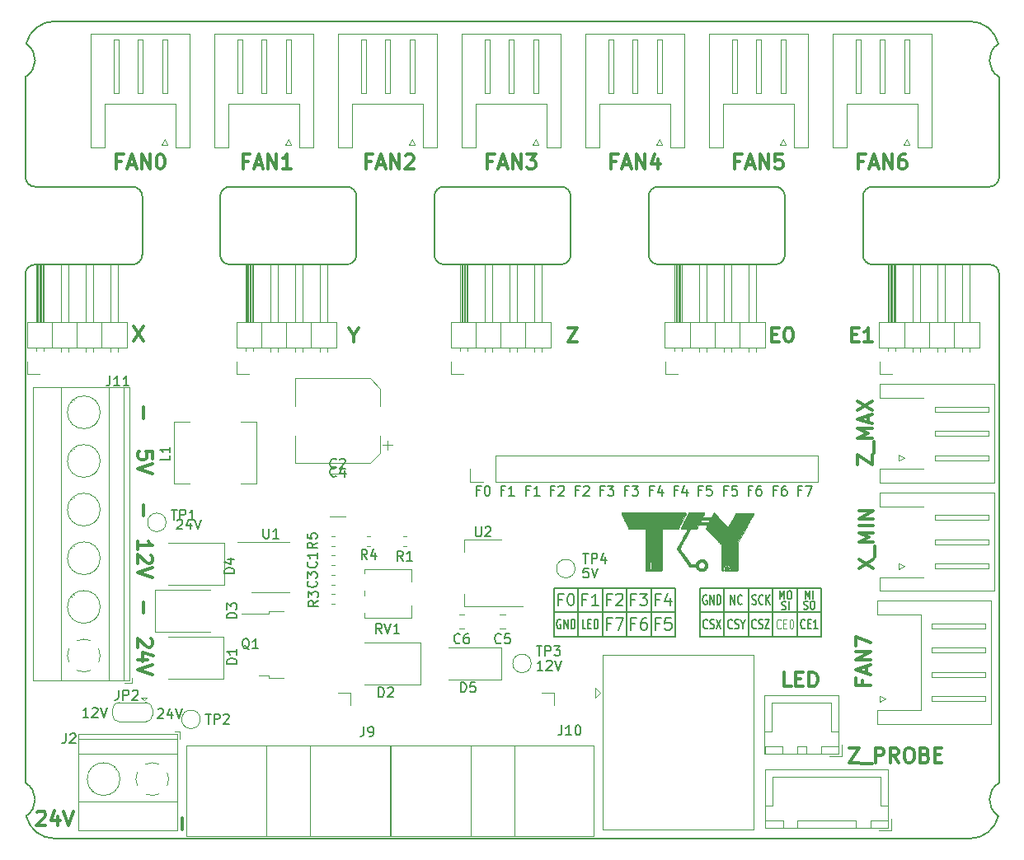
<source format=gto>
G04 #@! TF.GenerationSoftware,KiCad,Pcbnew,5.0.2-bee76a0~70~ubuntu18.04.1*
G04 #@! TF.CreationDate,2019-02-11T12:00:49+01:00*
G04 #@! TF.ProjectId,3D_PrEBo,33445f50-7245-4426-9f2e-6b696361645f,rev?*
G04 #@! TF.SameCoordinates,Original*
G04 #@! TF.FileFunction,Legend,Top*
G04 #@! TF.FilePolarity,Positive*
%FSLAX46Y46*%
G04 Gerber Fmt 4.6, Leading zero omitted, Abs format (unit mm)*
G04 Created by KiCad (PCBNEW 5.0.2-bee76a0~70~ubuntu18.04.1) date Po 11. února 2019, 12:00:49 CET*
%MOMM*%
%LPD*%
G01*
G04 APERTURE LIST*
%ADD10C,0.200000*%
%ADD11C,0.300000*%
%ADD12C,0.175000*%
%ADD13C,0.125000*%
%ADD14C,0.010000*%
%ADD15C,0.120000*%
%ADD16C,0.150000*%
G04 APERTURE END LIST*
D10*
X115559523Y-109297619D02*
X115607142Y-109250000D01*
X115702380Y-109202380D01*
X115940476Y-109202380D01*
X116035714Y-109250000D01*
X116083333Y-109297619D01*
X116130952Y-109392857D01*
X116130952Y-109488095D01*
X116083333Y-109630952D01*
X115511904Y-110202380D01*
X116130952Y-110202380D01*
X116988095Y-109535714D02*
X116988095Y-110202380D01*
X116750000Y-109154761D02*
X116511904Y-109869047D01*
X117130952Y-109869047D01*
X117369047Y-109202380D02*
X117702380Y-110202380D01*
X118035714Y-109202380D01*
X153130952Y-124702380D02*
X152559523Y-124702380D01*
X152845238Y-124702380D02*
X152845238Y-123702380D01*
X152750000Y-123845238D01*
X152654761Y-123940476D01*
X152559523Y-123988095D01*
X153511904Y-123797619D02*
X153559523Y-123750000D01*
X153654761Y-123702380D01*
X153892857Y-123702380D01*
X153988095Y-123750000D01*
X154035714Y-123797619D01*
X154083333Y-123892857D01*
X154083333Y-123988095D01*
X154035714Y-124130952D01*
X153464285Y-124702380D01*
X154083333Y-124702380D01*
X154369047Y-123702380D02*
X154702380Y-124702380D01*
X155035714Y-123702380D01*
X157809523Y-114202380D02*
X157333333Y-114202380D01*
X157285714Y-114678571D01*
X157333333Y-114630952D01*
X157428571Y-114583333D01*
X157666666Y-114583333D01*
X157761904Y-114630952D01*
X157809523Y-114678571D01*
X157857142Y-114773809D01*
X157857142Y-115011904D01*
X157809523Y-115107142D01*
X157761904Y-115154761D01*
X157666666Y-115202380D01*
X157428571Y-115202380D01*
X157333333Y-115154761D01*
X157285714Y-115107142D01*
X158142857Y-114202380D02*
X158476190Y-115202380D01*
X158809523Y-114202380D01*
D11*
X101214285Y-139321428D02*
X101285714Y-139250000D01*
X101428571Y-139178571D01*
X101785714Y-139178571D01*
X101928571Y-139250000D01*
X102000000Y-139321428D01*
X102071428Y-139464285D01*
X102071428Y-139607142D01*
X102000000Y-139821428D01*
X101142857Y-140678571D01*
X102071428Y-140678571D01*
X103357142Y-139678571D02*
X103357142Y-140678571D01*
X103000000Y-139107142D02*
X102642857Y-140178571D01*
X103571428Y-140178571D01*
X103928571Y-139178571D02*
X104428571Y-140678571D01*
X104928571Y-139178571D01*
X116107142Y-141071428D02*
X116107142Y-139928571D01*
X112928571Y-121464285D02*
X113000000Y-121535714D01*
X113071428Y-121678571D01*
X113071428Y-122035714D01*
X113000000Y-122178571D01*
X112928571Y-122250000D01*
X112785714Y-122321428D01*
X112642857Y-122321428D01*
X112428571Y-122250000D01*
X111571428Y-121392857D01*
X111571428Y-122321428D01*
X112571428Y-123607142D02*
X111571428Y-123607142D01*
X113142857Y-123250000D02*
X112071428Y-122892857D01*
X112071428Y-123821428D01*
X113071428Y-124178571D02*
X111571428Y-124678571D01*
X113071428Y-125178571D01*
X112107142Y-118821428D02*
X112107142Y-117678571D01*
X111571428Y-112321428D02*
X111571428Y-111464285D01*
X111571428Y-111892857D02*
X113071428Y-111892857D01*
X112857142Y-111750000D01*
X112714285Y-111607142D01*
X112642857Y-111464285D01*
X112928571Y-112892857D02*
X113000000Y-112964285D01*
X113071428Y-113107142D01*
X113071428Y-113464285D01*
X113000000Y-113607142D01*
X112928571Y-113678571D01*
X112785714Y-113750000D01*
X112642857Y-113750000D01*
X112428571Y-113678571D01*
X111571428Y-112821428D01*
X111571428Y-113750000D01*
X113071428Y-114178571D02*
X111571428Y-114678571D01*
X113071428Y-115178571D01*
X112107142Y-108821428D02*
X112107142Y-107678571D01*
X113071428Y-102964285D02*
X113071428Y-102250000D01*
X112357142Y-102178571D01*
X112428571Y-102250000D01*
X112500000Y-102392857D01*
X112500000Y-102750000D01*
X112428571Y-102892857D01*
X112357142Y-102964285D01*
X112214285Y-103035714D01*
X111857142Y-103035714D01*
X111714285Y-102964285D01*
X111642857Y-102892857D01*
X111571428Y-102750000D01*
X111571428Y-102392857D01*
X111642857Y-102250000D01*
X111714285Y-102178571D01*
X113071428Y-103464285D02*
X111571428Y-103964285D01*
X113071428Y-104464285D01*
X112107142Y-98821428D02*
X112107142Y-97678571D01*
D12*
X180100000Y-117334523D02*
X180100000Y-116484523D01*
X180333333Y-117091666D01*
X180566666Y-116484523D01*
X180566666Y-117334523D01*
X180900000Y-117334523D02*
X180900000Y-116484523D01*
X179933333Y-118394047D02*
X180033333Y-118434523D01*
X180200000Y-118434523D01*
X180266666Y-118394047D01*
X180300000Y-118353571D01*
X180333333Y-118272619D01*
X180333333Y-118191666D01*
X180300000Y-118110714D01*
X180266666Y-118070238D01*
X180200000Y-118029761D01*
X180066666Y-117989285D01*
X180000000Y-117948809D01*
X179966666Y-117908333D01*
X179933333Y-117827380D01*
X179933333Y-117746428D01*
X179966666Y-117665476D01*
X180000000Y-117625000D01*
X180066666Y-117584523D01*
X180233333Y-117584523D01*
X180333333Y-117625000D01*
X180766666Y-117584523D02*
X180900000Y-117584523D01*
X180966666Y-117625000D01*
X181033333Y-117705952D01*
X181066666Y-117867857D01*
X181066666Y-118151190D01*
X181033333Y-118313095D01*
X180966666Y-118394047D01*
X180900000Y-118434523D01*
X180766666Y-118434523D01*
X180700000Y-118394047D01*
X180633333Y-118313095D01*
X180600000Y-118151190D01*
X180600000Y-117867857D01*
X180633333Y-117705952D01*
X180700000Y-117625000D01*
X180766666Y-117584523D01*
X174650000Y-117904761D02*
X174750000Y-117952380D01*
X174916666Y-117952380D01*
X174983333Y-117904761D01*
X175016666Y-117857142D01*
X175050000Y-117761904D01*
X175050000Y-117666666D01*
X175016666Y-117571428D01*
X174983333Y-117523809D01*
X174916666Y-117476190D01*
X174783333Y-117428571D01*
X174716666Y-117380952D01*
X174683333Y-117333333D01*
X174650000Y-117238095D01*
X174650000Y-117142857D01*
X174683333Y-117047619D01*
X174716666Y-117000000D01*
X174783333Y-116952380D01*
X174950000Y-116952380D01*
X175050000Y-117000000D01*
X175750000Y-117857142D02*
X175716666Y-117904761D01*
X175616666Y-117952380D01*
X175550000Y-117952380D01*
X175450000Y-117904761D01*
X175383333Y-117809523D01*
X175350000Y-117714285D01*
X175316666Y-117523809D01*
X175316666Y-117380952D01*
X175350000Y-117190476D01*
X175383333Y-117095238D01*
X175450000Y-117000000D01*
X175550000Y-116952380D01*
X175616666Y-116952380D01*
X175716666Y-117000000D01*
X175750000Y-117047619D01*
X176050000Y-117952380D02*
X176050000Y-116952380D01*
X176450000Y-117952380D02*
X176150000Y-117380952D01*
X176450000Y-116952380D02*
X176050000Y-117523809D01*
X177683333Y-118444047D02*
X177783333Y-118484523D01*
X177950000Y-118484523D01*
X178016666Y-118444047D01*
X178050000Y-118403571D01*
X178083333Y-118322619D01*
X178083333Y-118241666D01*
X178050000Y-118160714D01*
X178016666Y-118120238D01*
X177950000Y-118079761D01*
X177816666Y-118039285D01*
X177750000Y-117998809D01*
X177716666Y-117958333D01*
X177683333Y-117877380D01*
X177683333Y-117796428D01*
X177716666Y-117715476D01*
X177750000Y-117675000D01*
X177816666Y-117634523D01*
X177983333Y-117634523D01*
X178083333Y-117675000D01*
X178383333Y-118484523D02*
X178383333Y-117634523D01*
X177450000Y-117384523D02*
X177450000Y-116534523D01*
X177683333Y-117141666D01*
X177916666Y-116534523D01*
X177916666Y-117384523D01*
X178383333Y-116534523D02*
X178516666Y-116534523D01*
X178583333Y-116575000D01*
X178650000Y-116655952D01*
X178683333Y-116817857D01*
X178683333Y-117101190D01*
X178650000Y-117263095D01*
X178583333Y-117344047D01*
X178516666Y-117384523D01*
X178383333Y-117384523D01*
X178316666Y-117344047D01*
X178250000Y-117263095D01*
X178216666Y-117101190D01*
X178216666Y-116817857D01*
X178250000Y-116655952D01*
X178316666Y-116575000D01*
X178383333Y-116534523D01*
X180066666Y-120357142D02*
X180033333Y-120404761D01*
X179933333Y-120452380D01*
X179866666Y-120452380D01*
X179766666Y-120404761D01*
X179700000Y-120309523D01*
X179666666Y-120214285D01*
X179633333Y-120023809D01*
X179633333Y-119880952D01*
X179666666Y-119690476D01*
X179700000Y-119595238D01*
X179766666Y-119500000D01*
X179866666Y-119452380D01*
X179933333Y-119452380D01*
X180033333Y-119500000D01*
X180066666Y-119547619D01*
X180366666Y-119928571D02*
X180600000Y-119928571D01*
X180700000Y-120452380D02*
X180366666Y-120452380D01*
X180366666Y-119452380D01*
X180700000Y-119452380D01*
X181366666Y-120452380D02*
X180966666Y-120452380D01*
X181166666Y-120452380D02*
X181166666Y-119452380D01*
X181100000Y-119595238D01*
X181033333Y-119690476D01*
X180966666Y-119738095D01*
D13*
X177566666Y-120357142D02*
X177533333Y-120404761D01*
X177433333Y-120452380D01*
X177366666Y-120452380D01*
X177266666Y-120404761D01*
X177200000Y-120309523D01*
X177166666Y-120214285D01*
X177133333Y-120023809D01*
X177133333Y-119880952D01*
X177166666Y-119690476D01*
X177200000Y-119595238D01*
X177266666Y-119500000D01*
X177366666Y-119452380D01*
X177433333Y-119452380D01*
X177533333Y-119500000D01*
X177566666Y-119547619D01*
X177866666Y-119928571D02*
X178100000Y-119928571D01*
X178200000Y-120452380D02*
X177866666Y-120452380D01*
X177866666Y-119452380D01*
X178200000Y-119452380D01*
X178633333Y-119452380D02*
X178700000Y-119452380D01*
X178766666Y-119500000D01*
X178800000Y-119547619D01*
X178833333Y-119642857D01*
X178866666Y-119833333D01*
X178866666Y-120071428D01*
X178833333Y-120261904D01*
X178800000Y-120357142D01*
X178766666Y-120404761D01*
X178700000Y-120452380D01*
X178633333Y-120452380D01*
X178566666Y-120404761D01*
X178533333Y-120357142D01*
X178500000Y-120261904D01*
X178466666Y-120071428D01*
X178466666Y-119833333D01*
X178500000Y-119642857D01*
X178533333Y-119547619D01*
X178566666Y-119500000D01*
X178633333Y-119452380D01*
D12*
X175050000Y-120357142D02*
X175016666Y-120404761D01*
X174916666Y-120452380D01*
X174850000Y-120452380D01*
X174750000Y-120404761D01*
X174683333Y-120309523D01*
X174650000Y-120214285D01*
X174616666Y-120023809D01*
X174616666Y-119880952D01*
X174650000Y-119690476D01*
X174683333Y-119595238D01*
X174750000Y-119500000D01*
X174850000Y-119452380D01*
X174916666Y-119452380D01*
X175016666Y-119500000D01*
X175050000Y-119547619D01*
X175316666Y-120404761D02*
X175416666Y-120452380D01*
X175583333Y-120452380D01*
X175650000Y-120404761D01*
X175683333Y-120357142D01*
X175716666Y-120261904D01*
X175716666Y-120166666D01*
X175683333Y-120071428D01*
X175650000Y-120023809D01*
X175583333Y-119976190D01*
X175450000Y-119928571D01*
X175383333Y-119880952D01*
X175350000Y-119833333D01*
X175316666Y-119738095D01*
X175316666Y-119642857D01*
X175350000Y-119547619D01*
X175383333Y-119500000D01*
X175450000Y-119452380D01*
X175616666Y-119452380D01*
X175716666Y-119500000D01*
X175950000Y-119452380D02*
X176416666Y-119452380D01*
X175950000Y-120452380D01*
X176416666Y-120452380D01*
X172583333Y-120357142D02*
X172550000Y-120404761D01*
X172450000Y-120452380D01*
X172383333Y-120452380D01*
X172283333Y-120404761D01*
X172216666Y-120309523D01*
X172183333Y-120214285D01*
X172150000Y-120023809D01*
X172150000Y-119880952D01*
X172183333Y-119690476D01*
X172216666Y-119595238D01*
X172283333Y-119500000D01*
X172383333Y-119452380D01*
X172450000Y-119452380D01*
X172550000Y-119500000D01*
X172583333Y-119547619D01*
X172850000Y-120404761D02*
X172950000Y-120452380D01*
X173116666Y-120452380D01*
X173183333Y-120404761D01*
X173216666Y-120357142D01*
X173250000Y-120261904D01*
X173250000Y-120166666D01*
X173216666Y-120071428D01*
X173183333Y-120023809D01*
X173116666Y-119976190D01*
X172983333Y-119928571D01*
X172916666Y-119880952D01*
X172883333Y-119833333D01*
X172850000Y-119738095D01*
X172850000Y-119642857D01*
X172883333Y-119547619D01*
X172916666Y-119500000D01*
X172983333Y-119452380D01*
X173150000Y-119452380D01*
X173250000Y-119500000D01*
X173683333Y-119976190D02*
X173683333Y-120452380D01*
X173450000Y-119452380D02*
X173683333Y-119976190D01*
X173916666Y-119452380D01*
X170050000Y-120357142D02*
X170016666Y-120404761D01*
X169916666Y-120452380D01*
X169850000Y-120452380D01*
X169750000Y-120404761D01*
X169683333Y-120309523D01*
X169650000Y-120214285D01*
X169616666Y-120023809D01*
X169616666Y-119880952D01*
X169650000Y-119690476D01*
X169683333Y-119595238D01*
X169750000Y-119500000D01*
X169850000Y-119452380D01*
X169916666Y-119452380D01*
X170016666Y-119500000D01*
X170050000Y-119547619D01*
X170316666Y-120404761D02*
X170416666Y-120452380D01*
X170583333Y-120452380D01*
X170650000Y-120404761D01*
X170683333Y-120357142D01*
X170716666Y-120261904D01*
X170716666Y-120166666D01*
X170683333Y-120071428D01*
X170650000Y-120023809D01*
X170583333Y-119976190D01*
X170450000Y-119928571D01*
X170383333Y-119880952D01*
X170350000Y-119833333D01*
X170316666Y-119738095D01*
X170316666Y-119642857D01*
X170350000Y-119547619D01*
X170383333Y-119500000D01*
X170450000Y-119452380D01*
X170616666Y-119452380D01*
X170716666Y-119500000D01*
X170950000Y-119452380D02*
X171416666Y-120452380D01*
X171416666Y-119452380D02*
X170950000Y-120452380D01*
X172450000Y-117952380D02*
X172450000Y-116952380D01*
X172850000Y-117952380D01*
X172850000Y-116952380D01*
X173583333Y-117857142D02*
X173550000Y-117904761D01*
X173450000Y-117952380D01*
X173383333Y-117952380D01*
X173283333Y-117904761D01*
X173216666Y-117809523D01*
X173183333Y-117714285D01*
X173150000Y-117523809D01*
X173150000Y-117380952D01*
X173183333Y-117190476D01*
X173216666Y-117095238D01*
X173283333Y-117000000D01*
X173383333Y-116952380D01*
X173450000Y-116952380D01*
X173550000Y-117000000D01*
X173583333Y-117047619D01*
X169966666Y-117000000D02*
X169900000Y-116952380D01*
X169800000Y-116952380D01*
X169700000Y-117000000D01*
X169633333Y-117095238D01*
X169600000Y-117190476D01*
X169566666Y-117380952D01*
X169566666Y-117523809D01*
X169600000Y-117714285D01*
X169633333Y-117809523D01*
X169700000Y-117904761D01*
X169800000Y-117952380D01*
X169866666Y-117952380D01*
X169966666Y-117904761D01*
X170000000Y-117857142D01*
X170000000Y-117523809D01*
X169866666Y-117523809D01*
X170300000Y-117952380D02*
X170300000Y-116952380D01*
X170700000Y-117952380D01*
X170700000Y-116952380D01*
X171033333Y-117952380D02*
X171033333Y-116952380D01*
X171200000Y-116952380D01*
X171300000Y-117000000D01*
X171366666Y-117095238D01*
X171400000Y-117190476D01*
X171433333Y-117380952D01*
X171433333Y-117523809D01*
X171400000Y-117714285D01*
X171366666Y-117809523D01*
X171300000Y-117904761D01*
X171200000Y-117952380D01*
X171033333Y-117952380D01*
X154966666Y-119500000D02*
X154900000Y-119452380D01*
X154800000Y-119452380D01*
X154700000Y-119500000D01*
X154633333Y-119595238D01*
X154600000Y-119690476D01*
X154566666Y-119880952D01*
X154566666Y-120023809D01*
X154600000Y-120214285D01*
X154633333Y-120309523D01*
X154700000Y-120404761D01*
X154800000Y-120452380D01*
X154866666Y-120452380D01*
X154966666Y-120404761D01*
X155000000Y-120357142D01*
X155000000Y-120023809D01*
X154866666Y-120023809D01*
X155300000Y-120452380D02*
X155300000Y-119452380D01*
X155700000Y-120452380D01*
X155700000Y-119452380D01*
X156033333Y-120452380D02*
X156033333Y-119452380D01*
X156200000Y-119452380D01*
X156300000Y-119500000D01*
X156366666Y-119595238D01*
X156400000Y-119690476D01*
X156433333Y-119880952D01*
X156433333Y-120023809D01*
X156400000Y-120214285D01*
X156366666Y-120309523D01*
X156300000Y-120404761D01*
X156200000Y-120452380D01*
X156033333Y-120452380D01*
X157550000Y-120452380D02*
X157216666Y-120452380D01*
X157216666Y-119452380D01*
X157783333Y-119928571D02*
X158016666Y-119928571D01*
X158116666Y-120452380D02*
X157783333Y-120452380D01*
X157783333Y-119452380D01*
X158116666Y-119452380D01*
X158416666Y-120452380D02*
X158416666Y-119452380D01*
X158583333Y-119452380D01*
X158683333Y-119500000D01*
X158750000Y-119595238D01*
X158783333Y-119690476D01*
X158816666Y-119880952D01*
X158816666Y-120023809D01*
X158783333Y-120214285D01*
X158750000Y-120309523D01*
X158683333Y-120404761D01*
X158583333Y-120452380D01*
X158416666Y-120452380D01*
D10*
X160100000Y-119914285D02*
X159700000Y-119914285D01*
X159700000Y-120542857D02*
X159700000Y-119342857D01*
X160271428Y-119342857D01*
X160614285Y-119342857D02*
X161414285Y-119342857D01*
X160900000Y-120542857D01*
X162600000Y-119914285D02*
X162200000Y-119914285D01*
X162200000Y-120542857D02*
X162200000Y-119342857D01*
X162771428Y-119342857D01*
X163742857Y-119342857D02*
X163514285Y-119342857D01*
X163400000Y-119400000D01*
X163342857Y-119457142D01*
X163228571Y-119628571D01*
X163171428Y-119857142D01*
X163171428Y-120314285D01*
X163228571Y-120428571D01*
X163285714Y-120485714D01*
X163400000Y-120542857D01*
X163628571Y-120542857D01*
X163742857Y-120485714D01*
X163800000Y-120428571D01*
X163857142Y-120314285D01*
X163857142Y-120028571D01*
X163800000Y-119914285D01*
X163742857Y-119857142D01*
X163628571Y-119800000D01*
X163400000Y-119800000D01*
X163285714Y-119857142D01*
X163228571Y-119914285D01*
X163171428Y-120028571D01*
X165100000Y-119914285D02*
X164700000Y-119914285D01*
X164700000Y-120542857D02*
X164700000Y-119342857D01*
X165271428Y-119342857D01*
X166300000Y-119342857D02*
X165728571Y-119342857D01*
X165671428Y-119914285D01*
X165728571Y-119857142D01*
X165842857Y-119800000D01*
X166128571Y-119800000D01*
X166242857Y-119857142D01*
X166300000Y-119914285D01*
X166357142Y-120028571D01*
X166357142Y-120314285D01*
X166300000Y-120428571D01*
X166242857Y-120485714D01*
X166128571Y-120542857D01*
X165842857Y-120542857D01*
X165728571Y-120485714D01*
X165671428Y-120428571D01*
X165100000Y-117414285D02*
X164700000Y-117414285D01*
X164700000Y-118042857D02*
X164700000Y-116842857D01*
X165271428Y-116842857D01*
X166242857Y-117242857D02*
X166242857Y-118042857D01*
X165957142Y-116785714D02*
X165671428Y-117642857D01*
X166414285Y-117642857D01*
X162600000Y-117414285D02*
X162200000Y-117414285D01*
X162200000Y-118042857D02*
X162200000Y-116842857D01*
X162771428Y-116842857D01*
X163114285Y-116842857D02*
X163857142Y-116842857D01*
X163457142Y-117300000D01*
X163628571Y-117300000D01*
X163742857Y-117357142D01*
X163800000Y-117414285D01*
X163857142Y-117528571D01*
X163857142Y-117814285D01*
X163800000Y-117928571D01*
X163742857Y-117985714D01*
X163628571Y-118042857D01*
X163285714Y-118042857D01*
X163171428Y-117985714D01*
X163114285Y-117928571D01*
X160100000Y-117414285D02*
X159700000Y-117414285D01*
X159700000Y-118042857D02*
X159700000Y-116842857D01*
X160271428Y-116842857D01*
X160671428Y-116957142D02*
X160728571Y-116900000D01*
X160842857Y-116842857D01*
X161128571Y-116842857D01*
X161242857Y-116900000D01*
X161300000Y-116957142D01*
X161357142Y-117071428D01*
X161357142Y-117185714D01*
X161300000Y-117357142D01*
X160614285Y-118042857D01*
X161357142Y-118042857D01*
X157600000Y-117414285D02*
X157200000Y-117414285D01*
X157200000Y-118042857D02*
X157200000Y-116842857D01*
X157771428Y-116842857D01*
X158857142Y-118042857D02*
X158171428Y-118042857D01*
X158514285Y-118042857D02*
X158514285Y-116842857D01*
X158400000Y-117014285D01*
X158285714Y-117128571D01*
X158171428Y-117185714D01*
X155100000Y-117414285D02*
X154700000Y-117414285D01*
X154700000Y-118042857D02*
X154700000Y-116842857D01*
X155271428Y-116842857D01*
X155957142Y-116842857D02*
X156071428Y-116842857D01*
X156185714Y-116900000D01*
X156242857Y-116957142D01*
X156300000Y-117071428D01*
X156357142Y-117300000D01*
X156357142Y-117585714D01*
X156300000Y-117814285D01*
X156242857Y-117928571D01*
X156185714Y-117985714D01*
X156071428Y-118042857D01*
X155957142Y-118042857D01*
X155842857Y-117985714D01*
X155785714Y-117928571D01*
X155728571Y-117814285D01*
X155671428Y-117585714D01*
X155671428Y-117300000D01*
X155728571Y-117071428D01*
X155785714Y-116957142D01*
X155842857Y-116900000D01*
X155957142Y-116842857D01*
X174250000Y-116250000D02*
X176750000Y-116250000D01*
X179250000Y-118750000D02*
X179250000Y-116250000D01*
X169250000Y-118750000D02*
X169250000Y-116250000D01*
X179250000Y-116250000D02*
X181750000Y-116250000D01*
X181750000Y-118750000D02*
X179250000Y-118750000D01*
X179250000Y-118750000D02*
X174250000Y-118750000D01*
X174250000Y-121250000D02*
X181750000Y-121250000D01*
X176750000Y-116250000D02*
X179250000Y-116250000D01*
X179250000Y-118750000D02*
X179250000Y-121250000D01*
X174250000Y-116250000D02*
X174250000Y-118750000D01*
X176750000Y-121250000D02*
X176750000Y-118750000D01*
X176750000Y-118750000D02*
X179250000Y-118750000D01*
X169250000Y-116250000D02*
X169250000Y-118750000D01*
X171750000Y-116250000D02*
X174250000Y-116250000D01*
X171750000Y-118750000D02*
X169250000Y-118750000D01*
X169250000Y-121250000D02*
X171750000Y-121250000D01*
X176750000Y-116250000D02*
X176750000Y-118750000D01*
X174250000Y-118750000D02*
X174250000Y-121250000D01*
X171750000Y-116250000D02*
X171750000Y-118750000D01*
X169250000Y-118750000D02*
X169250000Y-121250000D01*
X181750000Y-118750000D02*
X179250000Y-118750000D01*
X171750000Y-118750000D02*
X171750000Y-116250000D01*
X174250000Y-121250000D02*
X174250000Y-118750000D01*
X174250000Y-118750000D02*
X171750000Y-118750000D01*
X181750000Y-121250000D02*
X181750000Y-118750000D01*
X179250000Y-116250000D02*
X176750000Y-116250000D01*
X171750000Y-121250000D02*
X174250000Y-121250000D01*
X181750000Y-116250000D02*
X181750000Y-118750000D01*
X179250000Y-121250000D02*
X176750000Y-121250000D01*
X171750000Y-118750000D02*
X171750000Y-121250000D01*
X169250000Y-116250000D02*
X171750000Y-116250000D01*
X171750000Y-121250000D02*
X171750000Y-118750000D01*
X161750000Y-121250000D02*
X161750000Y-118750000D01*
X164250000Y-121250000D02*
X161750000Y-121250000D01*
X164250000Y-118750000D02*
X164250000Y-121250000D01*
X166750000Y-118750000D02*
X164250000Y-118750000D01*
X166750000Y-121250000D02*
X166750000Y-118750000D01*
X159250000Y-121250000D02*
X166750000Y-121250000D01*
X159250000Y-118750000D02*
X159250000Y-121250000D01*
X164250000Y-118750000D02*
X159250000Y-118750000D01*
X161750000Y-118750000D02*
X164250000Y-118750000D01*
X161750000Y-116250000D02*
X161750000Y-118750000D01*
X164250000Y-116250000D02*
X161750000Y-116250000D01*
X164250000Y-118750000D02*
X164250000Y-116250000D01*
X166750000Y-118750000D02*
X164250000Y-118750000D01*
X166750000Y-116250000D02*
X166750000Y-118750000D01*
X164250000Y-116250000D02*
X166750000Y-116250000D01*
X161750000Y-116250000D02*
X164250000Y-116250000D01*
X159250000Y-116250000D02*
X161750000Y-116250000D01*
X159250000Y-121250000D02*
X159250000Y-118750000D01*
X156750000Y-121250000D02*
X159250000Y-121250000D01*
X156750000Y-118750000D02*
X156750000Y-121250000D01*
X159250000Y-118750000D02*
X156750000Y-118750000D01*
X159250000Y-116250000D02*
X159250000Y-118750000D01*
X156750000Y-116250000D02*
X159250000Y-116250000D01*
X156750000Y-118750000D02*
X156750000Y-116250000D01*
X156750000Y-121250000D02*
X156750000Y-118750000D01*
X154250000Y-121250000D02*
X156750000Y-121250000D01*
X154250000Y-118750000D02*
X154250000Y-121250000D01*
X154250000Y-116250000D02*
X154250000Y-118750000D01*
X154250000Y-118750000D02*
X154250000Y-116250000D01*
X156750000Y-118750000D02*
X154250000Y-118750000D01*
X156750000Y-116250000D02*
X156750000Y-118750000D01*
X154250000Y-116250000D02*
X156750000Y-116250000D01*
X113609523Y-128747619D02*
X113657142Y-128700000D01*
X113752380Y-128652380D01*
X113990476Y-128652380D01*
X114085714Y-128700000D01*
X114133333Y-128747619D01*
X114180952Y-128842857D01*
X114180952Y-128938095D01*
X114133333Y-129080952D01*
X113561904Y-129652380D01*
X114180952Y-129652380D01*
X115038095Y-128985714D02*
X115038095Y-129652380D01*
X114800000Y-128604761D02*
X114561904Y-129319047D01*
X115180952Y-129319047D01*
X115419047Y-128652380D02*
X115752380Y-129652380D01*
X116085714Y-128652380D01*
X106480952Y-129552380D02*
X105909523Y-129552380D01*
X106195238Y-129552380D02*
X106195238Y-128552380D01*
X106100000Y-128695238D01*
X106004761Y-128790476D01*
X105909523Y-128838095D01*
X106861904Y-128647619D02*
X106909523Y-128600000D01*
X107004761Y-128552380D01*
X107242857Y-128552380D01*
X107338095Y-128600000D01*
X107385714Y-128647619D01*
X107433333Y-128742857D01*
X107433333Y-128838095D01*
X107385714Y-128980952D01*
X106814285Y-129552380D01*
X107433333Y-129552380D01*
X107719047Y-128552380D02*
X108052380Y-129552380D01*
X108385714Y-128552380D01*
D11*
X111100000Y-89378571D02*
X112100000Y-90878571D01*
X112100000Y-89378571D02*
X111100000Y-90878571D01*
X133700000Y-90264285D02*
X133700000Y-90978571D01*
X133200000Y-89478571D02*
X133700000Y-90264285D01*
X134200000Y-89478571D01*
X155700000Y-89478571D02*
X156700000Y-89478571D01*
X155700000Y-90978571D01*
X156700000Y-90978571D01*
X176664285Y-90192857D02*
X177164285Y-90192857D01*
X177378571Y-90978571D02*
X176664285Y-90978571D01*
X176664285Y-89478571D01*
X177378571Y-89478571D01*
X178307142Y-89478571D02*
X178450000Y-89478571D01*
X178592857Y-89550000D01*
X178664285Y-89621428D01*
X178735714Y-89764285D01*
X178807142Y-90050000D01*
X178807142Y-90407142D01*
X178735714Y-90692857D01*
X178664285Y-90835714D01*
X178592857Y-90907142D01*
X178450000Y-90978571D01*
X178307142Y-90978571D01*
X178164285Y-90907142D01*
X178092857Y-90835714D01*
X178021428Y-90692857D01*
X177950000Y-90407142D01*
X177950000Y-90050000D01*
X178021428Y-89764285D01*
X178092857Y-89621428D01*
X178164285Y-89550000D01*
X178307142Y-89478571D01*
X184864285Y-90192857D02*
X185364285Y-90192857D01*
X185578571Y-90978571D02*
X184864285Y-90978571D01*
X184864285Y-89478571D01*
X185578571Y-89478571D01*
X187007142Y-90978571D02*
X186150000Y-90978571D01*
X186578571Y-90978571D02*
X186578571Y-89478571D01*
X186435714Y-89692857D01*
X186292857Y-89835714D01*
X186150000Y-89907142D01*
D10*
X179666666Y-106228571D02*
X179333333Y-106228571D01*
X179333333Y-106752380D02*
X179333333Y-105752380D01*
X179809523Y-105752380D01*
X180095238Y-105752380D02*
X180761904Y-105752380D01*
X180333333Y-106752380D01*
X177166666Y-106228571D02*
X176833333Y-106228571D01*
X176833333Y-106752380D02*
X176833333Y-105752380D01*
X177309523Y-105752380D01*
X178119047Y-105752380D02*
X177928571Y-105752380D01*
X177833333Y-105800000D01*
X177785714Y-105847619D01*
X177690476Y-105990476D01*
X177642857Y-106180952D01*
X177642857Y-106561904D01*
X177690476Y-106657142D01*
X177738095Y-106704761D01*
X177833333Y-106752380D01*
X178023809Y-106752380D01*
X178119047Y-106704761D01*
X178166666Y-106657142D01*
X178214285Y-106561904D01*
X178214285Y-106323809D01*
X178166666Y-106228571D01*
X178119047Y-106180952D01*
X178023809Y-106133333D01*
X177833333Y-106133333D01*
X177738095Y-106180952D01*
X177690476Y-106228571D01*
X177642857Y-106323809D01*
X174566666Y-106228571D02*
X174233333Y-106228571D01*
X174233333Y-106752380D02*
X174233333Y-105752380D01*
X174709523Y-105752380D01*
X175519047Y-105752380D02*
X175328571Y-105752380D01*
X175233333Y-105800000D01*
X175185714Y-105847619D01*
X175090476Y-105990476D01*
X175042857Y-106180952D01*
X175042857Y-106561904D01*
X175090476Y-106657142D01*
X175138095Y-106704761D01*
X175233333Y-106752380D01*
X175423809Y-106752380D01*
X175519047Y-106704761D01*
X175566666Y-106657142D01*
X175614285Y-106561904D01*
X175614285Y-106323809D01*
X175566666Y-106228571D01*
X175519047Y-106180952D01*
X175423809Y-106133333D01*
X175233333Y-106133333D01*
X175138095Y-106180952D01*
X175090476Y-106228571D01*
X175042857Y-106323809D01*
X172066666Y-106228571D02*
X171733333Y-106228571D01*
X171733333Y-106752380D02*
X171733333Y-105752380D01*
X172209523Y-105752380D01*
X173066666Y-105752380D02*
X172590476Y-105752380D01*
X172542857Y-106228571D01*
X172590476Y-106180952D01*
X172685714Y-106133333D01*
X172923809Y-106133333D01*
X173019047Y-106180952D01*
X173066666Y-106228571D01*
X173114285Y-106323809D01*
X173114285Y-106561904D01*
X173066666Y-106657142D01*
X173019047Y-106704761D01*
X172923809Y-106752380D01*
X172685714Y-106752380D01*
X172590476Y-106704761D01*
X172542857Y-106657142D01*
X169466666Y-106228571D02*
X169133333Y-106228571D01*
X169133333Y-106752380D02*
X169133333Y-105752380D01*
X169609523Y-105752380D01*
X170466666Y-105752380D02*
X169990476Y-105752380D01*
X169942857Y-106228571D01*
X169990476Y-106180952D01*
X170085714Y-106133333D01*
X170323809Y-106133333D01*
X170419047Y-106180952D01*
X170466666Y-106228571D01*
X170514285Y-106323809D01*
X170514285Y-106561904D01*
X170466666Y-106657142D01*
X170419047Y-106704761D01*
X170323809Y-106752380D01*
X170085714Y-106752380D01*
X169990476Y-106704761D01*
X169942857Y-106657142D01*
X166966666Y-106228571D02*
X166633333Y-106228571D01*
X166633333Y-106752380D02*
X166633333Y-105752380D01*
X167109523Y-105752380D01*
X167919047Y-106085714D02*
X167919047Y-106752380D01*
X167680952Y-105704761D02*
X167442857Y-106419047D01*
X168061904Y-106419047D01*
X164466666Y-106228571D02*
X164133333Y-106228571D01*
X164133333Y-106752380D02*
X164133333Y-105752380D01*
X164609523Y-105752380D01*
X165419047Y-106085714D02*
X165419047Y-106752380D01*
X165180952Y-105704761D02*
X164942857Y-106419047D01*
X165561904Y-106419047D01*
X161866666Y-106228571D02*
X161533333Y-106228571D01*
X161533333Y-106752380D02*
X161533333Y-105752380D01*
X162009523Y-105752380D01*
X162295238Y-105752380D02*
X162914285Y-105752380D01*
X162580952Y-106133333D01*
X162723809Y-106133333D01*
X162819047Y-106180952D01*
X162866666Y-106228571D01*
X162914285Y-106323809D01*
X162914285Y-106561904D01*
X162866666Y-106657142D01*
X162819047Y-106704761D01*
X162723809Y-106752380D01*
X162438095Y-106752380D01*
X162342857Y-106704761D01*
X162295238Y-106657142D01*
X159366666Y-106228571D02*
X159033333Y-106228571D01*
X159033333Y-106752380D02*
X159033333Y-105752380D01*
X159509523Y-105752380D01*
X159795238Y-105752380D02*
X160414285Y-105752380D01*
X160080952Y-106133333D01*
X160223809Y-106133333D01*
X160319047Y-106180952D01*
X160366666Y-106228571D01*
X160414285Y-106323809D01*
X160414285Y-106561904D01*
X160366666Y-106657142D01*
X160319047Y-106704761D01*
X160223809Y-106752380D01*
X159938095Y-106752380D01*
X159842857Y-106704761D01*
X159795238Y-106657142D01*
X156866666Y-106228571D02*
X156533333Y-106228571D01*
X156533333Y-106752380D02*
X156533333Y-105752380D01*
X157009523Y-105752380D01*
X157342857Y-105847619D02*
X157390476Y-105800000D01*
X157485714Y-105752380D01*
X157723809Y-105752380D01*
X157819047Y-105800000D01*
X157866666Y-105847619D01*
X157914285Y-105942857D01*
X157914285Y-106038095D01*
X157866666Y-106180952D01*
X157295238Y-106752380D01*
X157914285Y-106752380D01*
X154266666Y-106228571D02*
X153933333Y-106228571D01*
X153933333Y-106752380D02*
X153933333Y-105752380D01*
X154409523Y-105752380D01*
X154742857Y-105847619D02*
X154790476Y-105800000D01*
X154885714Y-105752380D01*
X155123809Y-105752380D01*
X155219047Y-105800000D01*
X155266666Y-105847619D01*
X155314285Y-105942857D01*
X155314285Y-106038095D01*
X155266666Y-106180952D01*
X154695238Y-106752380D01*
X155314285Y-106752380D01*
X151766666Y-106228571D02*
X151433333Y-106228571D01*
X151433333Y-106752380D02*
X151433333Y-105752380D01*
X151909523Y-105752380D01*
X152814285Y-106752380D02*
X152242857Y-106752380D01*
X152528571Y-106752380D02*
X152528571Y-105752380D01*
X152433333Y-105895238D01*
X152338095Y-105990476D01*
X152242857Y-106038095D01*
X149166666Y-106228571D02*
X148833333Y-106228571D01*
X148833333Y-106752380D02*
X148833333Y-105752380D01*
X149309523Y-105752380D01*
X150214285Y-106752380D02*
X149642857Y-106752380D01*
X149928571Y-106752380D02*
X149928571Y-105752380D01*
X149833333Y-105895238D01*
X149738095Y-105990476D01*
X149642857Y-106038095D01*
X146666666Y-106228571D02*
X146333333Y-106228571D01*
X146333333Y-106752380D02*
X146333333Y-105752380D01*
X146809523Y-105752380D01*
X147380952Y-105752380D02*
X147476190Y-105752380D01*
X147571428Y-105800000D01*
X147619047Y-105847619D01*
X147666666Y-105942857D01*
X147714285Y-106133333D01*
X147714285Y-106371428D01*
X147666666Y-106561904D01*
X147619047Y-106657142D01*
X147571428Y-106704761D01*
X147476190Y-106752380D01*
X147380952Y-106752380D01*
X147285714Y-106704761D01*
X147238095Y-106657142D01*
X147190476Y-106561904D01*
X147142857Y-106371428D01*
X147142857Y-106133333D01*
X147190476Y-105942857D01*
X147238095Y-105847619D01*
X147285714Y-105800000D01*
X147380952Y-105752380D01*
D11*
X184614285Y-132678571D02*
X185614285Y-132678571D01*
X184614285Y-134178571D01*
X185614285Y-134178571D01*
X185828571Y-134321428D02*
X186971428Y-134321428D01*
X187328571Y-134178571D02*
X187328571Y-132678571D01*
X187900000Y-132678571D01*
X188042857Y-132750000D01*
X188114285Y-132821428D01*
X188185714Y-132964285D01*
X188185714Y-133178571D01*
X188114285Y-133321428D01*
X188042857Y-133392857D01*
X187900000Y-133464285D01*
X187328571Y-133464285D01*
X189685714Y-134178571D02*
X189185714Y-133464285D01*
X188828571Y-134178571D02*
X188828571Y-132678571D01*
X189400000Y-132678571D01*
X189542857Y-132750000D01*
X189614285Y-132821428D01*
X189685714Y-132964285D01*
X189685714Y-133178571D01*
X189614285Y-133321428D01*
X189542857Y-133392857D01*
X189400000Y-133464285D01*
X188828571Y-133464285D01*
X190614285Y-132678571D02*
X190900000Y-132678571D01*
X191042857Y-132750000D01*
X191185714Y-132892857D01*
X191257142Y-133178571D01*
X191257142Y-133678571D01*
X191185714Y-133964285D01*
X191042857Y-134107142D01*
X190900000Y-134178571D01*
X190614285Y-134178571D01*
X190471428Y-134107142D01*
X190328571Y-133964285D01*
X190257142Y-133678571D01*
X190257142Y-133178571D01*
X190328571Y-132892857D01*
X190471428Y-132750000D01*
X190614285Y-132678571D01*
X192400000Y-133392857D02*
X192614285Y-133464285D01*
X192685714Y-133535714D01*
X192757142Y-133678571D01*
X192757142Y-133892857D01*
X192685714Y-134035714D01*
X192614285Y-134107142D01*
X192471428Y-134178571D01*
X191900000Y-134178571D01*
X191900000Y-132678571D01*
X192400000Y-132678571D01*
X192542857Y-132750000D01*
X192614285Y-132821428D01*
X192685714Y-132964285D01*
X192685714Y-133107142D01*
X192614285Y-133250000D01*
X192542857Y-133321428D01*
X192400000Y-133392857D01*
X191900000Y-133392857D01*
X193400000Y-133392857D02*
X193900000Y-133392857D01*
X194114285Y-134178571D02*
X193400000Y-134178571D01*
X193400000Y-132678571D01*
X194114285Y-132678571D01*
X185478571Y-103585714D02*
X185478571Y-102585714D01*
X186978571Y-103585714D01*
X186978571Y-102585714D01*
X187121428Y-102371428D02*
X187121428Y-101228571D01*
X186978571Y-100871428D02*
X185478571Y-100871428D01*
X186550000Y-100371428D01*
X185478571Y-99871428D01*
X186978571Y-99871428D01*
X186550000Y-99228571D02*
X186550000Y-98514285D01*
X186978571Y-99371428D02*
X185478571Y-98871428D01*
X186978571Y-98371428D01*
X185478571Y-98014285D02*
X186978571Y-97014285D01*
X185478571Y-97014285D02*
X186978571Y-98014285D01*
X185578571Y-114271428D02*
X187078571Y-113271428D01*
X185578571Y-113271428D02*
X187078571Y-114271428D01*
X187221428Y-113057142D02*
X187221428Y-111914285D01*
X187078571Y-111557142D02*
X185578571Y-111557142D01*
X186650000Y-111057142D01*
X185578571Y-110557142D01*
X187078571Y-110557142D01*
X187078571Y-109842857D02*
X185578571Y-109842857D01*
X187078571Y-109128571D02*
X185578571Y-109128571D01*
X187078571Y-108271428D01*
X185578571Y-108271428D01*
X185992857Y-125728571D02*
X185992857Y-126228571D01*
X186778571Y-126228571D02*
X185278571Y-126228571D01*
X185278571Y-125514285D01*
X186350000Y-125014285D02*
X186350000Y-124300000D01*
X186778571Y-125157142D02*
X185278571Y-124657142D01*
X186778571Y-124157142D01*
X186778571Y-123657142D02*
X185278571Y-123657142D01*
X186778571Y-122800000D01*
X185278571Y-122800000D01*
X185278571Y-122228571D02*
X185278571Y-121228571D01*
X186778571Y-121871428D01*
X178635714Y-126378571D02*
X177921428Y-126378571D01*
X177921428Y-124878571D01*
X179135714Y-125592857D02*
X179635714Y-125592857D01*
X179850000Y-126378571D02*
X179135714Y-126378571D01*
X179135714Y-124878571D01*
X179850000Y-124878571D01*
X180492857Y-126378571D02*
X180492857Y-124878571D01*
X180850000Y-124878571D01*
X181064285Y-124950000D01*
X181207142Y-125092857D01*
X181278571Y-125235714D01*
X181350000Y-125521428D01*
X181350000Y-125735714D01*
X181278571Y-126021428D01*
X181207142Y-126164285D01*
X181064285Y-126307142D01*
X180850000Y-126378571D01*
X180492857Y-126378571D01*
X186071428Y-72392857D02*
X185571428Y-72392857D01*
X185571428Y-73178571D02*
X185571428Y-71678571D01*
X186285714Y-71678571D01*
X186785714Y-72750000D02*
X187500000Y-72750000D01*
X186642857Y-73178571D02*
X187142857Y-71678571D01*
X187642857Y-73178571D01*
X188142857Y-73178571D02*
X188142857Y-71678571D01*
X189000000Y-73178571D01*
X189000000Y-71678571D01*
X190357142Y-71678571D02*
X190071428Y-71678571D01*
X189928571Y-71750000D01*
X189857142Y-71821428D01*
X189714285Y-72035714D01*
X189642857Y-72321428D01*
X189642857Y-72892857D01*
X189714285Y-73035714D01*
X189785714Y-73107142D01*
X189928571Y-73178571D01*
X190214285Y-73178571D01*
X190357142Y-73107142D01*
X190428571Y-73035714D01*
X190500000Y-72892857D01*
X190500000Y-72535714D01*
X190428571Y-72392857D01*
X190357142Y-72321428D01*
X190214285Y-72250000D01*
X189928571Y-72250000D01*
X189785714Y-72321428D01*
X189714285Y-72392857D01*
X189642857Y-72535714D01*
X173371428Y-72392857D02*
X172871428Y-72392857D01*
X172871428Y-73178571D02*
X172871428Y-71678571D01*
X173585714Y-71678571D01*
X174085714Y-72750000D02*
X174800000Y-72750000D01*
X173942857Y-73178571D02*
X174442857Y-71678571D01*
X174942857Y-73178571D01*
X175442857Y-73178571D02*
X175442857Y-71678571D01*
X176300000Y-73178571D01*
X176300000Y-71678571D01*
X177728571Y-71678571D02*
X177014285Y-71678571D01*
X176942857Y-72392857D01*
X177014285Y-72321428D01*
X177157142Y-72250000D01*
X177514285Y-72250000D01*
X177657142Y-72321428D01*
X177728571Y-72392857D01*
X177800000Y-72535714D01*
X177800000Y-72892857D01*
X177728571Y-73035714D01*
X177657142Y-73107142D01*
X177514285Y-73178571D01*
X177157142Y-73178571D01*
X177014285Y-73107142D01*
X176942857Y-73035714D01*
X160671428Y-72392857D02*
X160171428Y-72392857D01*
X160171428Y-73178571D02*
X160171428Y-71678571D01*
X160885714Y-71678571D01*
X161385714Y-72750000D02*
X162100000Y-72750000D01*
X161242857Y-73178571D02*
X161742857Y-71678571D01*
X162242857Y-73178571D01*
X162742857Y-73178571D02*
X162742857Y-71678571D01*
X163600000Y-73178571D01*
X163600000Y-71678571D01*
X164957142Y-72178571D02*
X164957142Y-73178571D01*
X164600000Y-71607142D02*
X164242857Y-72678571D01*
X165171428Y-72678571D01*
X147971428Y-72392857D02*
X147471428Y-72392857D01*
X147471428Y-73178571D02*
X147471428Y-71678571D01*
X148185714Y-71678571D01*
X148685714Y-72750000D02*
X149400000Y-72750000D01*
X148542857Y-73178571D02*
X149042857Y-71678571D01*
X149542857Y-73178571D01*
X150042857Y-73178571D02*
X150042857Y-71678571D01*
X150900000Y-73178571D01*
X150900000Y-71678571D01*
X151471428Y-71678571D02*
X152400000Y-71678571D01*
X151900000Y-72250000D01*
X152114285Y-72250000D01*
X152257142Y-72321428D01*
X152328571Y-72392857D01*
X152400000Y-72535714D01*
X152400000Y-72892857D01*
X152328571Y-73035714D01*
X152257142Y-73107142D01*
X152114285Y-73178571D01*
X151685714Y-73178571D01*
X151542857Y-73107142D01*
X151471428Y-73035714D01*
X135471428Y-72392857D02*
X134971428Y-72392857D01*
X134971428Y-73178571D02*
X134971428Y-71678571D01*
X135685714Y-71678571D01*
X136185714Y-72750000D02*
X136900000Y-72750000D01*
X136042857Y-73178571D02*
X136542857Y-71678571D01*
X137042857Y-73178571D01*
X137542857Y-73178571D02*
X137542857Y-71678571D01*
X138400000Y-73178571D01*
X138400000Y-71678571D01*
X139042857Y-71821428D02*
X139114285Y-71750000D01*
X139257142Y-71678571D01*
X139614285Y-71678571D01*
X139757142Y-71750000D01*
X139828571Y-71821428D01*
X139900000Y-71964285D01*
X139900000Y-72107142D01*
X139828571Y-72321428D01*
X138971428Y-73178571D01*
X139900000Y-73178571D01*
X122871428Y-72392857D02*
X122371428Y-72392857D01*
X122371428Y-73178571D02*
X122371428Y-71678571D01*
X123085714Y-71678571D01*
X123585714Y-72750000D02*
X124300000Y-72750000D01*
X123442857Y-73178571D02*
X123942857Y-71678571D01*
X124442857Y-73178571D01*
X124942857Y-73178571D02*
X124942857Y-71678571D01*
X125800000Y-73178571D01*
X125800000Y-71678571D01*
X127300000Y-73178571D02*
X126442857Y-73178571D01*
X126871428Y-73178571D02*
X126871428Y-71678571D01*
X126728571Y-71892857D01*
X126585714Y-72035714D01*
X126442857Y-72107142D01*
X109871428Y-72392857D02*
X109371428Y-72392857D01*
X109371428Y-73178571D02*
X109371428Y-71678571D01*
X110085714Y-71678571D01*
X110585714Y-72750000D02*
X111300000Y-72750000D01*
X110442857Y-73178571D02*
X110942857Y-71678571D01*
X111442857Y-73178571D01*
X111942857Y-73178571D02*
X111942857Y-71678571D01*
X112800000Y-73178571D01*
X112800000Y-71678571D01*
X113800000Y-71678571D02*
X113942857Y-71678571D01*
X114085714Y-71750000D01*
X114157142Y-71821428D01*
X114228571Y-71964285D01*
X114300000Y-72250000D01*
X114300000Y-72607142D01*
X114228571Y-72892857D01*
X114157142Y-73035714D01*
X114085714Y-73107142D01*
X113942857Y-73178571D01*
X113800000Y-73178571D01*
X113657142Y-73107142D01*
X113585714Y-73035714D01*
X113514285Y-72892857D01*
X113442857Y-72607142D01*
X113442857Y-72250000D01*
X113514285Y-71964285D01*
X113585714Y-71821428D01*
X113657142Y-71750000D01*
X113800000Y-71678571D01*
D10*
X164000000Y-82000000D02*
X164000000Y-76000000D01*
X142000000Y-76000000D02*
G75*
G02X143000000Y-75000000I1000000J0D01*
G01*
X111000000Y-83000000D02*
X101000000Y-83000000D01*
X121000000Y-83000000D02*
G75*
G02X120000000Y-82000000I0J1000000D01*
G01*
X100000000Y-63732051D02*
X100000000Y-74000000D01*
X100000000Y-84000000D02*
X100000000Y-136267949D01*
X199000000Y-83000000D02*
G75*
G02X200000000Y-84000000I0J-1000000D01*
G01*
X197000000Y-58000000D02*
G75*
G02X199920991Y-60316034I0J-3000000D01*
G01*
X134000000Y-76000000D02*
X134000000Y-82000000D01*
X200000000Y-84000000D02*
X200000000Y-136267949D01*
X100000000Y-136267949D02*
G75*
G02X100079009Y-139683966I-1000000J-1732051D01*
G01*
X156000000Y-82000000D02*
G75*
G02X155000000Y-83000000I-1000000J0D01*
G01*
X155000000Y-83000000D02*
X143000000Y-83000000D01*
X164000000Y-76000000D02*
G75*
G02X165000000Y-75000000I1000000J0D01*
G01*
X187000000Y-83000000D02*
G75*
G02X186000000Y-82000000I0J1000000D01*
G01*
X100000000Y-84000000D02*
G75*
G02X101000000Y-83000000I1000000J0D01*
G01*
X199920991Y-139683966D02*
G75*
G02X200000000Y-136267949I1079009J1683966D01*
G01*
X165000000Y-83000000D02*
G75*
G02X164000000Y-82000000I0J1000000D01*
G01*
X103000000Y-58000000D02*
X197000000Y-58000000D01*
X100079009Y-60316034D02*
G75*
G02X100000000Y-63732051I-1079009J-1683966D01*
G01*
X100079009Y-60316034D02*
G75*
G02X103000000Y-58000000I2920991J-683966D01*
G01*
X101000000Y-75000000D02*
X111000000Y-75000000D01*
X200000000Y-74000000D02*
G75*
G02X199000000Y-75000000I-1000000J0D01*
G01*
X112000000Y-76000000D02*
X112000000Y-82000000D01*
X186000000Y-76000000D02*
G75*
G02X187000000Y-75000000I1000000J0D01*
G01*
X133000000Y-83000000D02*
X121000000Y-83000000D01*
X112000000Y-82000000D02*
G75*
G02X111000000Y-83000000I-1000000J0D01*
G01*
X111000000Y-75000000D02*
G75*
G02X112000000Y-76000000I0J-1000000D01*
G01*
X133000000Y-75000000D02*
G75*
G02X134000000Y-76000000I0J-1000000D01*
G01*
X142000000Y-82000000D02*
X142000000Y-76000000D01*
X199000000Y-83000000D02*
X187000000Y-83000000D01*
X120000000Y-82000000D02*
X120000000Y-76000000D01*
X120000000Y-76000000D02*
G75*
G02X121000000Y-75000000I1000000J0D01*
G01*
X121000000Y-75000000D02*
X133000000Y-75000000D01*
X200000000Y-63732051D02*
G75*
G02X199920991Y-60316034I1000000J1732051D01*
G01*
X155000000Y-75000000D02*
G75*
G02X156000000Y-76000000I0J-1000000D01*
G01*
X143000000Y-83000000D02*
G75*
G02X142000000Y-82000000I0J1000000D01*
G01*
X156000000Y-76000000D02*
X156000000Y-82000000D01*
X178000000Y-76000000D02*
X178000000Y-82000000D01*
X103000000Y-142000000D02*
X197000000Y-142000000D01*
X101000000Y-75000000D02*
G75*
G02X100000000Y-74000000I0J1000000D01*
G01*
X134000000Y-82000000D02*
G75*
G02X133000000Y-83000000I-1000000J0D01*
G01*
X143000000Y-75000000D02*
X155000000Y-75000000D01*
X165000000Y-75000000D02*
X177000000Y-75000000D01*
X187000000Y-75000000D02*
X199000000Y-75000000D01*
X199920991Y-139683966D02*
G75*
G02X197000000Y-142000000I-2920991J683966D01*
G01*
X103000000Y-142000000D02*
G75*
G02X100079009Y-139683966I0J3000000D01*
G01*
X177000000Y-75000000D02*
G75*
G02X178000000Y-76000000I0J-1000000D01*
G01*
X178000000Y-82000000D02*
G75*
G02X177000000Y-83000000I-1000000J0D01*
G01*
X200000000Y-63732051D02*
X200000000Y-74000000D01*
X177000000Y-83000000D02*
X165000000Y-83000000D01*
X186000000Y-82000000D02*
X186000000Y-76000000D01*
D14*
G04 #@! TO.C,G\002A\002A\002A*
G36*
X164074433Y-112126678D02*
X164088725Y-112137538D01*
X164098436Y-112156400D01*
X164103336Y-112179980D01*
X164103196Y-112204996D01*
X164097789Y-112228164D01*
X164086884Y-112246203D01*
X164083006Y-112249737D01*
X164063838Y-112260318D01*
X164046509Y-112259336D01*
X164029463Y-112247156D01*
X164020758Y-112236367D01*
X164016252Y-112223578D01*
X164014697Y-112204487D01*
X164014619Y-112196035D01*
X164015798Y-112173470D01*
X164018836Y-112153627D01*
X164021704Y-112144211D01*
X164034341Y-112129689D01*
X164053387Y-112123654D01*
X164074433Y-112126678D01*
X164074433Y-112126678D01*
G37*
X164074433Y-112126678D02*
X164088725Y-112137538D01*
X164098436Y-112156400D01*
X164103336Y-112179980D01*
X164103196Y-112204996D01*
X164097789Y-112228164D01*
X164086884Y-112246203D01*
X164083006Y-112249737D01*
X164063838Y-112260318D01*
X164046509Y-112259336D01*
X164029463Y-112247156D01*
X164020758Y-112236367D01*
X164016252Y-112223578D01*
X164014697Y-112204487D01*
X164014619Y-112196035D01*
X164015798Y-112173470D01*
X164018836Y-112153627D01*
X164021704Y-112144211D01*
X164034341Y-112129689D01*
X164053387Y-112123654D01*
X164074433Y-112126678D01*
G36*
X164803863Y-113275467D02*
X164826665Y-113287521D01*
X164843423Y-113309815D01*
X164854245Y-113342489D01*
X164859134Y-113383451D01*
X164857913Y-113427521D01*
X164849861Y-113463610D01*
X164835510Y-113491061D01*
X164815391Y-113509215D01*
X164790032Y-113517414D01*
X164759966Y-113515001D01*
X164754295Y-113513449D01*
X164733595Y-113501241D01*
X164717123Y-113479649D01*
X164705446Y-113450815D01*
X164699131Y-113416884D01*
X164698746Y-113379998D01*
X164704859Y-113342303D01*
X164706962Y-113334683D01*
X164719491Y-113305197D01*
X164737227Y-113285921D01*
X164761588Y-113275577D01*
X164774910Y-113273512D01*
X164803863Y-113275467D01*
X164803863Y-113275467D01*
G37*
X164803863Y-113275467D02*
X164826665Y-113287521D01*
X164843423Y-113309815D01*
X164854245Y-113342489D01*
X164859134Y-113383451D01*
X164857913Y-113427521D01*
X164849861Y-113463610D01*
X164835510Y-113491061D01*
X164815391Y-113509215D01*
X164790032Y-113517414D01*
X164759966Y-113515001D01*
X164754295Y-113513449D01*
X164733595Y-113501241D01*
X164717123Y-113479649D01*
X164705446Y-113450815D01*
X164699131Y-113416884D01*
X164698746Y-113379998D01*
X164704859Y-113342303D01*
X164706962Y-113334683D01*
X164719491Y-113305197D01*
X164737227Y-113285921D01*
X164761588Y-113275577D01*
X164774910Y-113273512D01*
X164803863Y-113275467D01*
G36*
X172752120Y-112121501D02*
X172765627Y-112135692D01*
X172772891Y-112159819D01*
X172774394Y-112183381D01*
X172771696Y-112214316D01*
X172763233Y-112235158D01*
X172748447Y-112246732D01*
X172729442Y-112249905D01*
X172710372Y-112247490D01*
X172698310Y-112239077D01*
X172696319Y-112236464D01*
X172689700Y-112218513D01*
X172686980Y-112189147D01*
X172686905Y-112182035D01*
X172689059Y-112152055D01*
X172696156Y-112132121D01*
X172709147Y-112120862D01*
X172728984Y-112116906D01*
X172732123Y-112116857D01*
X172752120Y-112121501D01*
X172752120Y-112121501D01*
G37*
X172752120Y-112121501D02*
X172765627Y-112135692D01*
X172772891Y-112159819D01*
X172774394Y-112183381D01*
X172771696Y-112214316D01*
X172763233Y-112235158D01*
X172748447Y-112246732D01*
X172729442Y-112249905D01*
X172710372Y-112247490D01*
X172698310Y-112239077D01*
X172696319Y-112236464D01*
X172689700Y-112218513D01*
X172686980Y-112189147D01*
X172686905Y-112182035D01*
X172689059Y-112152055D01*
X172696156Y-112132121D01*
X172709147Y-112120862D01*
X172728984Y-112116906D01*
X172732123Y-112116857D01*
X172752120Y-112121501D01*
G36*
X172269780Y-113030669D02*
X172291331Y-113042122D01*
X172306581Y-113062158D01*
X172316037Y-113091551D01*
X172320207Y-113131078D01*
X172320511Y-113147976D01*
X172317296Y-113191973D01*
X172307708Y-113226187D01*
X172291843Y-113250388D01*
X172273087Y-113263085D01*
X172251175Y-113270382D01*
X172233276Y-113270544D01*
X172213520Y-113263412D01*
X172209349Y-113261359D01*
X172188397Y-113246158D01*
X172173982Y-113224169D01*
X172165314Y-113193768D01*
X172162071Y-113163764D01*
X172162425Y-113119491D01*
X172169384Y-113084040D01*
X172183326Y-113055863D01*
X172190801Y-113046442D01*
X172202430Y-113034974D01*
X172213899Y-113029180D01*
X172230100Y-113027184D01*
X172241422Y-113027024D01*
X172269780Y-113030669D01*
X172269780Y-113030669D01*
G37*
X172269780Y-113030669D02*
X172291331Y-113042122D01*
X172306581Y-113062158D01*
X172316037Y-113091551D01*
X172320207Y-113131078D01*
X172320511Y-113147976D01*
X172317296Y-113191973D01*
X172307708Y-113226187D01*
X172291843Y-113250388D01*
X172273087Y-113263085D01*
X172251175Y-113270382D01*
X172233276Y-113270544D01*
X172213520Y-113263412D01*
X172209349Y-113261359D01*
X172188397Y-113246158D01*
X172173982Y-113224169D01*
X172165314Y-113193768D01*
X172162071Y-113163764D01*
X172162425Y-113119491D01*
X172169384Y-113084040D01*
X172183326Y-113055863D01*
X172190801Y-113046442D01*
X172202430Y-113034974D01*
X172213899Y-113029180D01*
X172230100Y-113027184D01*
X172241422Y-113027024D01*
X172269780Y-113030669D01*
G36*
X170715381Y-108491309D02*
X170712357Y-108494333D01*
X170709333Y-108491309D01*
X170712357Y-108488286D01*
X170715381Y-108491309D01*
X170715381Y-108491309D01*
G37*
X170715381Y-108491309D02*
X170712357Y-108494333D01*
X170709333Y-108491309D01*
X170712357Y-108488286D01*
X170715381Y-108491309D01*
G36*
X169884841Y-110165492D02*
X169884011Y-110169087D01*
X169880810Y-110169524D01*
X169875832Y-110167311D01*
X169876778Y-110165492D01*
X169883955Y-110164768D01*
X169884841Y-110165492D01*
X169884841Y-110165492D01*
G37*
X169884841Y-110165492D02*
X169884011Y-110169087D01*
X169880810Y-110169524D01*
X169875832Y-110167311D01*
X169876778Y-110165492D01*
X169883955Y-110164768D01*
X169884841Y-110165492D01*
G36*
X172029705Y-114013255D02*
X172050626Y-114014683D01*
X172067062Y-114017970D01*
X172082813Y-114023786D01*
X172095627Y-114029801D01*
X172128354Y-114050563D01*
X172155817Y-114078674D01*
X172178841Y-114115363D01*
X172198254Y-114161864D01*
X172209960Y-114200262D01*
X172215356Y-114222542D01*
X172219141Y-114244829D01*
X172221596Y-114270076D01*
X172222999Y-114301237D01*
X172223628Y-114341265D01*
X172223656Y-114345405D01*
X172223600Y-114379093D01*
X172223052Y-114409052D01*
X172222092Y-114432954D01*
X172220801Y-114448469D01*
X172219916Y-114452750D01*
X172218056Y-114455534D01*
X172214211Y-114457784D01*
X172207203Y-114459558D01*
X172195854Y-114460910D01*
X172178985Y-114461897D01*
X172155418Y-114462576D01*
X172123974Y-114463002D01*
X172083476Y-114463232D01*
X172032745Y-114463323D01*
X171998147Y-114463333D01*
X171780725Y-114463333D01*
X171776390Y-114422857D01*
X171772968Y-114360941D01*
X171775424Y-114298333D01*
X171783334Y-114237618D01*
X171796277Y-114181380D01*
X171813830Y-114132206D01*
X171828592Y-114103438D01*
X171853799Y-114068036D01*
X171881834Y-114042346D01*
X171914701Y-114025315D01*
X171954401Y-114015889D01*
X172000500Y-114013017D01*
X172029705Y-114013255D01*
X172029705Y-114013255D01*
G37*
X172029705Y-114013255D02*
X172050626Y-114014683D01*
X172067062Y-114017970D01*
X172082813Y-114023786D01*
X172095627Y-114029801D01*
X172128354Y-114050563D01*
X172155817Y-114078674D01*
X172178841Y-114115363D01*
X172198254Y-114161864D01*
X172209960Y-114200262D01*
X172215356Y-114222542D01*
X172219141Y-114244829D01*
X172221596Y-114270076D01*
X172222999Y-114301237D01*
X172223628Y-114341265D01*
X172223656Y-114345405D01*
X172223600Y-114379093D01*
X172223052Y-114409052D01*
X172222092Y-114432954D01*
X172220801Y-114448469D01*
X172219916Y-114452750D01*
X172218056Y-114455534D01*
X172214211Y-114457784D01*
X172207203Y-114459558D01*
X172195854Y-114460910D01*
X172178985Y-114461897D01*
X172155418Y-114462576D01*
X172123974Y-114463002D01*
X172083476Y-114463232D01*
X172032745Y-114463323D01*
X171998147Y-114463333D01*
X171780725Y-114463333D01*
X171776390Y-114422857D01*
X171772968Y-114360941D01*
X171775424Y-114298333D01*
X171783334Y-114237618D01*
X171796277Y-114181380D01*
X171813830Y-114132206D01*
X171828592Y-114103438D01*
X171853799Y-114068036D01*
X171881834Y-114042346D01*
X171914701Y-114025315D01*
X171954401Y-114015889D01*
X172000500Y-114013017D01*
X172029705Y-114013255D01*
G36*
X165184321Y-108488384D02*
X165386441Y-108488395D01*
X165577670Y-108488414D01*
X165758311Y-108488441D01*
X165928665Y-108488477D01*
X166089033Y-108488523D01*
X166239716Y-108488581D01*
X166381016Y-108488650D01*
X166513234Y-108488733D01*
X166636672Y-108488829D01*
X166751630Y-108488940D01*
X166858410Y-108489066D01*
X166957314Y-108489209D01*
X167048643Y-108489370D01*
X167132697Y-108489549D01*
X167209779Y-108489747D01*
X167280190Y-108489966D01*
X167344231Y-108490205D01*
X167402204Y-108490467D01*
X167454409Y-108490751D01*
X167501148Y-108491060D01*
X167542722Y-108491393D01*
X167579434Y-108491752D01*
X167611583Y-108492137D01*
X167639472Y-108492550D01*
X167663402Y-108492991D01*
X167683673Y-108493462D01*
X167700588Y-108493963D01*
X167714448Y-108494495D01*
X167725554Y-108495059D01*
X167734207Y-108495657D01*
X167740710Y-108496288D01*
X167745362Y-108496954D01*
X167748465Y-108497655D01*
X167749963Y-108498208D01*
X167777345Y-108517324D01*
X167795558Y-108544320D01*
X167804582Y-108579161D01*
X167805296Y-108587285D01*
X167807620Y-108624357D01*
X167437115Y-109371238D01*
X167392790Y-109460547D01*
X167349841Y-109546997D01*
X167308586Y-109629956D01*
X167269341Y-109708791D01*
X167232421Y-109782869D01*
X167198144Y-109851558D01*
X167166825Y-109914224D01*
X167138781Y-109970236D01*
X167114329Y-110018960D01*
X167093784Y-110059763D01*
X167077464Y-110092013D01*
X167065684Y-110115078D01*
X167058761Y-110128323D01*
X167057055Y-110131317D01*
X167045512Y-110142933D01*
X167029137Y-110154857D01*
X167025510Y-110157019D01*
X167022186Y-110158838D01*
X167018528Y-110160472D01*
X167013902Y-110161930D01*
X167007670Y-110163223D01*
X166999199Y-110164360D01*
X166987853Y-110165352D01*
X166972998Y-110166208D01*
X166953997Y-110166938D01*
X166930215Y-110167553D01*
X166901018Y-110168063D01*
X166865770Y-110168477D01*
X166823836Y-110168805D01*
X166774581Y-110169058D01*
X166717369Y-110169246D01*
X166651565Y-110169379D01*
X166576535Y-110169466D01*
X166491643Y-110169517D01*
X166396253Y-110169543D01*
X166289731Y-110169554D01*
X166230248Y-110169557D01*
X166098595Y-110169613D01*
X165978732Y-110169769D01*
X165870691Y-110170024D01*
X165774501Y-110170379D01*
X165690192Y-110170833D01*
X165617793Y-110171385D01*
X165557334Y-110172036D01*
X165508845Y-110172786D01*
X165472356Y-110173634D01*
X165447897Y-110174579D01*
X165435497Y-110175622D01*
X165434485Y-110175837D01*
X165409491Y-110186978D01*
X165385789Y-110204527D01*
X165368532Y-110224610D01*
X165367638Y-110226116D01*
X165366932Y-110229723D01*
X165366262Y-110238227D01*
X165365625Y-110251939D01*
X165365020Y-110271170D01*
X165364445Y-110296234D01*
X165363899Y-110327441D01*
X165363381Y-110365103D01*
X165362888Y-110409532D01*
X165362419Y-110461040D01*
X165361973Y-110519938D01*
X165361547Y-110586538D01*
X165361141Y-110661152D01*
X165360753Y-110744091D01*
X165360382Y-110835668D01*
X165360025Y-110936193D01*
X165359681Y-111045980D01*
X165359349Y-111165338D01*
X165359026Y-111294581D01*
X165358713Y-111434020D01*
X165358406Y-111583966D01*
X165358105Y-111744732D01*
X165357808Y-111916628D01*
X165357512Y-112099968D01*
X165357218Y-112295062D01*
X165357191Y-112313847D01*
X165354167Y-114388622D01*
X165337136Y-114414357D01*
X165313288Y-114439842D01*
X165282171Y-114456386D01*
X165245543Y-114463098D01*
X165240774Y-114463200D01*
X165212048Y-114463333D01*
X165212048Y-114027905D01*
X164945952Y-114027905D01*
X164945952Y-114136762D01*
X165097143Y-114136762D01*
X165097143Y-114463333D01*
X164427369Y-114462813D01*
X164338051Y-114462698D01*
X164251914Y-114462495D01*
X164169756Y-114462213D01*
X164092372Y-114461858D01*
X164020560Y-114461437D01*
X163955114Y-114460956D01*
X163896833Y-114460422D01*
X163846512Y-114459841D01*
X163804948Y-114459221D01*
X163772937Y-114458568D01*
X163751276Y-114457888D01*
X163740760Y-114457189D01*
X163740083Y-114457053D01*
X163718096Y-114445636D01*
X163696944Y-114426625D01*
X163680866Y-114404030D01*
X163678231Y-114398515D01*
X163677460Y-114395261D01*
X163676735Y-114388979D01*
X163676057Y-114379315D01*
X163675424Y-114365912D01*
X163674833Y-114348412D01*
X163674285Y-114326461D01*
X163673777Y-114299700D01*
X163673308Y-114267775D01*
X163672877Y-114230327D01*
X163672481Y-114187002D01*
X163672121Y-114137441D01*
X163671793Y-114081290D01*
X163671498Y-114018191D01*
X163671233Y-113947787D01*
X163670997Y-113869724D01*
X163670788Y-113783643D01*
X163670606Y-113689188D01*
X163670448Y-113586004D01*
X163670406Y-113550143D01*
X163984381Y-113550143D01*
X163984381Y-113652952D01*
X164135572Y-113652952D01*
X164135572Y-114287952D01*
X164250476Y-114287952D01*
X164250476Y-113550143D01*
X163984381Y-113550143D01*
X163670406Y-113550143D01*
X163670314Y-113473733D01*
X163670266Y-113420843D01*
X164656437Y-113420843D01*
X164659527Y-113451673D01*
X164666842Y-113477619D01*
X164679090Y-113502121D01*
X164683019Y-113508445D01*
X164704622Y-113531524D01*
X164733525Y-113547274D01*
X164766939Y-113555040D01*
X164802078Y-113554166D01*
X164835508Y-113544292D01*
X164861335Y-113526286D01*
X164881551Y-113499676D01*
X164896006Y-113466649D01*
X164904551Y-113429394D01*
X164907037Y-113390098D01*
X164903316Y-113350949D01*
X164893237Y-113314133D01*
X164876653Y-113281839D01*
X164855037Y-113257592D01*
X164838623Y-113246313D01*
X164822472Y-113238962D01*
X164819998Y-113238324D01*
X164803122Y-113234814D01*
X164792195Y-113232569D01*
X164772621Y-113232504D01*
X164748087Y-113237576D01*
X164723754Y-113246298D01*
X164704779Y-113257179D01*
X164703606Y-113258133D01*
X164683868Y-113278732D01*
X164670172Y-113303331D01*
X164661600Y-113334359D01*
X164657233Y-113374247D01*
X164656859Y-113381688D01*
X164656437Y-113420843D01*
X163670266Y-113420843D01*
X163670202Y-113352019D01*
X163670110Y-113220505D01*
X163670037Y-113078836D01*
X163669981Y-112926654D01*
X163669957Y-112824428D01*
X164310952Y-112824428D01*
X164310952Y-112842571D01*
X164311741Y-112853728D01*
X164316296Y-112859012D01*
X164327900Y-112860612D01*
X164338167Y-112860714D01*
X164365381Y-112860714D01*
X164365381Y-113084476D01*
X164401667Y-113084476D01*
X164401667Y-112824428D01*
X164310952Y-112824428D01*
X163669957Y-112824428D01*
X163669942Y-112763603D01*
X163669917Y-112589327D01*
X163669906Y-112403469D01*
X163669906Y-112361786D01*
X165036667Y-112361786D01*
X165037795Y-112371115D01*
X165043339Y-112375535D01*
X165056541Y-112376847D01*
X165063881Y-112376905D01*
X165091095Y-112376905D01*
X165091095Y-112606714D01*
X165127381Y-112606714D01*
X165127381Y-112346666D01*
X165082024Y-112346666D01*
X165058953Y-112346855D01*
X165045430Y-112347986D01*
X165038906Y-112350910D01*
X165036833Y-112356475D01*
X165036667Y-112361786D01*
X163669906Y-112361786D01*
X163669905Y-112317904D01*
X163669905Y-112188201D01*
X163990727Y-112188201D01*
X163993622Y-112218642D01*
X164002362Y-112243540D01*
X164019401Y-112265524D01*
X164041708Y-112277237D01*
X164067237Y-112278017D01*
X164087389Y-112270969D01*
X164102925Y-112258845D01*
X164114734Y-112243220D01*
X164121125Y-112222690D01*
X164123992Y-112196044D01*
X164123132Y-112168797D01*
X164118342Y-112146463D01*
X164118309Y-112146377D01*
X164104654Y-112125549D01*
X164084063Y-112111394D01*
X164059945Y-112105029D01*
X164035711Y-112107571D01*
X164021374Y-112114623D01*
X164005100Y-112132820D01*
X163994719Y-112158469D01*
X163990727Y-112188201D01*
X163669905Y-112188201D01*
X163669905Y-110256753D01*
X163656298Y-110230123D01*
X163637359Y-110202226D01*
X163613111Y-110184136D01*
X163587794Y-110175314D01*
X163578680Y-110174592D01*
X163558119Y-110173901D01*
X163526759Y-110173246D01*
X163485247Y-110172632D01*
X163434233Y-110172062D01*
X163374364Y-110171542D01*
X163306288Y-110171076D01*
X163230653Y-110170668D01*
X163148107Y-110170324D01*
X163059298Y-110170047D01*
X162964875Y-110169842D01*
X162865485Y-110169713D01*
X162779093Y-110169668D01*
X162664362Y-110169655D01*
X162561101Y-110169646D01*
X162468688Y-110169615D01*
X162386496Y-110169540D01*
X162313902Y-110169397D01*
X162250281Y-110169161D01*
X162195009Y-110168808D01*
X162147461Y-110168316D01*
X162107014Y-110167660D01*
X162073042Y-110166815D01*
X162044921Y-110165759D01*
X162022027Y-110164467D01*
X162003735Y-110162916D01*
X161989422Y-110161082D01*
X161978462Y-110158940D01*
X161970231Y-110156467D01*
X161964105Y-110153639D01*
X161959460Y-110150432D01*
X161955670Y-110146823D01*
X161952113Y-110142787D01*
X161948162Y-110138300D01*
X161947778Y-110137887D01*
X161943561Y-110130759D01*
X161934440Y-110113359D01*
X161920726Y-110086325D01*
X161902734Y-110050299D01*
X161880775Y-110005918D01*
X161855162Y-109953824D01*
X161826208Y-109894655D01*
X161794225Y-109829051D01*
X161759526Y-109757652D01*
X161722424Y-109681097D01*
X161683231Y-109600026D01*
X161642260Y-109515079D01*
X161599823Y-109426895D01*
X161574337Y-109373842D01*
X161523448Y-109267811D01*
X161477555Y-109172122D01*
X161436405Y-109086222D01*
X161399742Y-109009558D01*
X161367311Y-108941577D01*
X161338857Y-108881726D01*
X161314124Y-108829451D01*
X161292858Y-108784200D01*
X161274804Y-108745419D01*
X161259705Y-108712556D01*
X161247308Y-108685057D01*
X161237356Y-108662369D01*
X161229596Y-108643940D01*
X161223771Y-108629215D01*
X161219627Y-108617643D01*
X161216908Y-108608669D01*
X161215359Y-108601741D01*
X161214725Y-108596306D01*
X161214671Y-108594161D01*
X161220185Y-108559235D01*
X161235659Y-108529098D01*
X161259852Y-108505973D01*
X161266100Y-108502115D01*
X161290167Y-108488484D01*
X164509610Y-108488385D01*
X164746207Y-108488380D01*
X164971010Y-108488379D01*
X165184321Y-108488384D01*
X165184321Y-108488384D01*
G37*
X165184321Y-108488384D02*
X165386441Y-108488395D01*
X165577670Y-108488414D01*
X165758311Y-108488441D01*
X165928665Y-108488477D01*
X166089033Y-108488523D01*
X166239716Y-108488581D01*
X166381016Y-108488650D01*
X166513234Y-108488733D01*
X166636672Y-108488829D01*
X166751630Y-108488940D01*
X166858410Y-108489066D01*
X166957314Y-108489209D01*
X167048643Y-108489370D01*
X167132697Y-108489549D01*
X167209779Y-108489747D01*
X167280190Y-108489966D01*
X167344231Y-108490205D01*
X167402204Y-108490467D01*
X167454409Y-108490751D01*
X167501148Y-108491060D01*
X167542722Y-108491393D01*
X167579434Y-108491752D01*
X167611583Y-108492137D01*
X167639472Y-108492550D01*
X167663402Y-108492991D01*
X167683673Y-108493462D01*
X167700588Y-108493963D01*
X167714448Y-108494495D01*
X167725554Y-108495059D01*
X167734207Y-108495657D01*
X167740710Y-108496288D01*
X167745362Y-108496954D01*
X167748465Y-108497655D01*
X167749963Y-108498208D01*
X167777345Y-108517324D01*
X167795558Y-108544320D01*
X167804582Y-108579161D01*
X167805296Y-108587285D01*
X167807620Y-108624357D01*
X167437115Y-109371238D01*
X167392790Y-109460547D01*
X167349841Y-109546997D01*
X167308586Y-109629956D01*
X167269341Y-109708791D01*
X167232421Y-109782869D01*
X167198144Y-109851558D01*
X167166825Y-109914224D01*
X167138781Y-109970236D01*
X167114329Y-110018960D01*
X167093784Y-110059763D01*
X167077464Y-110092013D01*
X167065684Y-110115078D01*
X167058761Y-110128323D01*
X167057055Y-110131317D01*
X167045512Y-110142933D01*
X167029137Y-110154857D01*
X167025510Y-110157019D01*
X167022186Y-110158838D01*
X167018528Y-110160472D01*
X167013902Y-110161930D01*
X167007670Y-110163223D01*
X166999199Y-110164360D01*
X166987853Y-110165352D01*
X166972998Y-110166208D01*
X166953997Y-110166938D01*
X166930215Y-110167553D01*
X166901018Y-110168063D01*
X166865770Y-110168477D01*
X166823836Y-110168805D01*
X166774581Y-110169058D01*
X166717369Y-110169246D01*
X166651565Y-110169379D01*
X166576535Y-110169466D01*
X166491643Y-110169517D01*
X166396253Y-110169543D01*
X166289731Y-110169554D01*
X166230248Y-110169557D01*
X166098595Y-110169613D01*
X165978732Y-110169769D01*
X165870691Y-110170024D01*
X165774501Y-110170379D01*
X165690192Y-110170833D01*
X165617793Y-110171385D01*
X165557334Y-110172036D01*
X165508845Y-110172786D01*
X165472356Y-110173634D01*
X165447897Y-110174579D01*
X165435497Y-110175622D01*
X165434485Y-110175837D01*
X165409491Y-110186978D01*
X165385789Y-110204527D01*
X165368532Y-110224610D01*
X165367638Y-110226116D01*
X165366932Y-110229723D01*
X165366262Y-110238227D01*
X165365625Y-110251939D01*
X165365020Y-110271170D01*
X165364445Y-110296234D01*
X165363899Y-110327441D01*
X165363381Y-110365103D01*
X165362888Y-110409532D01*
X165362419Y-110461040D01*
X165361973Y-110519938D01*
X165361547Y-110586538D01*
X165361141Y-110661152D01*
X165360753Y-110744091D01*
X165360382Y-110835668D01*
X165360025Y-110936193D01*
X165359681Y-111045980D01*
X165359349Y-111165338D01*
X165359026Y-111294581D01*
X165358713Y-111434020D01*
X165358406Y-111583966D01*
X165358105Y-111744732D01*
X165357808Y-111916628D01*
X165357512Y-112099968D01*
X165357218Y-112295062D01*
X165357191Y-112313847D01*
X165354167Y-114388622D01*
X165337136Y-114414357D01*
X165313288Y-114439842D01*
X165282171Y-114456386D01*
X165245543Y-114463098D01*
X165240774Y-114463200D01*
X165212048Y-114463333D01*
X165212048Y-114027905D01*
X164945952Y-114027905D01*
X164945952Y-114136762D01*
X165097143Y-114136762D01*
X165097143Y-114463333D01*
X164427369Y-114462813D01*
X164338051Y-114462698D01*
X164251914Y-114462495D01*
X164169756Y-114462213D01*
X164092372Y-114461858D01*
X164020560Y-114461437D01*
X163955114Y-114460956D01*
X163896833Y-114460422D01*
X163846512Y-114459841D01*
X163804948Y-114459221D01*
X163772937Y-114458568D01*
X163751276Y-114457888D01*
X163740760Y-114457189D01*
X163740083Y-114457053D01*
X163718096Y-114445636D01*
X163696944Y-114426625D01*
X163680866Y-114404030D01*
X163678231Y-114398515D01*
X163677460Y-114395261D01*
X163676735Y-114388979D01*
X163676057Y-114379315D01*
X163675424Y-114365912D01*
X163674833Y-114348412D01*
X163674285Y-114326461D01*
X163673777Y-114299700D01*
X163673308Y-114267775D01*
X163672877Y-114230327D01*
X163672481Y-114187002D01*
X163672121Y-114137441D01*
X163671793Y-114081290D01*
X163671498Y-114018191D01*
X163671233Y-113947787D01*
X163670997Y-113869724D01*
X163670788Y-113783643D01*
X163670606Y-113689188D01*
X163670448Y-113586004D01*
X163670406Y-113550143D01*
X163984381Y-113550143D01*
X163984381Y-113652952D01*
X164135572Y-113652952D01*
X164135572Y-114287952D01*
X164250476Y-114287952D01*
X164250476Y-113550143D01*
X163984381Y-113550143D01*
X163670406Y-113550143D01*
X163670314Y-113473733D01*
X163670266Y-113420843D01*
X164656437Y-113420843D01*
X164659527Y-113451673D01*
X164666842Y-113477619D01*
X164679090Y-113502121D01*
X164683019Y-113508445D01*
X164704622Y-113531524D01*
X164733525Y-113547274D01*
X164766939Y-113555040D01*
X164802078Y-113554166D01*
X164835508Y-113544292D01*
X164861335Y-113526286D01*
X164881551Y-113499676D01*
X164896006Y-113466649D01*
X164904551Y-113429394D01*
X164907037Y-113390098D01*
X164903316Y-113350949D01*
X164893237Y-113314133D01*
X164876653Y-113281839D01*
X164855037Y-113257592D01*
X164838623Y-113246313D01*
X164822472Y-113238962D01*
X164819998Y-113238324D01*
X164803122Y-113234814D01*
X164792195Y-113232569D01*
X164772621Y-113232504D01*
X164748087Y-113237576D01*
X164723754Y-113246298D01*
X164704779Y-113257179D01*
X164703606Y-113258133D01*
X164683868Y-113278732D01*
X164670172Y-113303331D01*
X164661600Y-113334359D01*
X164657233Y-113374247D01*
X164656859Y-113381688D01*
X164656437Y-113420843D01*
X163670266Y-113420843D01*
X163670202Y-113352019D01*
X163670110Y-113220505D01*
X163670037Y-113078836D01*
X163669981Y-112926654D01*
X163669957Y-112824428D01*
X164310952Y-112824428D01*
X164310952Y-112842571D01*
X164311741Y-112853728D01*
X164316296Y-112859012D01*
X164327900Y-112860612D01*
X164338167Y-112860714D01*
X164365381Y-112860714D01*
X164365381Y-113084476D01*
X164401667Y-113084476D01*
X164401667Y-112824428D01*
X164310952Y-112824428D01*
X163669957Y-112824428D01*
X163669942Y-112763603D01*
X163669917Y-112589327D01*
X163669906Y-112403469D01*
X163669906Y-112361786D01*
X165036667Y-112361786D01*
X165037795Y-112371115D01*
X165043339Y-112375535D01*
X165056541Y-112376847D01*
X165063881Y-112376905D01*
X165091095Y-112376905D01*
X165091095Y-112606714D01*
X165127381Y-112606714D01*
X165127381Y-112346666D01*
X165082024Y-112346666D01*
X165058953Y-112346855D01*
X165045430Y-112347986D01*
X165038906Y-112350910D01*
X165036833Y-112356475D01*
X165036667Y-112361786D01*
X163669906Y-112361786D01*
X163669905Y-112317904D01*
X163669905Y-112188201D01*
X163990727Y-112188201D01*
X163993622Y-112218642D01*
X164002362Y-112243540D01*
X164019401Y-112265524D01*
X164041708Y-112277237D01*
X164067237Y-112278017D01*
X164087389Y-112270969D01*
X164102925Y-112258845D01*
X164114734Y-112243220D01*
X164121125Y-112222690D01*
X164123992Y-112196044D01*
X164123132Y-112168797D01*
X164118342Y-112146463D01*
X164118309Y-112146377D01*
X164104654Y-112125549D01*
X164084063Y-112111394D01*
X164059945Y-112105029D01*
X164035711Y-112107571D01*
X164021374Y-112114623D01*
X164005100Y-112132820D01*
X163994719Y-112158469D01*
X163990727Y-112188201D01*
X163669905Y-112188201D01*
X163669905Y-110256753D01*
X163656298Y-110230123D01*
X163637359Y-110202226D01*
X163613111Y-110184136D01*
X163587794Y-110175314D01*
X163578680Y-110174592D01*
X163558119Y-110173901D01*
X163526759Y-110173246D01*
X163485247Y-110172632D01*
X163434233Y-110172062D01*
X163374364Y-110171542D01*
X163306288Y-110171076D01*
X163230653Y-110170668D01*
X163148107Y-110170324D01*
X163059298Y-110170047D01*
X162964875Y-110169842D01*
X162865485Y-110169713D01*
X162779093Y-110169668D01*
X162664362Y-110169655D01*
X162561101Y-110169646D01*
X162468688Y-110169615D01*
X162386496Y-110169540D01*
X162313902Y-110169397D01*
X162250281Y-110169161D01*
X162195009Y-110168808D01*
X162147461Y-110168316D01*
X162107014Y-110167660D01*
X162073042Y-110166815D01*
X162044921Y-110165759D01*
X162022027Y-110164467D01*
X162003735Y-110162916D01*
X161989422Y-110161082D01*
X161978462Y-110158940D01*
X161970231Y-110156467D01*
X161964105Y-110153639D01*
X161959460Y-110150432D01*
X161955670Y-110146823D01*
X161952113Y-110142787D01*
X161948162Y-110138300D01*
X161947778Y-110137887D01*
X161943561Y-110130759D01*
X161934440Y-110113359D01*
X161920726Y-110086325D01*
X161902734Y-110050299D01*
X161880775Y-110005918D01*
X161855162Y-109953824D01*
X161826208Y-109894655D01*
X161794225Y-109829051D01*
X161759526Y-109757652D01*
X161722424Y-109681097D01*
X161683231Y-109600026D01*
X161642260Y-109515079D01*
X161599823Y-109426895D01*
X161574337Y-109373842D01*
X161523448Y-109267811D01*
X161477555Y-109172122D01*
X161436405Y-109086222D01*
X161399742Y-109009558D01*
X161367311Y-108941577D01*
X161338857Y-108881726D01*
X161314124Y-108829451D01*
X161292858Y-108784200D01*
X161274804Y-108745419D01*
X161259705Y-108712556D01*
X161247308Y-108685057D01*
X161237356Y-108662369D01*
X161229596Y-108643940D01*
X161223771Y-108629215D01*
X161219627Y-108617643D01*
X161216908Y-108608669D01*
X161215359Y-108601741D01*
X161214725Y-108596306D01*
X161214671Y-108594161D01*
X161220185Y-108559235D01*
X161235659Y-108529098D01*
X161259852Y-108505973D01*
X161266100Y-108502115D01*
X161290167Y-108488484D01*
X164509610Y-108488385D01*
X164746207Y-108488380D01*
X164971010Y-108488379D01*
X165184321Y-108488384D01*
G36*
X168820669Y-108488302D02*
X168893235Y-108488308D01*
X169004354Y-108488315D01*
X169104020Y-108488334D01*
X169192873Y-108488376D01*
X169271555Y-108488452D01*
X169340709Y-108488569D01*
X169400975Y-108488740D01*
X169452996Y-108488973D01*
X169497412Y-108489280D01*
X169534865Y-108489668D01*
X169565998Y-108490150D01*
X169591451Y-108490734D01*
X169611866Y-108491430D01*
X169627885Y-108492249D01*
X169640149Y-108493201D01*
X169649300Y-108494295D01*
X169655979Y-108495542D01*
X169660828Y-108496951D01*
X169664489Y-108498533D01*
X169667603Y-108500297D01*
X169667686Y-108500348D01*
X169692140Y-108521931D01*
X169707004Y-108550300D01*
X169711454Y-108580194D01*
X169710877Y-108588875D01*
X169708799Y-108599141D01*
X169704712Y-108612148D01*
X169698111Y-108629055D01*
X169688492Y-108651019D01*
X169675348Y-108679197D01*
X169658173Y-108714747D01*
X169636463Y-108758826D01*
X169611691Y-108808628D01*
X169589053Y-108854080D01*
X169568216Y-108896065D01*
X169549775Y-108933367D01*
X169534328Y-108964774D01*
X169522470Y-108989073D01*
X169514800Y-109005048D01*
X169511913Y-109011488D01*
X169511905Y-109011541D01*
X169517799Y-109011997D01*
X169534870Y-109012431D01*
X169562196Y-109012838D01*
X169598861Y-109013210D01*
X169643943Y-109013544D01*
X169696524Y-109013833D01*
X169755684Y-109014071D01*
X169820505Y-109014253D01*
X169890066Y-109014374D01*
X169963449Y-109014426D01*
X169981013Y-109014428D01*
X170450122Y-109014428D01*
X170549568Y-108812550D01*
X170572595Y-108766065D01*
X170594440Y-108722461D01*
X170614420Y-108683067D01*
X170631850Y-108649212D01*
X170646046Y-108622223D01*
X170656323Y-108603431D01*
X170661998Y-108594163D01*
X170662046Y-108594103D01*
X170684283Y-108574993D01*
X170712724Y-108563847D01*
X170743888Y-108561377D01*
X170774299Y-108568299D01*
X170778587Y-108570194D01*
X170785455Y-108576000D01*
X170800210Y-108590553D01*
X170822635Y-108613623D01*
X170852515Y-108644978D01*
X170889635Y-108684384D01*
X170933777Y-108731610D01*
X170984728Y-108786424D01*
X171042270Y-108848593D01*
X171106188Y-108917886D01*
X171176266Y-108994071D01*
X171252289Y-109076915D01*
X171334041Y-109166186D01*
X171416813Y-109256734D01*
X171487465Y-109334058D01*
X171556068Y-109409081D01*
X171622161Y-109481304D01*
X171685284Y-109550227D01*
X171744978Y-109615348D01*
X171800782Y-109676170D01*
X171852238Y-109732190D01*
X171898885Y-109782910D01*
X171940264Y-109827828D01*
X171975915Y-109866445D01*
X172005378Y-109898261D01*
X172028193Y-109922775D01*
X172043902Y-109939488D01*
X172052043Y-109947898D01*
X172052882Y-109948680D01*
X172079453Y-109963828D01*
X172108443Y-109968215D01*
X172137249Y-109962081D01*
X172163265Y-109945667D01*
X172171043Y-109937752D01*
X172176040Y-109930126D01*
X172186519Y-109912563D01*
X172202112Y-109885716D01*
X172222453Y-109850235D01*
X172247175Y-109806771D01*
X172275911Y-109755975D01*
X172308294Y-109698500D01*
X172343957Y-109634995D01*
X172382534Y-109566113D01*
X172423657Y-109492504D01*
X172466961Y-109414820D01*
X172512077Y-109333711D01*
X172558639Y-109249829D01*
X172562929Y-109242094D01*
X172621775Y-109136040D01*
X172675042Y-109040227D01*
X172722943Y-108954279D01*
X172765695Y-108877819D01*
X172803510Y-108810473D01*
X172836605Y-108751862D01*
X172865192Y-108701612D01*
X172889487Y-108659346D01*
X172909705Y-108624687D01*
X172926059Y-108597260D01*
X172938764Y-108576689D01*
X172948035Y-108562597D01*
X172954086Y-108554608D01*
X172956024Y-108552746D01*
X172974167Y-108539690D01*
X173848048Y-108538166D01*
X173968041Y-108537959D01*
X174076532Y-108537783D01*
X174174117Y-108537643D01*
X174261389Y-108537547D01*
X174338943Y-108537503D01*
X174407371Y-108537517D01*
X174467270Y-108537595D01*
X174519232Y-108537746D01*
X174563852Y-108537976D01*
X174601724Y-108538292D01*
X174633443Y-108538702D01*
X174659601Y-108539211D01*
X174680795Y-108539827D01*
X174697616Y-108540558D01*
X174710661Y-108541410D01*
X174720522Y-108542389D01*
X174727794Y-108543504D01*
X174733072Y-108544761D01*
X174736949Y-108546167D01*
X174740019Y-108547730D01*
X174741639Y-108548694D01*
X174766125Y-108570071D01*
X174780684Y-108598264D01*
X174785406Y-108632676D01*
X174785335Y-108636120D01*
X174784978Y-108639833D01*
X174784122Y-108644193D01*
X174782556Y-108649577D01*
X174780068Y-108656366D01*
X174776448Y-108664937D01*
X174771483Y-108675668D01*
X174764963Y-108688940D01*
X174756675Y-108705129D01*
X174746408Y-108724614D01*
X174733950Y-108747775D01*
X174719091Y-108774989D01*
X174701619Y-108806635D01*
X174681321Y-108843092D01*
X174657988Y-108884738D01*
X174631406Y-108931952D01*
X174601366Y-108985113D01*
X174567654Y-109044598D01*
X174530060Y-109110786D01*
X174488373Y-109184057D01*
X174442380Y-109264788D01*
X174391870Y-109353358D01*
X174336633Y-109450146D01*
X174276455Y-109555530D01*
X174211127Y-109669888D01*
X174140435Y-109793600D01*
X174064170Y-109927044D01*
X173982119Y-110070598D01*
X173979583Y-110075033D01*
X173173738Y-111484881D01*
X173170714Y-112943426D01*
X173167691Y-114401971D01*
X173155222Y-114418671D01*
X173140818Y-114434818D01*
X173126056Y-114447840D01*
X173122377Y-114450391D01*
X173118075Y-114452573D01*
X173112223Y-114454420D01*
X173103893Y-114455965D01*
X173092158Y-114457242D01*
X173076089Y-114458285D01*
X173054761Y-114459126D01*
X173027245Y-114459800D01*
X172992613Y-114460340D01*
X172949939Y-114460779D01*
X172898295Y-114461150D01*
X172836752Y-114461487D01*
X172764384Y-114461825D01*
X172734753Y-114461956D01*
X172360148Y-114463602D01*
X172364776Y-114437765D01*
X172366426Y-114422260D01*
X172367732Y-114397708D01*
X172368584Y-114367156D01*
X172368875Y-114333649D01*
X172368841Y-114324238D01*
X172366588Y-114262030D01*
X172360202Y-114208017D01*
X172348943Y-114158782D01*
X172332073Y-114110911D01*
X172314087Y-114071398D01*
X172280502Y-114014881D01*
X172240589Y-113968587D01*
X172194207Y-113932438D01*
X172141219Y-113906356D01*
X172081484Y-113890265D01*
X172014863Y-113884087D01*
X171979075Y-113884684D01*
X171911906Y-113892926D01*
X171851949Y-113910711D01*
X171799107Y-113938131D01*
X171753280Y-113975280D01*
X171714372Y-114022248D01*
X171682285Y-114079129D01*
X171656922Y-114146015D01*
X171642152Y-114203270D01*
X171637862Y-114231060D01*
X171634646Y-114267229D01*
X171632602Y-114308099D01*
X171631828Y-114349992D01*
X171632421Y-114389232D01*
X171634479Y-114422141D01*
X171636015Y-114434607D01*
X171640435Y-114463333D01*
X171604071Y-114463333D01*
X171567874Y-114460197D01*
X171539110Y-114449984D01*
X171514634Y-114431484D01*
X171510643Y-114427396D01*
X171492500Y-114408111D01*
X171489552Y-113147976D01*
X172116189Y-113147976D01*
X172119358Y-113195534D01*
X172129270Y-113233941D01*
X172146533Y-113264471D01*
X172171753Y-113288398D01*
X172187976Y-113298523D01*
X172211719Y-113306000D01*
X172241314Y-113307598D01*
X172272249Y-113303674D01*
X172276780Y-113302190D01*
X172650619Y-113302190D01*
X172650619Y-113405000D01*
X172801810Y-113405000D01*
X172801810Y-114040000D01*
X172916714Y-114040000D01*
X172916714Y-113302190D01*
X172650619Y-113302190D01*
X172276780Y-113302190D01*
X172300012Y-113294583D01*
X172310376Y-113288832D01*
X172333564Y-113267457D01*
X172349017Y-113243625D01*
X172355573Y-113228761D01*
X172359794Y-113214027D01*
X172362168Y-113196155D01*
X172363188Y-113171877D01*
X172363357Y-113147976D01*
X172363020Y-113116846D01*
X172361684Y-113094539D01*
X172358863Y-113077796D01*
X172354072Y-113063357D01*
X172349131Y-113052562D01*
X172327596Y-113021230D01*
X172299266Y-112999401D01*
X172265560Y-112987697D01*
X172227895Y-112986739D01*
X172207808Y-112990540D01*
X172174226Y-113004953D01*
X172148208Y-113028738D01*
X172129827Y-113061773D01*
X172119151Y-113103936D01*
X172116189Y-113147976D01*
X171489552Y-113147976D01*
X171489476Y-113115829D01*
X171489125Y-112968031D01*
X171488790Y-112831848D01*
X171488464Y-112706802D01*
X171488143Y-112592412D01*
X171488095Y-112576476D01*
X171773714Y-112576476D01*
X171773714Y-112594619D01*
X171774503Y-112605775D01*
X171779058Y-112611059D01*
X171790662Y-112612659D01*
X171800929Y-112612762D01*
X171828143Y-112612762D01*
X171828143Y-112842571D01*
X171864429Y-112842571D01*
X171864429Y-112576476D01*
X171773714Y-112576476D01*
X171488095Y-112576476D01*
X171487823Y-112488199D01*
X171487498Y-112393684D01*
X171487164Y-112308386D01*
X171486817Y-112231828D01*
X171486642Y-112199191D01*
X172663234Y-112199191D01*
X172670244Y-112227468D01*
X172683626Y-112250445D01*
X172700941Y-112264338D01*
X172718254Y-112271720D01*
X172732013Y-112273163D01*
X172748105Y-112268763D01*
X172756864Y-112265241D01*
X172776967Y-112251171D01*
X172789557Y-112228603D01*
X172794850Y-112197003D01*
X172794535Y-112172217D01*
X172792457Y-112149935D01*
X172788630Y-112135471D01*
X172781389Y-112124552D01*
X172772651Y-112116059D01*
X172748935Y-112101787D01*
X172724026Y-112098355D01*
X172700517Y-112105185D01*
X172681002Y-112121701D01*
X172671147Y-112138620D01*
X172663300Y-112168584D01*
X172663234Y-112199191D01*
X171486642Y-112199191D01*
X171486450Y-112163528D01*
X171486060Y-112103007D01*
X171485642Y-112049787D01*
X171485191Y-112003387D01*
X171484701Y-111963327D01*
X171484169Y-111929129D01*
X171483589Y-111900313D01*
X171482957Y-111876399D01*
X171482268Y-111856907D01*
X171481517Y-111841359D01*
X171480700Y-111829274D01*
X171479810Y-111820174D01*
X171478845Y-111813578D01*
X171477798Y-111809007D01*
X171476665Y-111805981D01*
X171476365Y-111805405D01*
X171471132Y-111799260D01*
X171457840Y-111784936D01*
X171436917Y-111762873D01*
X171408791Y-111733510D01*
X171373888Y-111697286D01*
X171332637Y-111654640D01*
X171285465Y-111606014D01*
X171232800Y-111551845D01*
X171175069Y-111492573D01*
X171112699Y-111428638D01*
X171046119Y-111360479D01*
X170975756Y-111288536D01*
X170902037Y-111213249D01*
X170825390Y-111135055D01*
X170746243Y-111054396D01*
X170690901Y-110998047D01*
X170602791Y-110908305D01*
X170518306Y-110822135D01*
X170437792Y-110739896D01*
X170361594Y-110661944D01*
X170290060Y-110588637D01*
X170223536Y-110520331D01*
X170162366Y-110457384D01*
X170106899Y-110400153D01*
X170057479Y-110348996D01*
X170014454Y-110304269D01*
X169978169Y-110266330D01*
X169948969Y-110235536D01*
X169927203Y-110212245D01*
X169913215Y-110196812D01*
X169907352Y-110189597D01*
X169907239Y-110189373D01*
X169902392Y-110176761D01*
X169899458Y-110164648D01*
X169898855Y-110151723D01*
X169901007Y-110136677D01*
X169906333Y-110118201D01*
X169915256Y-110094985D01*
X169928196Y-110065721D01*
X169945575Y-110029100D01*
X169967814Y-109983811D01*
X169983540Y-109952182D01*
X170068128Y-109782476D01*
X169127714Y-109782476D01*
X169040107Y-109958132D01*
X169017281Y-110003354D01*
X168995782Y-110044904D01*
X168976340Y-110081443D01*
X168959684Y-110111633D01*
X168946544Y-110134136D01*
X168937650Y-110147611D01*
X168935476Y-110150144D01*
X168918452Y-110166500D01*
X168608904Y-110168366D01*
X168299357Y-110170231D01*
X167752048Y-111174161D01*
X167696065Y-111276859D01*
X167641572Y-111376844D01*
X167588856Y-111473586D01*
X167538205Y-111566557D01*
X167489907Y-111655229D01*
X167444249Y-111739071D01*
X167401520Y-111817556D01*
X167362007Y-111890154D01*
X167325998Y-111956336D01*
X167293781Y-112015574D01*
X167265644Y-112067338D01*
X167241875Y-112111099D01*
X167222760Y-112146330D01*
X167208590Y-112172500D01*
X167199650Y-112189080D01*
X167196267Y-112195462D01*
X167187796Y-112212834D01*
X167746601Y-112996094D01*
X168305405Y-113779353D01*
X168575323Y-113779653D01*
X168845241Y-113779952D01*
X168861697Y-113727171D01*
X168893016Y-113646209D01*
X168934070Y-113572106D01*
X168984265Y-113505428D01*
X169043008Y-113446740D01*
X169109704Y-113396607D01*
X169183759Y-113355596D01*
X169264581Y-113324272D01*
X169293472Y-113315936D01*
X169319165Y-113309588D01*
X169342136Y-113305232D01*
X169365817Y-113302513D01*
X169393637Y-113301076D01*
X169429027Y-113300567D01*
X169442357Y-113300542D01*
X169480795Y-113300828D01*
X169510639Y-113301930D01*
X169535384Y-113304213D01*
X169558524Y-113308042D01*
X169583551Y-113313783D01*
X169593548Y-113316349D01*
X169675084Y-113343710D01*
X169750677Y-113381259D01*
X169819598Y-113428269D01*
X169881117Y-113484014D01*
X169934505Y-113547767D01*
X169979032Y-113618802D01*
X170013968Y-113696392D01*
X170031968Y-113752879D01*
X170040370Y-113793958D01*
X170046156Y-113842430D01*
X170049098Y-113893831D01*
X170048969Y-113943698D01*
X170045542Y-113987566D01*
X170044333Y-113995909D01*
X170027342Y-114071213D01*
X170001308Y-114144777D01*
X169967520Y-114213538D01*
X169927319Y-114274360D01*
X169903979Y-114301997D01*
X169874820Y-114332567D01*
X169843187Y-114362851D01*
X169812430Y-114389634D01*
X169787937Y-114408309D01*
X169756396Y-114427583D01*
X169717385Y-114447804D01*
X169675176Y-114467021D01*
X169634043Y-114483283D01*
X169599595Y-114494288D01*
X169560287Y-114502102D01*
X169512933Y-114507381D01*
X169461331Y-114510049D01*
X169409278Y-114510025D01*
X169360573Y-114507232D01*
X169319012Y-114501592D01*
X169312333Y-114500214D01*
X169230993Y-114476234D01*
X169154834Y-114441740D01*
X169084681Y-114397497D01*
X169021359Y-114344273D01*
X168965691Y-114282837D01*
X168918502Y-114213954D01*
X168880617Y-114138393D01*
X168858863Y-114077998D01*
X168845611Y-114034354D01*
X168202595Y-114030928D01*
X168176080Y-114015809D01*
X168172102Y-114013042D01*
X168167016Y-114008479D01*
X168160509Y-114001694D01*
X168152267Y-113992259D01*
X168141979Y-113979746D01*
X168129331Y-113963728D01*
X168114009Y-113943778D01*
X168095702Y-113919469D01*
X168091984Y-113914461D01*
X169089567Y-113914461D01*
X169094493Y-113966682D01*
X169110055Y-114023816D01*
X169136207Y-114078128D01*
X169171508Y-114128060D01*
X169214520Y-114172054D01*
X169263803Y-114208555D01*
X169317918Y-114236003D01*
X169354667Y-114248165D01*
X169388882Y-114254184D01*
X169429622Y-114256839D01*
X169471791Y-114256118D01*
X169510293Y-114252012D01*
X169527265Y-114248512D01*
X169576746Y-114232389D01*
X169620436Y-114210012D01*
X169661728Y-114179382D01*
X169690569Y-114152418D01*
X169733590Y-114102200D01*
X169765061Y-114049307D01*
X169785413Y-113992723D01*
X169795077Y-113931432D01*
X169796054Y-113903687D01*
X169790520Y-113842727D01*
X169774417Y-113785052D01*
X169748879Y-113731600D01*
X169715044Y-113683313D01*
X169674046Y-113641130D01*
X169627022Y-113605990D01*
X169575108Y-113578835D01*
X169519440Y-113560602D01*
X169461155Y-113552233D01*
X169401388Y-113554667D01*
X169378857Y-113558550D01*
X169316269Y-113577391D01*
X169259679Y-113605789D01*
X169209863Y-113642628D01*
X169167598Y-113686795D01*
X169133659Y-113737177D01*
X169108824Y-113792658D01*
X169093868Y-113852124D01*
X169089567Y-113914461D01*
X168091984Y-113914461D01*
X168074095Y-113890373D01*
X168048877Y-113856063D01*
X168019733Y-113816111D01*
X167986352Y-113770091D01*
X167948420Y-113717574D01*
X167905624Y-113658134D01*
X167857650Y-113591343D01*
X167804187Y-113516774D01*
X167744921Y-113434000D01*
X167679540Y-113342593D01*
X167607729Y-113242125D01*
X167540466Y-113147976D01*
X167475380Y-113056825D01*
X167412107Y-112968150D01*
X167351014Y-112882467D01*
X167292468Y-112800293D01*
X167236834Y-112722142D01*
X167184478Y-112648533D01*
X167135769Y-112579981D01*
X167091071Y-112517002D01*
X167050751Y-112460113D01*
X167015176Y-112409831D01*
X166984712Y-112366671D01*
X166959725Y-112331150D01*
X166940583Y-112303785D01*
X166927650Y-112285091D01*
X166921294Y-112275585D01*
X166920767Y-112274688D01*
X166914360Y-112257319D01*
X166912046Y-112235885D01*
X166912666Y-112214212D01*
X166915164Y-112174309D01*
X167460606Y-111174971D01*
X167516383Y-111072763D01*
X167570588Y-110973402D01*
X167622940Y-110877410D01*
X167673154Y-110785305D01*
X167720948Y-110697609D01*
X167766039Y-110614840D01*
X167808144Y-110537519D01*
X167846980Y-110466166D01*
X167882265Y-110401301D01*
X167913714Y-110343444D01*
X167941046Y-110293114D01*
X167963977Y-110250832D01*
X167982225Y-110217117D01*
X167995506Y-110192490D01*
X168003537Y-110177471D01*
X168006048Y-110172578D01*
X168000189Y-110171987D01*
X167983365Y-110171433D01*
X167956709Y-110170926D01*
X167921350Y-110170479D01*
X167878420Y-110170103D01*
X167829049Y-110169808D01*
X167774369Y-110169606D01*
X167715511Y-110169508D01*
X167696107Y-110169501D01*
X167626810Y-110169479D01*
X167568571Y-110169399D01*
X167520351Y-110169224D01*
X167481114Y-110168916D01*
X167449821Y-110168439D01*
X167425436Y-110167755D01*
X167406920Y-110166827D01*
X167393235Y-110165617D01*
X167383345Y-110164088D01*
X167376211Y-110162203D01*
X167370796Y-110159925D01*
X167366806Y-110157673D01*
X167344821Y-110137472D01*
X167331082Y-110109765D01*
X167326732Y-110078809D01*
X167327265Y-110073931D01*
X167328991Y-110067018D01*
X167332162Y-110057541D01*
X167337031Y-110044971D01*
X167343854Y-110028779D01*
X167352882Y-110008437D01*
X167364370Y-109983414D01*
X167378571Y-109953183D01*
X167395738Y-109917214D01*
X167416124Y-109874979D01*
X167439984Y-109825947D01*
X167467570Y-109769591D01*
X167499137Y-109705382D01*
X167534937Y-109632789D01*
X167575223Y-109551286D01*
X167589218Y-109523018D01*
X169258913Y-109523018D01*
X169264480Y-109523974D01*
X169281446Y-109524859D01*
X169309114Y-109525668D01*
X169346789Y-109526390D01*
X169393774Y-109527019D01*
X169449374Y-109527546D01*
X169512891Y-109527963D01*
X169583630Y-109528262D01*
X169660894Y-109528435D01*
X169724645Y-109528476D01*
X170192393Y-109528476D01*
X170322249Y-109268428D01*
X169852065Y-109268650D01*
X169381881Y-109268871D01*
X169321405Y-109393216D01*
X169303993Y-109429071D01*
X169288367Y-109461355D01*
X169275301Y-109488458D01*
X169265572Y-109508767D01*
X169259956Y-109520670D01*
X169258913Y-109523018D01*
X167589218Y-109523018D01*
X167620250Y-109460341D01*
X167670271Y-109359427D01*
X167703409Y-109292619D01*
X167748134Y-109202549D01*
X167791528Y-109115325D01*
X167833274Y-109031574D01*
X167873056Y-108951925D01*
X167910555Y-108877008D01*
X167945456Y-108807451D01*
X167977442Y-108743882D01*
X168006196Y-108686932D01*
X168031401Y-108637228D01*
X168052741Y-108595399D01*
X168069899Y-108562074D01*
X168082558Y-108537882D01*
X168090401Y-108523452D01*
X168092887Y-108519461D01*
X168096837Y-108514919D01*
X168100381Y-108510840D01*
X168104157Y-108507198D01*
X168108800Y-108503970D01*
X168114948Y-108501131D01*
X168123237Y-108498655D01*
X168134303Y-108496518D01*
X168148785Y-108494695D01*
X168167317Y-108493162D01*
X168190538Y-108491893D01*
X168219084Y-108490864D01*
X168253591Y-108490050D01*
X168294696Y-108489426D01*
X168343036Y-108488967D01*
X168399248Y-108488649D01*
X168463969Y-108488447D01*
X168537834Y-108488336D01*
X168621482Y-108488292D01*
X168715548Y-108488289D01*
X168820669Y-108488302D01*
X168820669Y-108488302D01*
G37*
X168820669Y-108488302D02*
X168893235Y-108488308D01*
X169004354Y-108488315D01*
X169104020Y-108488334D01*
X169192873Y-108488376D01*
X169271555Y-108488452D01*
X169340709Y-108488569D01*
X169400975Y-108488740D01*
X169452996Y-108488973D01*
X169497412Y-108489280D01*
X169534865Y-108489668D01*
X169565998Y-108490150D01*
X169591451Y-108490734D01*
X169611866Y-108491430D01*
X169627885Y-108492249D01*
X169640149Y-108493201D01*
X169649300Y-108494295D01*
X169655979Y-108495542D01*
X169660828Y-108496951D01*
X169664489Y-108498533D01*
X169667603Y-108500297D01*
X169667686Y-108500348D01*
X169692140Y-108521931D01*
X169707004Y-108550300D01*
X169711454Y-108580194D01*
X169710877Y-108588875D01*
X169708799Y-108599141D01*
X169704712Y-108612148D01*
X169698111Y-108629055D01*
X169688492Y-108651019D01*
X169675348Y-108679197D01*
X169658173Y-108714747D01*
X169636463Y-108758826D01*
X169611691Y-108808628D01*
X169589053Y-108854080D01*
X169568216Y-108896065D01*
X169549775Y-108933367D01*
X169534328Y-108964774D01*
X169522470Y-108989073D01*
X169514800Y-109005048D01*
X169511913Y-109011488D01*
X169511905Y-109011541D01*
X169517799Y-109011997D01*
X169534870Y-109012431D01*
X169562196Y-109012838D01*
X169598861Y-109013210D01*
X169643943Y-109013544D01*
X169696524Y-109013833D01*
X169755684Y-109014071D01*
X169820505Y-109014253D01*
X169890066Y-109014374D01*
X169963449Y-109014426D01*
X169981013Y-109014428D01*
X170450122Y-109014428D01*
X170549568Y-108812550D01*
X170572595Y-108766065D01*
X170594440Y-108722461D01*
X170614420Y-108683067D01*
X170631850Y-108649212D01*
X170646046Y-108622223D01*
X170656323Y-108603431D01*
X170661998Y-108594163D01*
X170662046Y-108594103D01*
X170684283Y-108574993D01*
X170712724Y-108563847D01*
X170743888Y-108561377D01*
X170774299Y-108568299D01*
X170778587Y-108570194D01*
X170785455Y-108576000D01*
X170800210Y-108590553D01*
X170822635Y-108613623D01*
X170852515Y-108644978D01*
X170889635Y-108684384D01*
X170933777Y-108731610D01*
X170984728Y-108786424D01*
X171042270Y-108848593D01*
X171106188Y-108917886D01*
X171176266Y-108994071D01*
X171252289Y-109076915D01*
X171334041Y-109166186D01*
X171416813Y-109256734D01*
X171487465Y-109334058D01*
X171556068Y-109409081D01*
X171622161Y-109481304D01*
X171685284Y-109550227D01*
X171744978Y-109615348D01*
X171800782Y-109676170D01*
X171852238Y-109732190D01*
X171898885Y-109782910D01*
X171940264Y-109827828D01*
X171975915Y-109866445D01*
X172005378Y-109898261D01*
X172028193Y-109922775D01*
X172043902Y-109939488D01*
X172052043Y-109947898D01*
X172052882Y-109948680D01*
X172079453Y-109963828D01*
X172108443Y-109968215D01*
X172137249Y-109962081D01*
X172163265Y-109945667D01*
X172171043Y-109937752D01*
X172176040Y-109930126D01*
X172186519Y-109912563D01*
X172202112Y-109885716D01*
X172222453Y-109850235D01*
X172247175Y-109806771D01*
X172275911Y-109755975D01*
X172308294Y-109698500D01*
X172343957Y-109634995D01*
X172382534Y-109566113D01*
X172423657Y-109492504D01*
X172466961Y-109414820D01*
X172512077Y-109333711D01*
X172558639Y-109249829D01*
X172562929Y-109242094D01*
X172621775Y-109136040D01*
X172675042Y-109040227D01*
X172722943Y-108954279D01*
X172765695Y-108877819D01*
X172803510Y-108810473D01*
X172836605Y-108751862D01*
X172865192Y-108701612D01*
X172889487Y-108659346D01*
X172909705Y-108624687D01*
X172926059Y-108597260D01*
X172938764Y-108576689D01*
X172948035Y-108562597D01*
X172954086Y-108554608D01*
X172956024Y-108552746D01*
X172974167Y-108539690D01*
X173848048Y-108538166D01*
X173968041Y-108537959D01*
X174076532Y-108537783D01*
X174174117Y-108537643D01*
X174261389Y-108537547D01*
X174338943Y-108537503D01*
X174407371Y-108537517D01*
X174467270Y-108537595D01*
X174519232Y-108537746D01*
X174563852Y-108537976D01*
X174601724Y-108538292D01*
X174633443Y-108538702D01*
X174659601Y-108539211D01*
X174680795Y-108539827D01*
X174697616Y-108540558D01*
X174710661Y-108541410D01*
X174720522Y-108542389D01*
X174727794Y-108543504D01*
X174733072Y-108544761D01*
X174736949Y-108546167D01*
X174740019Y-108547730D01*
X174741639Y-108548694D01*
X174766125Y-108570071D01*
X174780684Y-108598264D01*
X174785406Y-108632676D01*
X174785335Y-108636120D01*
X174784978Y-108639833D01*
X174784122Y-108644193D01*
X174782556Y-108649577D01*
X174780068Y-108656366D01*
X174776448Y-108664937D01*
X174771483Y-108675668D01*
X174764963Y-108688940D01*
X174756675Y-108705129D01*
X174746408Y-108724614D01*
X174733950Y-108747775D01*
X174719091Y-108774989D01*
X174701619Y-108806635D01*
X174681321Y-108843092D01*
X174657988Y-108884738D01*
X174631406Y-108931952D01*
X174601366Y-108985113D01*
X174567654Y-109044598D01*
X174530060Y-109110786D01*
X174488373Y-109184057D01*
X174442380Y-109264788D01*
X174391870Y-109353358D01*
X174336633Y-109450146D01*
X174276455Y-109555530D01*
X174211127Y-109669888D01*
X174140435Y-109793600D01*
X174064170Y-109927044D01*
X173982119Y-110070598D01*
X173979583Y-110075033D01*
X173173738Y-111484881D01*
X173170714Y-112943426D01*
X173167691Y-114401971D01*
X173155222Y-114418671D01*
X173140818Y-114434818D01*
X173126056Y-114447840D01*
X173122377Y-114450391D01*
X173118075Y-114452573D01*
X173112223Y-114454420D01*
X173103893Y-114455965D01*
X173092158Y-114457242D01*
X173076089Y-114458285D01*
X173054761Y-114459126D01*
X173027245Y-114459800D01*
X172992613Y-114460340D01*
X172949939Y-114460779D01*
X172898295Y-114461150D01*
X172836752Y-114461487D01*
X172764384Y-114461825D01*
X172734753Y-114461956D01*
X172360148Y-114463602D01*
X172364776Y-114437765D01*
X172366426Y-114422260D01*
X172367732Y-114397708D01*
X172368584Y-114367156D01*
X172368875Y-114333649D01*
X172368841Y-114324238D01*
X172366588Y-114262030D01*
X172360202Y-114208017D01*
X172348943Y-114158782D01*
X172332073Y-114110911D01*
X172314087Y-114071398D01*
X172280502Y-114014881D01*
X172240589Y-113968587D01*
X172194207Y-113932438D01*
X172141219Y-113906356D01*
X172081484Y-113890265D01*
X172014863Y-113884087D01*
X171979075Y-113884684D01*
X171911906Y-113892926D01*
X171851949Y-113910711D01*
X171799107Y-113938131D01*
X171753280Y-113975280D01*
X171714372Y-114022248D01*
X171682285Y-114079129D01*
X171656922Y-114146015D01*
X171642152Y-114203270D01*
X171637862Y-114231060D01*
X171634646Y-114267229D01*
X171632602Y-114308099D01*
X171631828Y-114349992D01*
X171632421Y-114389232D01*
X171634479Y-114422141D01*
X171636015Y-114434607D01*
X171640435Y-114463333D01*
X171604071Y-114463333D01*
X171567874Y-114460197D01*
X171539110Y-114449984D01*
X171514634Y-114431484D01*
X171510643Y-114427396D01*
X171492500Y-114408111D01*
X171489552Y-113147976D01*
X172116189Y-113147976D01*
X172119358Y-113195534D01*
X172129270Y-113233941D01*
X172146533Y-113264471D01*
X172171753Y-113288398D01*
X172187976Y-113298523D01*
X172211719Y-113306000D01*
X172241314Y-113307598D01*
X172272249Y-113303674D01*
X172276780Y-113302190D01*
X172650619Y-113302190D01*
X172650619Y-113405000D01*
X172801810Y-113405000D01*
X172801810Y-114040000D01*
X172916714Y-114040000D01*
X172916714Y-113302190D01*
X172650619Y-113302190D01*
X172276780Y-113302190D01*
X172300012Y-113294583D01*
X172310376Y-113288832D01*
X172333564Y-113267457D01*
X172349017Y-113243625D01*
X172355573Y-113228761D01*
X172359794Y-113214027D01*
X172362168Y-113196155D01*
X172363188Y-113171877D01*
X172363357Y-113147976D01*
X172363020Y-113116846D01*
X172361684Y-113094539D01*
X172358863Y-113077796D01*
X172354072Y-113063357D01*
X172349131Y-113052562D01*
X172327596Y-113021230D01*
X172299266Y-112999401D01*
X172265560Y-112987697D01*
X172227895Y-112986739D01*
X172207808Y-112990540D01*
X172174226Y-113004953D01*
X172148208Y-113028738D01*
X172129827Y-113061773D01*
X172119151Y-113103936D01*
X172116189Y-113147976D01*
X171489552Y-113147976D01*
X171489476Y-113115829D01*
X171489125Y-112968031D01*
X171488790Y-112831848D01*
X171488464Y-112706802D01*
X171488143Y-112592412D01*
X171488095Y-112576476D01*
X171773714Y-112576476D01*
X171773714Y-112594619D01*
X171774503Y-112605775D01*
X171779058Y-112611059D01*
X171790662Y-112612659D01*
X171800929Y-112612762D01*
X171828143Y-112612762D01*
X171828143Y-112842571D01*
X171864429Y-112842571D01*
X171864429Y-112576476D01*
X171773714Y-112576476D01*
X171488095Y-112576476D01*
X171487823Y-112488199D01*
X171487498Y-112393684D01*
X171487164Y-112308386D01*
X171486817Y-112231828D01*
X171486642Y-112199191D01*
X172663234Y-112199191D01*
X172670244Y-112227468D01*
X172683626Y-112250445D01*
X172700941Y-112264338D01*
X172718254Y-112271720D01*
X172732013Y-112273163D01*
X172748105Y-112268763D01*
X172756864Y-112265241D01*
X172776967Y-112251171D01*
X172789557Y-112228603D01*
X172794850Y-112197003D01*
X172794535Y-112172217D01*
X172792457Y-112149935D01*
X172788630Y-112135471D01*
X172781389Y-112124552D01*
X172772651Y-112116059D01*
X172748935Y-112101787D01*
X172724026Y-112098355D01*
X172700517Y-112105185D01*
X172681002Y-112121701D01*
X172671147Y-112138620D01*
X172663300Y-112168584D01*
X172663234Y-112199191D01*
X171486642Y-112199191D01*
X171486450Y-112163528D01*
X171486060Y-112103007D01*
X171485642Y-112049787D01*
X171485191Y-112003387D01*
X171484701Y-111963327D01*
X171484169Y-111929129D01*
X171483589Y-111900313D01*
X171482957Y-111876399D01*
X171482268Y-111856907D01*
X171481517Y-111841359D01*
X171480700Y-111829274D01*
X171479810Y-111820174D01*
X171478845Y-111813578D01*
X171477798Y-111809007D01*
X171476665Y-111805981D01*
X171476365Y-111805405D01*
X171471132Y-111799260D01*
X171457840Y-111784936D01*
X171436917Y-111762873D01*
X171408791Y-111733510D01*
X171373888Y-111697286D01*
X171332637Y-111654640D01*
X171285465Y-111606014D01*
X171232800Y-111551845D01*
X171175069Y-111492573D01*
X171112699Y-111428638D01*
X171046119Y-111360479D01*
X170975756Y-111288536D01*
X170902037Y-111213249D01*
X170825390Y-111135055D01*
X170746243Y-111054396D01*
X170690901Y-110998047D01*
X170602791Y-110908305D01*
X170518306Y-110822135D01*
X170437792Y-110739896D01*
X170361594Y-110661944D01*
X170290060Y-110588637D01*
X170223536Y-110520331D01*
X170162366Y-110457384D01*
X170106899Y-110400153D01*
X170057479Y-110348996D01*
X170014454Y-110304269D01*
X169978169Y-110266330D01*
X169948969Y-110235536D01*
X169927203Y-110212245D01*
X169913215Y-110196812D01*
X169907352Y-110189597D01*
X169907239Y-110189373D01*
X169902392Y-110176761D01*
X169899458Y-110164648D01*
X169898855Y-110151723D01*
X169901007Y-110136677D01*
X169906333Y-110118201D01*
X169915256Y-110094985D01*
X169928196Y-110065721D01*
X169945575Y-110029100D01*
X169967814Y-109983811D01*
X169983540Y-109952182D01*
X170068128Y-109782476D01*
X169127714Y-109782476D01*
X169040107Y-109958132D01*
X169017281Y-110003354D01*
X168995782Y-110044904D01*
X168976340Y-110081443D01*
X168959684Y-110111633D01*
X168946544Y-110134136D01*
X168937650Y-110147611D01*
X168935476Y-110150144D01*
X168918452Y-110166500D01*
X168608904Y-110168366D01*
X168299357Y-110170231D01*
X167752048Y-111174161D01*
X167696065Y-111276859D01*
X167641572Y-111376844D01*
X167588856Y-111473586D01*
X167538205Y-111566557D01*
X167489907Y-111655229D01*
X167444249Y-111739071D01*
X167401520Y-111817556D01*
X167362007Y-111890154D01*
X167325998Y-111956336D01*
X167293781Y-112015574D01*
X167265644Y-112067338D01*
X167241875Y-112111099D01*
X167222760Y-112146330D01*
X167208590Y-112172500D01*
X167199650Y-112189080D01*
X167196267Y-112195462D01*
X167187796Y-112212834D01*
X167746601Y-112996094D01*
X168305405Y-113779353D01*
X168575323Y-113779653D01*
X168845241Y-113779952D01*
X168861697Y-113727171D01*
X168893016Y-113646209D01*
X168934070Y-113572106D01*
X168984265Y-113505428D01*
X169043008Y-113446740D01*
X169109704Y-113396607D01*
X169183759Y-113355596D01*
X169264581Y-113324272D01*
X169293472Y-113315936D01*
X169319165Y-113309588D01*
X169342136Y-113305232D01*
X169365817Y-113302513D01*
X169393637Y-113301076D01*
X169429027Y-113300567D01*
X169442357Y-113300542D01*
X169480795Y-113300828D01*
X169510639Y-113301930D01*
X169535384Y-113304213D01*
X169558524Y-113308042D01*
X169583551Y-113313783D01*
X169593548Y-113316349D01*
X169675084Y-113343710D01*
X169750677Y-113381259D01*
X169819598Y-113428269D01*
X169881117Y-113484014D01*
X169934505Y-113547767D01*
X169979032Y-113618802D01*
X170013968Y-113696392D01*
X170031968Y-113752879D01*
X170040370Y-113793958D01*
X170046156Y-113842430D01*
X170049098Y-113893831D01*
X170048969Y-113943698D01*
X170045542Y-113987566D01*
X170044333Y-113995909D01*
X170027342Y-114071213D01*
X170001308Y-114144777D01*
X169967520Y-114213538D01*
X169927319Y-114274360D01*
X169903979Y-114301997D01*
X169874820Y-114332567D01*
X169843187Y-114362851D01*
X169812430Y-114389634D01*
X169787937Y-114408309D01*
X169756396Y-114427583D01*
X169717385Y-114447804D01*
X169675176Y-114467021D01*
X169634043Y-114483283D01*
X169599595Y-114494288D01*
X169560287Y-114502102D01*
X169512933Y-114507381D01*
X169461331Y-114510049D01*
X169409278Y-114510025D01*
X169360573Y-114507232D01*
X169319012Y-114501592D01*
X169312333Y-114500214D01*
X169230993Y-114476234D01*
X169154834Y-114441740D01*
X169084681Y-114397497D01*
X169021359Y-114344273D01*
X168965691Y-114282837D01*
X168918502Y-114213954D01*
X168880617Y-114138393D01*
X168858863Y-114077998D01*
X168845611Y-114034354D01*
X168202595Y-114030928D01*
X168176080Y-114015809D01*
X168172102Y-114013042D01*
X168167016Y-114008479D01*
X168160509Y-114001694D01*
X168152267Y-113992259D01*
X168141979Y-113979746D01*
X168129331Y-113963728D01*
X168114009Y-113943778D01*
X168095702Y-113919469D01*
X168091984Y-113914461D01*
X169089567Y-113914461D01*
X169094493Y-113966682D01*
X169110055Y-114023816D01*
X169136207Y-114078128D01*
X169171508Y-114128060D01*
X169214520Y-114172054D01*
X169263803Y-114208555D01*
X169317918Y-114236003D01*
X169354667Y-114248165D01*
X169388882Y-114254184D01*
X169429622Y-114256839D01*
X169471791Y-114256118D01*
X169510293Y-114252012D01*
X169527265Y-114248512D01*
X169576746Y-114232389D01*
X169620436Y-114210012D01*
X169661728Y-114179382D01*
X169690569Y-114152418D01*
X169733590Y-114102200D01*
X169765061Y-114049307D01*
X169785413Y-113992723D01*
X169795077Y-113931432D01*
X169796054Y-113903687D01*
X169790520Y-113842727D01*
X169774417Y-113785052D01*
X169748879Y-113731600D01*
X169715044Y-113683313D01*
X169674046Y-113641130D01*
X169627022Y-113605990D01*
X169575108Y-113578835D01*
X169519440Y-113560602D01*
X169461155Y-113552233D01*
X169401388Y-113554667D01*
X169378857Y-113558550D01*
X169316269Y-113577391D01*
X169259679Y-113605789D01*
X169209863Y-113642628D01*
X169167598Y-113686795D01*
X169133659Y-113737177D01*
X169108824Y-113792658D01*
X169093868Y-113852124D01*
X169089567Y-113914461D01*
X168091984Y-113914461D01*
X168074095Y-113890373D01*
X168048877Y-113856063D01*
X168019733Y-113816111D01*
X167986352Y-113770091D01*
X167948420Y-113717574D01*
X167905624Y-113658134D01*
X167857650Y-113591343D01*
X167804187Y-113516774D01*
X167744921Y-113434000D01*
X167679540Y-113342593D01*
X167607729Y-113242125D01*
X167540466Y-113147976D01*
X167475380Y-113056825D01*
X167412107Y-112968150D01*
X167351014Y-112882467D01*
X167292468Y-112800293D01*
X167236834Y-112722142D01*
X167184478Y-112648533D01*
X167135769Y-112579981D01*
X167091071Y-112517002D01*
X167050751Y-112460113D01*
X167015176Y-112409831D01*
X166984712Y-112366671D01*
X166959725Y-112331150D01*
X166940583Y-112303785D01*
X166927650Y-112285091D01*
X166921294Y-112275585D01*
X166920767Y-112274688D01*
X166914360Y-112257319D01*
X166912046Y-112235885D01*
X166912666Y-112214212D01*
X166915164Y-112174309D01*
X167460606Y-111174971D01*
X167516383Y-111072763D01*
X167570588Y-110973402D01*
X167622940Y-110877410D01*
X167673154Y-110785305D01*
X167720948Y-110697609D01*
X167766039Y-110614840D01*
X167808144Y-110537519D01*
X167846980Y-110466166D01*
X167882265Y-110401301D01*
X167913714Y-110343444D01*
X167941046Y-110293114D01*
X167963977Y-110250832D01*
X167982225Y-110217117D01*
X167995506Y-110192490D01*
X168003537Y-110177471D01*
X168006048Y-110172578D01*
X168000189Y-110171987D01*
X167983365Y-110171433D01*
X167956709Y-110170926D01*
X167921350Y-110170479D01*
X167878420Y-110170103D01*
X167829049Y-110169808D01*
X167774369Y-110169606D01*
X167715511Y-110169508D01*
X167696107Y-110169501D01*
X167626810Y-110169479D01*
X167568571Y-110169399D01*
X167520351Y-110169224D01*
X167481114Y-110168916D01*
X167449821Y-110168439D01*
X167425436Y-110167755D01*
X167406920Y-110166827D01*
X167393235Y-110165617D01*
X167383345Y-110164088D01*
X167376211Y-110162203D01*
X167370796Y-110159925D01*
X167366806Y-110157673D01*
X167344821Y-110137472D01*
X167331082Y-110109765D01*
X167326732Y-110078809D01*
X167327265Y-110073931D01*
X167328991Y-110067018D01*
X167332162Y-110057541D01*
X167337031Y-110044971D01*
X167343854Y-110028779D01*
X167352882Y-110008437D01*
X167364370Y-109983414D01*
X167378571Y-109953183D01*
X167395738Y-109917214D01*
X167416124Y-109874979D01*
X167439984Y-109825947D01*
X167467570Y-109769591D01*
X167499137Y-109705382D01*
X167534937Y-109632789D01*
X167575223Y-109551286D01*
X167589218Y-109523018D01*
X169258913Y-109523018D01*
X169264480Y-109523974D01*
X169281446Y-109524859D01*
X169309114Y-109525668D01*
X169346789Y-109526390D01*
X169393774Y-109527019D01*
X169449374Y-109527546D01*
X169512891Y-109527963D01*
X169583630Y-109528262D01*
X169660894Y-109528435D01*
X169724645Y-109528476D01*
X170192393Y-109528476D01*
X170322249Y-109268428D01*
X169852065Y-109268650D01*
X169381881Y-109268871D01*
X169321405Y-109393216D01*
X169303993Y-109429071D01*
X169288367Y-109461355D01*
X169275301Y-109488458D01*
X169265572Y-109508767D01*
X169259956Y-109520670D01*
X169258913Y-109523018D01*
X167589218Y-109523018D01*
X167620250Y-109460341D01*
X167670271Y-109359427D01*
X167703409Y-109292619D01*
X167748134Y-109202549D01*
X167791528Y-109115325D01*
X167833274Y-109031574D01*
X167873056Y-108951925D01*
X167910555Y-108877008D01*
X167945456Y-108807451D01*
X167977442Y-108743882D01*
X168006196Y-108686932D01*
X168031401Y-108637228D01*
X168052741Y-108595399D01*
X168069899Y-108562074D01*
X168082558Y-108537882D01*
X168090401Y-108523452D01*
X168092887Y-108519461D01*
X168096837Y-108514919D01*
X168100381Y-108510840D01*
X168104157Y-108507198D01*
X168108800Y-108503970D01*
X168114948Y-108501131D01*
X168123237Y-108498655D01*
X168134303Y-108496518D01*
X168148785Y-108494695D01*
X168167317Y-108493162D01*
X168190538Y-108491893D01*
X168219084Y-108490864D01*
X168253591Y-108490050D01*
X168294696Y-108489426D01*
X168343036Y-108488967D01*
X168399248Y-108488649D01*
X168463969Y-108488447D01*
X168537834Y-108488336D01*
X168621482Y-108488292D01*
X168715548Y-108488289D01*
X168820669Y-108488302D01*
D15*
G04 #@! TO.C,L1*
X116900000Y-99150000D02*
X115300000Y-99150000D01*
X115300000Y-99150000D02*
X115300000Y-105550000D01*
X115300000Y-105550000D02*
X116900000Y-105550000D01*
X122100000Y-105550000D02*
X123700000Y-105550000D01*
X123700000Y-105550000D02*
X123700000Y-99150000D01*
X123700000Y-99150000D02*
X122100000Y-99150000D01*
G04 #@! TO.C,C4*
X127720000Y-94700000D02*
X127720000Y-97550000D01*
X127720000Y-103420000D02*
X127720000Y-100570000D01*
X135375563Y-103420000D02*
X127720000Y-103420000D01*
X135375563Y-94700000D02*
X127720000Y-94700000D01*
X136440000Y-95764437D02*
X136440000Y-97550000D01*
X136440000Y-102355563D02*
X136440000Y-100570000D01*
X136440000Y-102355563D02*
X135375563Y-103420000D01*
X136440000Y-95764437D02*
X135375563Y-94700000D01*
X137680000Y-101570000D02*
X136680000Y-101570000D01*
X137180000Y-102070000D02*
X137180000Y-101070000D01*
G04 #@! TO.C,C2*
X131282631Y-104470000D02*
X132877369Y-104470000D01*
X131282631Y-108890000D02*
X132877369Y-108890000D01*
G04 #@! TO.C,D5*
X148850000Y-125650000D02*
X148850000Y-122350000D01*
X148850000Y-122350000D02*
X143450000Y-122350000D01*
X148850000Y-125650000D02*
X143450000Y-125650000D01*
G04 #@! TO.C,J1*
X183535000Y-133270000D02*
X183535000Y-127300000D01*
X183535000Y-127300000D02*
X175915000Y-127300000D01*
X175915000Y-127300000D02*
X175915000Y-133270000D01*
X175915000Y-133270000D02*
X183535000Y-133270000D01*
X180225000Y-133260000D02*
X180225000Y-132510000D01*
X180225000Y-132510000D02*
X179225000Y-132510000D01*
X179225000Y-132510000D02*
X179225000Y-133260000D01*
X179225000Y-133260000D02*
X180225000Y-133260000D01*
X183525000Y-133260000D02*
X183525000Y-132510000D01*
X183525000Y-132510000D02*
X181725000Y-132510000D01*
X181725000Y-132510000D02*
X181725000Y-133260000D01*
X181725000Y-133260000D02*
X183525000Y-133260000D01*
X177725000Y-133260000D02*
X177725000Y-132510000D01*
X177725000Y-132510000D02*
X175925000Y-132510000D01*
X175925000Y-132510000D02*
X175925000Y-133260000D01*
X175925000Y-133260000D02*
X177725000Y-133260000D01*
X183525000Y-131010000D02*
X182775000Y-131010000D01*
X182775000Y-131010000D02*
X182775000Y-128060000D01*
X182775000Y-128060000D02*
X179725000Y-128060000D01*
X175925000Y-131010000D02*
X176675000Y-131010000D01*
X176675000Y-131010000D02*
X176675000Y-128060000D01*
X176675000Y-128060000D02*
X179725000Y-128060000D01*
X182575000Y-133560000D02*
X183825000Y-133560000D01*
X183825000Y-133560000D02*
X183825000Y-132310000D01*
G04 #@! TO.C,J12*
X188615000Y-140890000D02*
X188615000Y-134920000D01*
X188615000Y-134920000D02*
X175995000Y-134920000D01*
X175995000Y-134920000D02*
X175995000Y-140890000D01*
X175995000Y-140890000D02*
X188615000Y-140890000D01*
X185305000Y-140880000D02*
X185305000Y-140130000D01*
X185305000Y-140130000D02*
X179305000Y-140130000D01*
X179305000Y-140130000D02*
X179305000Y-140880000D01*
X179305000Y-140880000D02*
X185305000Y-140880000D01*
X188605000Y-140880000D02*
X188605000Y-140130000D01*
X188605000Y-140130000D02*
X186805000Y-140130000D01*
X186805000Y-140130000D02*
X186805000Y-140880000D01*
X186805000Y-140880000D02*
X188605000Y-140880000D01*
X177805000Y-140880000D02*
X177805000Y-140130000D01*
X177805000Y-140130000D02*
X176005000Y-140130000D01*
X176005000Y-140130000D02*
X176005000Y-140880000D01*
X176005000Y-140880000D02*
X177805000Y-140880000D01*
X188605000Y-138630000D02*
X187855000Y-138630000D01*
X187855000Y-138630000D02*
X187855000Y-135680000D01*
X187855000Y-135680000D02*
X182305000Y-135680000D01*
X176005000Y-138630000D02*
X176755000Y-138630000D01*
X176755000Y-138630000D02*
X176755000Y-135680000D01*
X176755000Y-135680000D02*
X182305000Y-135680000D01*
X187655000Y-141180000D02*
X188905000Y-141180000D01*
X188905000Y-141180000D02*
X188905000Y-139930000D01*
G04 #@! TO.C,C1*
X131437221Y-113910000D02*
X131762779Y-113910000D01*
X131437221Y-112890000D02*
X131762779Y-112890000D01*
G04 #@! TO.C,C3*
X131437221Y-114890000D02*
X131762779Y-114890000D01*
X131437221Y-115910000D02*
X131762779Y-115910000D01*
G04 #@! TO.C,C5*
X149258578Y-118990000D02*
X148741422Y-118990000D01*
X149258578Y-120410000D02*
X148741422Y-120410000D01*
G04 #@! TO.C,C6*
X144541422Y-118990000D02*
X145058578Y-118990000D01*
X144541422Y-120410000D02*
X145058578Y-120410000D01*
G04 #@! TO.C,D1*
X120350000Y-125550000D02*
X120350000Y-121250000D01*
X120350000Y-121250000D02*
X114650000Y-121250000D01*
X120350000Y-125550000D02*
X114650000Y-125550000D01*
G04 #@! TO.C,D2*
X140550000Y-126150000D02*
X134850000Y-126150000D01*
X140550000Y-121850000D02*
X134850000Y-121850000D01*
X140550000Y-126150000D02*
X140550000Y-121850000D01*
G04 #@! TO.C,D3*
X113290000Y-116450000D02*
X118990000Y-116450000D01*
X113290000Y-120750000D02*
X118990000Y-120750000D01*
X113290000Y-116450000D02*
X113290000Y-120750000D01*
G04 #@! TO.C,D4*
X120390000Y-115942000D02*
X120390000Y-111642000D01*
X120390000Y-111642000D02*
X114690000Y-111642000D01*
X120390000Y-115942000D02*
X114690000Y-115942000D01*
G04 #@! TO.C,J2*
X112346682Y-134355244D02*
G75*
G02X113030000Y-134210000I683318J-1534756D01*
G01*
X111494574Y-136573042D02*
G75*
G02X111495000Y-135206000I1535426J683042D01*
G01*
X113713042Y-137425426D02*
G75*
G02X112346000Y-137425000I-683042J1535426D01*
G01*
X114565426Y-135206958D02*
G75*
G02X114565000Y-136574000I-1535426J-683042D01*
G01*
X113001195Y-134209747D02*
G75*
G02X113714000Y-134355000I28805J-1680253D01*
G01*
X109710000Y-135890000D02*
G75*
G03X109710000Y-135890000I-1680000J0D01*
G01*
X115590000Y-131790000D02*
X105470000Y-131790000D01*
X115590000Y-133290000D02*
X105470000Y-133290000D01*
X115590000Y-138191000D02*
X105470000Y-138191000D01*
X115590000Y-141151000D02*
X105470000Y-141151000D01*
X115590000Y-131230000D02*
X105470000Y-131230000D01*
X115590000Y-141151000D02*
X115590000Y-131230000D01*
X105470000Y-141151000D02*
X105470000Y-131230000D01*
X106755000Y-136959000D02*
X106802000Y-136913000D01*
X109064000Y-134651000D02*
X109099000Y-134616000D01*
X106960000Y-137165000D02*
X106995000Y-137129000D01*
X109257000Y-134867000D02*
X109304000Y-134821000D01*
X115830000Y-131730000D02*
X115830000Y-130990000D01*
X115830000Y-130990000D02*
X115330000Y-130990000D01*
G04 #@! TO.C,J3*
X158560000Y-127500000D02*
X159060000Y-127000000D01*
X158560000Y-126500000D02*
X158560000Y-127500000D01*
X159060000Y-127000000D02*
X158560000Y-126500000D01*
X159245000Y-141080000D02*
X174765000Y-141080000D01*
X174765000Y-123120000D02*
X174765000Y-141080000D01*
X174765000Y-123120000D02*
X159245000Y-123120000D01*
X159245000Y-123120000D02*
X159245000Y-141080000D01*
G04 #@! TO.C,J4*
X100170000Y-91560000D02*
X110450000Y-91560000D01*
X110450000Y-91560000D02*
X110450000Y-88900000D01*
X110450000Y-88900000D02*
X100170000Y-88900000D01*
X100170000Y-88900000D02*
X100170000Y-91560000D01*
X101120000Y-88900000D02*
X101120000Y-82900000D01*
X101120000Y-82900000D02*
X101880000Y-82900000D01*
X101880000Y-82900000D02*
X101880000Y-88900000D01*
X101180000Y-88900000D02*
X101180000Y-82900000D01*
X101300000Y-88900000D02*
X101300000Y-82900000D01*
X101420000Y-88900000D02*
X101420000Y-82900000D01*
X101540000Y-88900000D02*
X101540000Y-82900000D01*
X101660000Y-88900000D02*
X101660000Y-82900000D01*
X101780000Y-88900000D02*
X101780000Y-82900000D01*
X101120000Y-91890000D02*
X101120000Y-91560000D01*
X101880000Y-91890000D02*
X101880000Y-91560000D01*
X102770000Y-91560000D02*
X102770000Y-88900000D01*
X103660000Y-88900000D02*
X103660000Y-82900000D01*
X103660000Y-82900000D02*
X104420000Y-82900000D01*
X104420000Y-82900000D02*
X104420000Y-88900000D01*
X103660000Y-91957071D02*
X103660000Y-91560000D01*
X104420000Y-91957071D02*
X104420000Y-91560000D01*
X105310000Y-91560000D02*
X105310000Y-88900000D01*
X106200000Y-88900000D02*
X106200000Y-82900000D01*
X106200000Y-82900000D02*
X106960000Y-82900000D01*
X106960000Y-82900000D02*
X106960000Y-88900000D01*
X106200000Y-91957071D02*
X106200000Y-91560000D01*
X106960000Y-91957071D02*
X106960000Y-91560000D01*
X107850000Y-91560000D02*
X107850000Y-88900000D01*
X108740000Y-88900000D02*
X108740000Y-82900000D01*
X108740000Y-82900000D02*
X109500000Y-82900000D01*
X109500000Y-82900000D02*
X109500000Y-88900000D01*
X108740000Y-91957071D02*
X108740000Y-91560000D01*
X109500000Y-91957071D02*
X109500000Y-91560000D01*
X101500000Y-94270000D02*
X100230000Y-94270000D01*
X100230000Y-94270000D02*
X100230000Y-93000000D01*
G04 #@! TO.C,J5*
X121730000Y-94270000D02*
X121730000Y-93000000D01*
X123000000Y-94270000D02*
X121730000Y-94270000D01*
X131000000Y-91957071D02*
X131000000Y-91560000D01*
X130240000Y-91957071D02*
X130240000Y-91560000D01*
X131000000Y-82900000D02*
X131000000Y-88900000D01*
X130240000Y-82900000D02*
X131000000Y-82900000D01*
X130240000Y-88900000D02*
X130240000Y-82900000D01*
X129350000Y-91560000D02*
X129350000Y-88900000D01*
X128460000Y-91957071D02*
X128460000Y-91560000D01*
X127700000Y-91957071D02*
X127700000Y-91560000D01*
X128460000Y-82900000D02*
X128460000Y-88900000D01*
X127700000Y-82900000D02*
X128460000Y-82900000D01*
X127700000Y-88900000D02*
X127700000Y-82900000D01*
X126810000Y-91560000D02*
X126810000Y-88900000D01*
X125920000Y-91957071D02*
X125920000Y-91560000D01*
X125160000Y-91957071D02*
X125160000Y-91560000D01*
X125920000Y-82900000D02*
X125920000Y-88900000D01*
X125160000Y-82900000D02*
X125920000Y-82900000D01*
X125160000Y-88900000D02*
X125160000Y-82900000D01*
X124270000Y-91560000D02*
X124270000Y-88900000D01*
X123380000Y-91890000D02*
X123380000Y-91560000D01*
X122620000Y-91890000D02*
X122620000Y-91560000D01*
X123280000Y-88900000D02*
X123280000Y-82900000D01*
X123160000Y-88900000D02*
X123160000Y-82900000D01*
X123040000Y-88900000D02*
X123040000Y-82900000D01*
X122920000Y-88900000D02*
X122920000Y-82900000D01*
X122800000Y-88900000D02*
X122800000Y-82900000D01*
X122680000Y-88900000D02*
X122680000Y-82900000D01*
X123380000Y-82900000D02*
X123380000Y-88900000D01*
X122620000Y-82900000D02*
X123380000Y-82900000D01*
X122620000Y-88900000D02*
X122620000Y-82900000D01*
X121670000Y-88900000D02*
X121670000Y-91560000D01*
X131950000Y-88900000D02*
X121670000Y-88900000D01*
X131950000Y-91560000D02*
X131950000Y-88900000D01*
X121670000Y-91560000D02*
X131950000Y-91560000D01*
G04 #@! TO.C,J6*
X143670000Y-91560000D02*
X153950000Y-91560000D01*
X153950000Y-91560000D02*
X153950000Y-88900000D01*
X153950000Y-88900000D02*
X143670000Y-88900000D01*
X143670000Y-88900000D02*
X143670000Y-91560000D01*
X144620000Y-88900000D02*
X144620000Y-82900000D01*
X144620000Y-82900000D02*
X145380000Y-82900000D01*
X145380000Y-82900000D02*
X145380000Y-88900000D01*
X144680000Y-88900000D02*
X144680000Y-82900000D01*
X144800000Y-88900000D02*
X144800000Y-82900000D01*
X144920000Y-88900000D02*
X144920000Y-82900000D01*
X145040000Y-88900000D02*
X145040000Y-82900000D01*
X145160000Y-88900000D02*
X145160000Y-82900000D01*
X145280000Y-88900000D02*
X145280000Y-82900000D01*
X144620000Y-91890000D02*
X144620000Y-91560000D01*
X145380000Y-91890000D02*
X145380000Y-91560000D01*
X146270000Y-91560000D02*
X146270000Y-88900000D01*
X147160000Y-88900000D02*
X147160000Y-82900000D01*
X147160000Y-82900000D02*
X147920000Y-82900000D01*
X147920000Y-82900000D02*
X147920000Y-88900000D01*
X147160000Y-91957071D02*
X147160000Y-91560000D01*
X147920000Y-91957071D02*
X147920000Y-91560000D01*
X148810000Y-91560000D02*
X148810000Y-88900000D01*
X149700000Y-88900000D02*
X149700000Y-82900000D01*
X149700000Y-82900000D02*
X150460000Y-82900000D01*
X150460000Y-82900000D02*
X150460000Y-88900000D01*
X149700000Y-91957071D02*
X149700000Y-91560000D01*
X150460000Y-91957071D02*
X150460000Y-91560000D01*
X151350000Y-91560000D02*
X151350000Y-88900000D01*
X152240000Y-88900000D02*
X152240000Y-82900000D01*
X152240000Y-82900000D02*
X153000000Y-82900000D01*
X153000000Y-82900000D02*
X153000000Y-88900000D01*
X152240000Y-91957071D02*
X152240000Y-91560000D01*
X153000000Y-91957071D02*
X153000000Y-91560000D01*
X145000000Y-94270000D02*
X143730000Y-94270000D01*
X143730000Y-94270000D02*
X143730000Y-93000000D01*
G04 #@! TO.C,J7*
X165730000Y-94270000D02*
X165730000Y-93000000D01*
X167000000Y-94270000D02*
X165730000Y-94270000D01*
X175000000Y-91957071D02*
X175000000Y-91560000D01*
X174240000Y-91957071D02*
X174240000Y-91560000D01*
X175000000Y-82900000D02*
X175000000Y-88900000D01*
X174240000Y-82900000D02*
X175000000Y-82900000D01*
X174240000Y-88900000D02*
X174240000Y-82900000D01*
X173350000Y-91560000D02*
X173350000Y-88900000D01*
X172460000Y-91957071D02*
X172460000Y-91560000D01*
X171700000Y-91957071D02*
X171700000Y-91560000D01*
X172460000Y-82900000D02*
X172460000Y-88900000D01*
X171700000Y-82900000D02*
X172460000Y-82900000D01*
X171700000Y-88900000D02*
X171700000Y-82900000D01*
X170810000Y-91560000D02*
X170810000Y-88900000D01*
X169920000Y-91957071D02*
X169920000Y-91560000D01*
X169160000Y-91957071D02*
X169160000Y-91560000D01*
X169920000Y-82900000D02*
X169920000Y-88900000D01*
X169160000Y-82900000D02*
X169920000Y-82900000D01*
X169160000Y-88900000D02*
X169160000Y-82900000D01*
X168270000Y-91560000D02*
X168270000Y-88900000D01*
X167380000Y-91890000D02*
X167380000Y-91560000D01*
X166620000Y-91890000D02*
X166620000Y-91560000D01*
X167280000Y-88900000D02*
X167280000Y-82900000D01*
X167160000Y-88900000D02*
X167160000Y-82900000D01*
X167040000Y-88900000D02*
X167040000Y-82900000D01*
X166920000Y-88900000D02*
X166920000Y-82900000D01*
X166800000Y-88900000D02*
X166800000Y-82900000D01*
X166680000Y-88900000D02*
X166680000Y-82900000D01*
X167380000Y-82900000D02*
X167380000Y-88900000D01*
X166620000Y-82900000D02*
X167380000Y-82900000D01*
X166620000Y-88900000D02*
X166620000Y-82900000D01*
X165670000Y-88900000D02*
X165670000Y-91560000D01*
X175950000Y-88900000D02*
X165670000Y-88900000D01*
X175950000Y-91560000D02*
X175950000Y-88900000D01*
X165670000Y-91560000D02*
X175950000Y-91560000D01*
G04 #@! TO.C,J8*
X187670000Y-91560000D02*
X197950000Y-91560000D01*
X197950000Y-91560000D02*
X197950000Y-88900000D01*
X197950000Y-88900000D02*
X187670000Y-88900000D01*
X187670000Y-88900000D02*
X187670000Y-91560000D01*
X188620000Y-88900000D02*
X188620000Y-82900000D01*
X188620000Y-82900000D02*
X189380000Y-82900000D01*
X189380000Y-82900000D02*
X189380000Y-88900000D01*
X188680000Y-88900000D02*
X188680000Y-82900000D01*
X188800000Y-88900000D02*
X188800000Y-82900000D01*
X188920000Y-88900000D02*
X188920000Y-82900000D01*
X189040000Y-88900000D02*
X189040000Y-82900000D01*
X189160000Y-88900000D02*
X189160000Y-82900000D01*
X189280000Y-88900000D02*
X189280000Y-82900000D01*
X188620000Y-91890000D02*
X188620000Y-91560000D01*
X189380000Y-91890000D02*
X189380000Y-91560000D01*
X190270000Y-91560000D02*
X190270000Y-88900000D01*
X191160000Y-88900000D02*
X191160000Y-82900000D01*
X191160000Y-82900000D02*
X191920000Y-82900000D01*
X191920000Y-82900000D02*
X191920000Y-88900000D01*
X191160000Y-91957071D02*
X191160000Y-91560000D01*
X191920000Y-91957071D02*
X191920000Y-91560000D01*
X192810000Y-91560000D02*
X192810000Y-88900000D01*
X193700000Y-88900000D02*
X193700000Y-82900000D01*
X193700000Y-82900000D02*
X194460000Y-82900000D01*
X194460000Y-82900000D02*
X194460000Y-88900000D01*
X193700000Y-91957071D02*
X193700000Y-91560000D01*
X194460000Y-91957071D02*
X194460000Y-91560000D01*
X195350000Y-91560000D02*
X195350000Y-88900000D01*
X196240000Y-88900000D02*
X196240000Y-82900000D01*
X196240000Y-82900000D02*
X197000000Y-82900000D01*
X197000000Y-82900000D02*
X197000000Y-88900000D01*
X196240000Y-91957071D02*
X196240000Y-91560000D01*
X197000000Y-91957071D02*
X197000000Y-91560000D01*
X189000000Y-94270000D02*
X187730000Y-94270000D01*
X187730000Y-94270000D02*
X187730000Y-93000000D01*
G04 #@! TO.C,J9*
X124750000Y-132400000D02*
X124750000Y-141750000D01*
X129250000Y-132400000D02*
X129250000Y-141750000D01*
X116570000Y-132400000D02*
X137430000Y-132400000D01*
X116570000Y-132400000D02*
X116570000Y-141750000D01*
X137430000Y-132400000D02*
X137430000Y-141750000D01*
X137430000Y-141750000D02*
X116570000Y-141750000D01*
X133350000Y-128270000D02*
X133350000Y-127000000D01*
X133350000Y-127000000D02*
X132080000Y-127000000D01*
G04 #@! TO.C,J10*
X154305000Y-127000000D02*
X153035000Y-127000000D01*
X154305000Y-128270000D02*
X154305000Y-127000000D01*
X158385000Y-141750000D02*
X137525000Y-141750000D01*
X158385000Y-132400000D02*
X158385000Y-141750000D01*
X137525000Y-132400000D02*
X137525000Y-141750000D01*
X137525000Y-132400000D02*
X158385000Y-132400000D01*
X150205000Y-132400000D02*
X150205000Y-141750000D01*
X145705000Y-132400000D02*
X145705000Y-141750000D01*
G04 #@! TO.C,J11*
X107534756Y-122506682D02*
G75*
G02X107680000Y-123190000I-1534756J-683318D01*
G01*
X105316958Y-121654574D02*
G75*
G02X106684000Y-121655000I683042J-1535426D01*
G01*
X104464574Y-123873042D02*
G75*
G02X104465000Y-122506000I1535426J683042D01*
G01*
X106683042Y-124725426D02*
G75*
G02X105316000Y-124725000I-683042J1535426D01*
G01*
X107680253Y-123161195D02*
G75*
G02X107535000Y-123874000I-1680253J-28805D01*
G01*
X107680000Y-118190000D02*
G75*
G03X107680000Y-118190000I-1680000J0D01*
G01*
X107680000Y-113190000D02*
G75*
G03X107680000Y-113190000I-1680000J0D01*
G01*
X107680000Y-108190000D02*
G75*
G03X107680000Y-108190000I-1680000J0D01*
G01*
X107680000Y-103190000D02*
G75*
G03X107680000Y-103190000I-1680000J0D01*
G01*
X107680000Y-98190000D02*
G75*
G03X107680000Y-98190000I-1680000J0D01*
G01*
X110100000Y-125750000D02*
X110100000Y-95630000D01*
X108600000Y-125750000D02*
X108600000Y-95630000D01*
X103699000Y-125750000D02*
X103699000Y-95630000D01*
X100739000Y-125750000D02*
X100739000Y-95630000D01*
X110660000Y-125750000D02*
X110660000Y-95630000D01*
X100739000Y-125750000D02*
X110660000Y-125750000D01*
X100739000Y-95630000D02*
X110660000Y-95630000D01*
X104931000Y-116915000D02*
X104977000Y-116962000D01*
X107239000Y-119224000D02*
X107274000Y-119259000D01*
X104725000Y-117120000D02*
X104761000Y-117155000D01*
X107023000Y-119417000D02*
X107069000Y-119464000D01*
X104931000Y-111915000D02*
X104977000Y-111962000D01*
X107239000Y-114224000D02*
X107274000Y-114259000D01*
X104725000Y-112120000D02*
X104761000Y-112155000D01*
X107023000Y-114417000D02*
X107069000Y-114464000D01*
X104931000Y-106915000D02*
X104977000Y-106962000D01*
X107239000Y-109224000D02*
X107274000Y-109259000D01*
X104725000Y-107120000D02*
X104761000Y-107155000D01*
X107023000Y-109417000D02*
X107069000Y-109464000D01*
X104931000Y-101915000D02*
X104977000Y-101962000D01*
X107239000Y-104224000D02*
X107274000Y-104259000D01*
X104725000Y-102120000D02*
X104761000Y-102155000D01*
X107023000Y-104417000D02*
X107069000Y-104464000D01*
X104931000Y-96915000D02*
X104977000Y-96962000D01*
X107239000Y-99224000D02*
X107274000Y-99259000D01*
X104725000Y-97120000D02*
X104761000Y-97155000D01*
X107023000Y-99417000D02*
X107069000Y-99464000D01*
X110160000Y-125990000D02*
X110900000Y-125990000D01*
X110900000Y-125990000D02*
X110900000Y-125490000D01*
G04 #@! TO.C,J13*
X145670000Y-105330000D02*
X145670000Y-104000000D01*
X147000000Y-105330000D02*
X145670000Y-105330000D01*
X148270000Y-105330000D02*
X148270000Y-102670000D01*
X148270000Y-102670000D02*
X181350000Y-102670000D01*
X148270000Y-105330000D02*
X181350000Y-105330000D01*
X181350000Y-105330000D02*
X181350000Y-102670000D01*
G04 #@! TO.C,J14*
X199480000Y-111500000D02*
X199480000Y-116560000D01*
X199480000Y-116560000D02*
X187760000Y-116560000D01*
X187760000Y-116560000D02*
X187760000Y-115140000D01*
X187760000Y-115140000D02*
X192260000Y-115140000D01*
X199480000Y-111500000D02*
X199480000Y-106440000D01*
X199480000Y-106440000D02*
X187760000Y-106440000D01*
X187760000Y-106440000D02*
X187760000Y-107860000D01*
X187760000Y-107860000D02*
X192260000Y-107860000D01*
X193370000Y-114250000D02*
X198870000Y-114250000D01*
X198870000Y-114250000D02*
X198870000Y-113750000D01*
X198870000Y-113750000D02*
X193370000Y-113750000D01*
X193370000Y-113750000D02*
X193370000Y-114250000D01*
X193370000Y-111750000D02*
X198870000Y-111750000D01*
X198870000Y-111750000D02*
X198870000Y-111250000D01*
X198870000Y-111250000D02*
X193370000Y-111250000D01*
X193370000Y-111250000D02*
X193370000Y-111750000D01*
X193370000Y-109250000D02*
X198870000Y-109250000D01*
X198870000Y-109250000D02*
X198870000Y-108750000D01*
X198870000Y-108750000D02*
X193370000Y-108750000D01*
X193370000Y-108750000D02*
X193370000Y-109250000D01*
X190270000Y-114000000D02*
X189670000Y-114300000D01*
X189670000Y-114300000D02*
X189670000Y-113700000D01*
X189670000Y-113700000D02*
X190270000Y-114000000D01*
G04 #@! TO.C,J15*
X189670000Y-102570000D02*
X190270000Y-102870000D01*
X189670000Y-103170000D02*
X189670000Y-102570000D01*
X190270000Y-102870000D02*
X189670000Y-103170000D01*
X193370000Y-97620000D02*
X193370000Y-98120000D01*
X198870000Y-97620000D02*
X193370000Y-97620000D01*
X198870000Y-98120000D02*
X198870000Y-97620000D01*
X193370000Y-98120000D02*
X198870000Y-98120000D01*
X193370000Y-100120000D02*
X193370000Y-100620000D01*
X198870000Y-100120000D02*
X193370000Y-100120000D01*
X198870000Y-100620000D02*
X198870000Y-100120000D01*
X193370000Y-100620000D02*
X198870000Y-100620000D01*
X193370000Y-102620000D02*
X193370000Y-103120000D01*
X198870000Y-102620000D02*
X193370000Y-102620000D01*
X198870000Y-103120000D02*
X198870000Y-102620000D01*
X193370000Y-103120000D02*
X198870000Y-103120000D01*
X187760000Y-96730000D02*
X192260000Y-96730000D01*
X187760000Y-95310000D02*
X187760000Y-96730000D01*
X199480000Y-95310000D02*
X187760000Y-95310000D01*
X199480000Y-100370000D02*
X199480000Y-95310000D01*
X187760000Y-104010000D02*
X192260000Y-104010000D01*
X187760000Y-105430000D02*
X187760000Y-104010000D01*
X199480000Y-105430000D02*
X187760000Y-105430000D01*
X199480000Y-100370000D02*
X199480000Y-105430000D01*
G04 #@! TO.C,JP2*
X113050000Y-129300000D02*
G75*
G02X112350000Y-130000000I-700000J0D01*
G01*
X112350000Y-128000000D02*
G75*
G02X113050000Y-128700000I0J-700000D01*
G01*
X108950000Y-128700000D02*
G75*
G02X109650000Y-128000000I700000J0D01*
G01*
X109650000Y-130000000D02*
G75*
G02X108950000Y-129300000I0J700000D01*
G01*
X112400000Y-130000000D02*
X109600000Y-130000000D01*
X108950000Y-129300000D02*
X108950000Y-128700000D01*
X109600000Y-128000000D02*
X112400000Y-128000000D01*
X113050000Y-128700000D02*
X113050000Y-129300000D01*
X112200000Y-127800000D02*
X112500000Y-127500000D01*
X112500000Y-127500000D02*
X111900000Y-127500000D01*
X112200000Y-127800000D02*
X111900000Y-127500000D01*
G04 #@! TO.C,Q1*
X126538000Y-118597000D02*
X125038000Y-118597000D01*
X125038000Y-118597000D02*
X125038000Y-118867000D01*
X125038000Y-118867000D02*
X122208000Y-118867000D01*
X126538000Y-125497000D02*
X125038000Y-125497000D01*
X125038000Y-125497000D02*
X125038000Y-125227000D01*
X125038000Y-125227000D02*
X123938000Y-125227000D01*
G04 #@! TO.C,R1*
X138774721Y-110890000D02*
X139100279Y-110890000D01*
X138774721Y-111910000D02*
X139100279Y-111910000D01*
G04 #@! TO.C,R3*
X131437221Y-116890000D02*
X131762779Y-116890000D01*
X131437221Y-117910000D02*
X131762779Y-117910000D01*
G04 #@! TO.C,R4*
X135425279Y-111910000D02*
X135099721Y-111910000D01*
X135425279Y-110890000D02*
X135099721Y-110890000D01*
G04 #@! TO.C,R5*
X131437221Y-111910000D02*
X131762779Y-111910000D01*
X131437221Y-110890000D02*
X131762779Y-110890000D01*
G04 #@! TO.C,RV1*
X139620000Y-119320000D02*
X134780000Y-119320000D01*
X139620000Y-114280000D02*
X134780000Y-114280000D01*
X139620000Y-119320000D02*
X139620000Y-118040000D01*
X139620000Y-115560000D02*
X139620000Y-114280000D01*
X134780000Y-119320000D02*
X134780000Y-118840000D01*
X134780000Y-117060000D02*
X134780000Y-116540000D01*
X134780000Y-114760000D02*
X134780000Y-114280000D01*
X139620000Y-118940000D02*
X139620000Y-118940000D01*
X139620000Y-118940000D02*
X139620000Y-118040000D01*
X139620000Y-118940000D02*
X139620000Y-118040000D01*
G04 #@! TO.C,U1*
X121750000Y-111540000D02*
X127150000Y-111540000D01*
X123250000Y-116660000D02*
X127150000Y-116660000D01*
G04 #@! TO.C,U2*
X145090000Y-111290000D02*
X145090000Y-112550000D01*
X145090000Y-118110000D02*
X145090000Y-116850000D01*
X148850000Y-111290000D02*
X145090000Y-111290000D01*
X151100000Y-118110000D02*
X145090000Y-118110000D01*
G04 #@! TO.C,M1*
X114000000Y-70680000D02*
X114300000Y-70080000D01*
X114600000Y-70680000D02*
X114000000Y-70680000D01*
X114300000Y-70080000D02*
X114600000Y-70680000D01*
X109050000Y-65380000D02*
X109550000Y-65380000D01*
X109050000Y-59880000D02*
X109050000Y-65380000D01*
X109550000Y-59880000D02*
X109050000Y-59880000D01*
X109550000Y-65380000D02*
X109550000Y-59880000D01*
X111550000Y-65380000D02*
X112050000Y-65380000D01*
X111550000Y-59880000D02*
X111550000Y-65380000D01*
X112050000Y-59880000D02*
X111550000Y-59880000D01*
X112050000Y-65380000D02*
X112050000Y-59880000D01*
X114050000Y-65380000D02*
X114550000Y-65380000D01*
X114050000Y-59880000D02*
X114050000Y-65380000D01*
X114550000Y-59880000D02*
X114050000Y-59880000D01*
X114550000Y-65380000D02*
X114550000Y-59880000D01*
X108160000Y-66490000D02*
X111800000Y-66490000D01*
X108160000Y-70990000D02*
X108160000Y-66490000D01*
X106740000Y-70990000D02*
X108160000Y-70990000D01*
X106740000Y-59270000D02*
X106740000Y-70990000D01*
X111800000Y-59270000D02*
X106740000Y-59270000D01*
X115440000Y-66490000D02*
X111800000Y-66490000D01*
X115440000Y-70990000D02*
X115440000Y-66490000D01*
X116860000Y-70990000D02*
X115440000Y-70990000D01*
X116860000Y-59270000D02*
X116860000Y-70990000D01*
X111800000Y-59270000D02*
X116860000Y-59270000D01*
G04 #@! TO.C,M2*
X124500000Y-59270000D02*
X129560000Y-59270000D01*
X129560000Y-59270000D02*
X129560000Y-70990000D01*
X129560000Y-70990000D02*
X128140000Y-70990000D01*
X128140000Y-70990000D02*
X128140000Y-66490000D01*
X128140000Y-66490000D02*
X124500000Y-66490000D01*
X124500000Y-59270000D02*
X119440000Y-59270000D01*
X119440000Y-59270000D02*
X119440000Y-70990000D01*
X119440000Y-70990000D02*
X120860000Y-70990000D01*
X120860000Y-70990000D02*
X120860000Y-66490000D01*
X120860000Y-66490000D02*
X124500000Y-66490000D01*
X127250000Y-65380000D02*
X127250000Y-59880000D01*
X127250000Y-59880000D02*
X126750000Y-59880000D01*
X126750000Y-59880000D02*
X126750000Y-65380000D01*
X126750000Y-65380000D02*
X127250000Y-65380000D01*
X124750000Y-65380000D02*
X124750000Y-59880000D01*
X124750000Y-59880000D02*
X124250000Y-59880000D01*
X124250000Y-59880000D02*
X124250000Y-65380000D01*
X124250000Y-65380000D02*
X124750000Y-65380000D01*
X122250000Y-65380000D02*
X122250000Y-59880000D01*
X122250000Y-59880000D02*
X121750000Y-59880000D01*
X121750000Y-59880000D02*
X121750000Y-65380000D01*
X121750000Y-65380000D02*
X122250000Y-65380000D01*
X127000000Y-70080000D02*
X127300000Y-70680000D01*
X127300000Y-70680000D02*
X126700000Y-70680000D01*
X126700000Y-70680000D02*
X127000000Y-70080000D01*
G04 #@! TO.C,M3*
X139400000Y-70680000D02*
X139700000Y-70080000D01*
X140000000Y-70680000D02*
X139400000Y-70680000D01*
X139700000Y-70080000D02*
X140000000Y-70680000D01*
X134450000Y-65380000D02*
X134950000Y-65380000D01*
X134450000Y-59880000D02*
X134450000Y-65380000D01*
X134950000Y-59880000D02*
X134450000Y-59880000D01*
X134950000Y-65380000D02*
X134950000Y-59880000D01*
X136950000Y-65380000D02*
X137450000Y-65380000D01*
X136950000Y-59880000D02*
X136950000Y-65380000D01*
X137450000Y-59880000D02*
X136950000Y-59880000D01*
X137450000Y-65380000D02*
X137450000Y-59880000D01*
X139450000Y-65380000D02*
X139950000Y-65380000D01*
X139450000Y-59880000D02*
X139450000Y-65380000D01*
X139950000Y-59880000D02*
X139450000Y-59880000D01*
X139950000Y-65380000D02*
X139950000Y-59880000D01*
X133560000Y-66490000D02*
X137200000Y-66490000D01*
X133560000Y-70990000D02*
X133560000Y-66490000D01*
X132140000Y-70990000D02*
X133560000Y-70990000D01*
X132140000Y-59270000D02*
X132140000Y-70990000D01*
X137200000Y-59270000D02*
X132140000Y-59270000D01*
X140840000Y-66490000D02*
X137200000Y-66490000D01*
X140840000Y-70990000D02*
X140840000Y-66490000D01*
X142260000Y-70990000D02*
X140840000Y-70990000D01*
X142260000Y-59270000D02*
X142260000Y-70990000D01*
X137200000Y-59270000D02*
X142260000Y-59270000D01*
G04 #@! TO.C,M4*
X149900000Y-59270000D02*
X154960000Y-59270000D01*
X154960000Y-59270000D02*
X154960000Y-70990000D01*
X154960000Y-70990000D02*
X153540000Y-70990000D01*
X153540000Y-70990000D02*
X153540000Y-66490000D01*
X153540000Y-66490000D02*
X149900000Y-66490000D01*
X149900000Y-59270000D02*
X144840000Y-59270000D01*
X144840000Y-59270000D02*
X144840000Y-70990000D01*
X144840000Y-70990000D02*
X146260000Y-70990000D01*
X146260000Y-70990000D02*
X146260000Y-66490000D01*
X146260000Y-66490000D02*
X149900000Y-66490000D01*
X152650000Y-65380000D02*
X152650000Y-59880000D01*
X152650000Y-59880000D02*
X152150000Y-59880000D01*
X152150000Y-59880000D02*
X152150000Y-65380000D01*
X152150000Y-65380000D02*
X152650000Y-65380000D01*
X150150000Y-65380000D02*
X150150000Y-59880000D01*
X150150000Y-59880000D02*
X149650000Y-59880000D01*
X149650000Y-59880000D02*
X149650000Y-65380000D01*
X149650000Y-65380000D02*
X150150000Y-65380000D01*
X147650000Y-65380000D02*
X147650000Y-59880000D01*
X147650000Y-59880000D02*
X147150000Y-59880000D01*
X147150000Y-59880000D02*
X147150000Y-65380000D01*
X147150000Y-65380000D02*
X147650000Y-65380000D01*
X152400000Y-70080000D02*
X152700000Y-70680000D01*
X152700000Y-70680000D02*
X152100000Y-70680000D01*
X152100000Y-70680000D02*
X152400000Y-70080000D01*
G04 #@! TO.C,M5*
X162600000Y-59270000D02*
X167660000Y-59270000D01*
X167660000Y-59270000D02*
X167660000Y-70990000D01*
X167660000Y-70990000D02*
X166240000Y-70990000D01*
X166240000Y-70990000D02*
X166240000Y-66490000D01*
X166240000Y-66490000D02*
X162600000Y-66490000D01*
X162600000Y-59270000D02*
X157540000Y-59270000D01*
X157540000Y-59270000D02*
X157540000Y-70990000D01*
X157540000Y-70990000D02*
X158960000Y-70990000D01*
X158960000Y-70990000D02*
X158960000Y-66490000D01*
X158960000Y-66490000D02*
X162600000Y-66490000D01*
X165350000Y-65380000D02*
X165350000Y-59880000D01*
X165350000Y-59880000D02*
X164850000Y-59880000D01*
X164850000Y-59880000D02*
X164850000Y-65380000D01*
X164850000Y-65380000D02*
X165350000Y-65380000D01*
X162850000Y-65380000D02*
X162850000Y-59880000D01*
X162850000Y-59880000D02*
X162350000Y-59880000D01*
X162350000Y-59880000D02*
X162350000Y-65380000D01*
X162350000Y-65380000D02*
X162850000Y-65380000D01*
X160350000Y-65380000D02*
X160350000Y-59880000D01*
X160350000Y-59880000D02*
X159850000Y-59880000D01*
X159850000Y-59880000D02*
X159850000Y-65380000D01*
X159850000Y-65380000D02*
X160350000Y-65380000D01*
X165100000Y-70080000D02*
X165400000Y-70680000D01*
X165400000Y-70680000D02*
X164800000Y-70680000D01*
X164800000Y-70680000D02*
X165100000Y-70080000D01*
G04 #@! TO.C,M6*
X175300000Y-59270000D02*
X180360000Y-59270000D01*
X180360000Y-59270000D02*
X180360000Y-70990000D01*
X180360000Y-70990000D02*
X178940000Y-70990000D01*
X178940000Y-70990000D02*
X178940000Y-66490000D01*
X178940000Y-66490000D02*
X175300000Y-66490000D01*
X175300000Y-59270000D02*
X170240000Y-59270000D01*
X170240000Y-59270000D02*
X170240000Y-70990000D01*
X170240000Y-70990000D02*
X171660000Y-70990000D01*
X171660000Y-70990000D02*
X171660000Y-66490000D01*
X171660000Y-66490000D02*
X175300000Y-66490000D01*
X178050000Y-65380000D02*
X178050000Y-59880000D01*
X178050000Y-59880000D02*
X177550000Y-59880000D01*
X177550000Y-59880000D02*
X177550000Y-65380000D01*
X177550000Y-65380000D02*
X178050000Y-65380000D01*
X175550000Y-65380000D02*
X175550000Y-59880000D01*
X175550000Y-59880000D02*
X175050000Y-59880000D01*
X175050000Y-59880000D02*
X175050000Y-65380000D01*
X175050000Y-65380000D02*
X175550000Y-65380000D01*
X173050000Y-65380000D02*
X173050000Y-59880000D01*
X173050000Y-59880000D02*
X172550000Y-59880000D01*
X172550000Y-59880000D02*
X172550000Y-65380000D01*
X172550000Y-65380000D02*
X173050000Y-65380000D01*
X177800000Y-70080000D02*
X178100000Y-70680000D01*
X178100000Y-70680000D02*
X177500000Y-70680000D01*
X177500000Y-70680000D02*
X177800000Y-70080000D01*
G04 #@! TO.C,M7*
X190200000Y-70680000D02*
X190500000Y-70080000D01*
X190800000Y-70680000D02*
X190200000Y-70680000D01*
X190500000Y-70080000D02*
X190800000Y-70680000D01*
X185250000Y-65380000D02*
X185750000Y-65380000D01*
X185250000Y-59880000D02*
X185250000Y-65380000D01*
X185750000Y-59880000D02*
X185250000Y-59880000D01*
X185750000Y-65380000D02*
X185750000Y-59880000D01*
X187750000Y-65380000D02*
X188250000Y-65380000D01*
X187750000Y-59880000D02*
X187750000Y-65380000D01*
X188250000Y-59880000D02*
X187750000Y-59880000D01*
X188250000Y-65380000D02*
X188250000Y-59880000D01*
X190250000Y-65380000D02*
X190750000Y-65380000D01*
X190250000Y-59880000D02*
X190250000Y-65380000D01*
X190750000Y-59880000D02*
X190250000Y-59880000D01*
X190750000Y-65380000D02*
X190750000Y-59880000D01*
X184360000Y-66490000D02*
X188000000Y-66490000D01*
X184360000Y-70990000D02*
X184360000Y-66490000D01*
X182940000Y-70990000D02*
X184360000Y-70990000D01*
X182940000Y-59270000D02*
X182940000Y-70990000D01*
X188000000Y-59270000D02*
X182940000Y-59270000D01*
X191640000Y-66490000D02*
X188000000Y-66490000D01*
X191640000Y-70990000D02*
X191640000Y-66490000D01*
X193060000Y-70990000D02*
X191640000Y-70990000D01*
X193060000Y-59270000D02*
X193060000Y-70990000D01*
X188000000Y-59270000D02*
X193060000Y-59270000D01*
G04 #@! TO.C,M8*
X199175000Y-123885000D02*
X199175000Y-130195000D01*
X199175000Y-130195000D02*
X187455000Y-130195000D01*
X187455000Y-130195000D02*
X187455000Y-128775000D01*
X187455000Y-128775000D02*
X191955000Y-128775000D01*
X191955000Y-128775000D02*
X191955000Y-123885000D01*
X199175000Y-123885000D02*
X199175000Y-117575000D01*
X199175000Y-117575000D02*
X187455000Y-117575000D01*
X187455000Y-117575000D02*
X187455000Y-118995000D01*
X187455000Y-118995000D02*
X191955000Y-118995000D01*
X191955000Y-118995000D02*
X191955000Y-123885000D01*
X193065000Y-127885000D02*
X198565000Y-127885000D01*
X198565000Y-127885000D02*
X198565000Y-127385000D01*
X198565000Y-127385000D02*
X193065000Y-127385000D01*
X193065000Y-127385000D02*
X193065000Y-127885000D01*
X193065000Y-125385000D02*
X198565000Y-125385000D01*
X198565000Y-125385000D02*
X198565000Y-124885000D01*
X198565000Y-124885000D02*
X193065000Y-124885000D01*
X193065000Y-124885000D02*
X193065000Y-125385000D01*
X193065000Y-122885000D02*
X198565000Y-122885000D01*
X198565000Y-122885000D02*
X198565000Y-122385000D01*
X198565000Y-122385000D02*
X193065000Y-122385000D01*
X193065000Y-122385000D02*
X193065000Y-122885000D01*
X193065000Y-120385000D02*
X198565000Y-120385000D01*
X198565000Y-120385000D02*
X198565000Y-119885000D01*
X198565000Y-119885000D02*
X193065000Y-119885000D01*
X193065000Y-119885000D02*
X193065000Y-120385000D01*
X188365000Y-127635000D02*
X187765000Y-127935000D01*
X187765000Y-127935000D02*
X187765000Y-127335000D01*
X187765000Y-127335000D02*
X188365000Y-127635000D01*
G04 #@! TO.C,TP1*
X114450000Y-109500000D02*
G75*
G03X114450000Y-109500000I-950000J0D01*
G01*
G04 #@! TO.C,TP2*
X117950000Y-129750000D02*
G75*
G03X117950000Y-129750000I-950000J0D01*
G01*
G04 #@! TO.C,TP3*
X151950000Y-124000000D02*
G75*
G03X151950000Y-124000000I-950000J0D01*
G01*
G04 #@! TO.C,TP4*
X156450000Y-114250000D02*
G75*
G03X156450000Y-114250000I-950000J0D01*
G01*
G04 #@! TD*
G04 #@! TO.C,L1*
D16*
X114852380Y-102616666D02*
X114852380Y-103092857D01*
X113852380Y-103092857D01*
X114852380Y-101759523D02*
X114852380Y-102330952D01*
X114852380Y-102045238D02*
X113852380Y-102045238D01*
X113995238Y-102140476D01*
X114090476Y-102235714D01*
X114138095Y-102330952D01*
G04 #@! TO.C,C4*
X131913333Y-104717142D02*
X131865714Y-104764761D01*
X131722857Y-104812380D01*
X131627619Y-104812380D01*
X131484761Y-104764761D01*
X131389523Y-104669523D01*
X131341904Y-104574285D01*
X131294285Y-104383809D01*
X131294285Y-104240952D01*
X131341904Y-104050476D01*
X131389523Y-103955238D01*
X131484761Y-103860000D01*
X131627619Y-103812380D01*
X131722857Y-103812380D01*
X131865714Y-103860000D01*
X131913333Y-103907619D01*
X132770476Y-104145714D02*
X132770476Y-104812380D01*
X132532380Y-103764761D02*
X132294285Y-104479047D01*
X132913333Y-104479047D01*
G04 #@! TO.C,C2*
X131913333Y-103857142D02*
X131865714Y-103904761D01*
X131722857Y-103952380D01*
X131627619Y-103952380D01*
X131484761Y-103904761D01*
X131389523Y-103809523D01*
X131341904Y-103714285D01*
X131294285Y-103523809D01*
X131294285Y-103380952D01*
X131341904Y-103190476D01*
X131389523Y-103095238D01*
X131484761Y-103000000D01*
X131627619Y-102952380D01*
X131722857Y-102952380D01*
X131865714Y-103000000D01*
X131913333Y-103047619D01*
X132294285Y-103047619D02*
X132341904Y-103000000D01*
X132437142Y-102952380D01*
X132675238Y-102952380D01*
X132770476Y-103000000D01*
X132818095Y-103047619D01*
X132865714Y-103142857D01*
X132865714Y-103238095D01*
X132818095Y-103380952D01*
X132246666Y-103952380D01*
X132865714Y-103952380D01*
G04 #@! TO.C,D5*
X144711904Y-126952380D02*
X144711904Y-125952380D01*
X144950000Y-125952380D01*
X145092857Y-126000000D01*
X145188095Y-126095238D01*
X145235714Y-126190476D01*
X145283333Y-126380952D01*
X145283333Y-126523809D01*
X145235714Y-126714285D01*
X145188095Y-126809523D01*
X145092857Y-126904761D01*
X144950000Y-126952380D01*
X144711904Y-126952380D01*
X146188095Y-125952380D02*
X145711904Y-125952380D01*
X145664285Y-126428571D01*
X145711904Y-126380952D01*
X145807142Y-126333333D01*
X146045238Y-126333333D01*
X146140476Y-126380952D01*
X146188095Y-126428571D01*
X146235714Y-126523809D01*
X146235714Y-126761904D01*
X146188095Y-126857142D01*
X146140476Y-126904761D01*
X146045238Y-126952380D01*
X145807142Y-126952380D01*
X145711904Y-126904761D01*
X145664285Y-126857142D01*
G04 #@! TO.C,C1*
X129857142Y-113566666D02*
X129904761Y-113614285D01*
X129952380Y-113757142D01*
X129952380Y-113852380D01*
X129904761Y-113995238D01*
X129809523Y-114090476D01*
X129714285Y-114138095D01*
X129523809Y-114185714D01*
X129380952Y-114185714D01*
X129190476Y-114138095D01*
X129095238Y-114090476D01*
X129000000Y-113995238D01*
X128952380Y-113852380D01*
X128952380Y-113757142D01*
X129000000Y-113614285D01*
X129047619Y-113566666D01*
X129952380Y-112614285D02*
X129952380Y-113185714D01*
X129952380Y-112900000D02*
X128952380Y-112900000D01*
X129095238Y-112995238D01*
X129190476Y-113090476D01*
X129238095Y-113185714D01*
G04 #@! TO.C,C3*
X129857142Y-115566666D02*
X129904761Y-115614285D01*
X129952380Y-115757142D01*
X129952380Y-115852380D01*
X129904761Y-115995238D01*
X129809523Y-116090476D01*
X129714285Y-116138095D01*
X129523809Y-116185714D01*
X129380952Y-116185714D01*
X129190476Y-116138095D01*
X129095238Y-116090476D01*
X129000000Y-115995238D01*
X128952380Y-115852380D01*
X128952380Y-115757142D01*
X129000000Y-115614285D01*
X129047619Y-115566666D01*
X128952380Y-115233333D02*
X128952380Y-114614285D01*
X129333333Y-114947619D01*
X129333333Y-114804761D01*
X129380952Y-114709523D01*
X129428571Y-114661904D01*
X129523809Y-114614285D01*
X129761904Y-114614285D01*
X129857142Y-114661904D01*
X129904761Y-114709523D01*
X129952380Y-114804761D01*
X129952380Y-115090476D01*
X129904761Y-115185714D01*
X129857142Y-115233333D01*
G04 #@! TO.C,C5*
X148833333Y-121857142D02*
X148785714Y-121904761D01*
X148642857Y-121952380D01*
X148547619Y-121952380D01*
X148404761Y-121904761D01*
X148309523Y-121809523D01*
X148261904Y-121714285D01*
X148214285Y-121523809D01*
X148214285Y-121380952D01*
X148261904Y-121190476D01*
X148309523Y-121095238D01*
X148404761Y-121000000D01*
X148547619Y-120952380D01*
X148642857Y-120952380D01*
X148785714Y-121000000D01*
X148833333Y-121047619D01*
X149738095Y-120952380D02*
X149261904Y-120952380D01*
X149214285Y-121428571D01*
X149261904Y-121380952D01*
X149357142Y-121333333D01*
X149595238Y-121333333D01*
X149690476Y-121380952D01*
X149738095Y-121428571D01*
X149785714Y-121523809D01*
X149785714Y-121761904D01*
X149738095Y-121857142D01*
X149690476Y-121904761D01*
X149595238Y-121952380D01*
X149357142Y-121952380D01*
X149261904Y-121904761D01*
X149214285Y-121857142D01*
G04 #@! TO.C,C6*
X144633333Y-121857142D02*
X144585714Y-121904761D01*
X144442857Y-121952380D01*
X144347619Y-121952380D01*
X144204761Y-121904761D01*
X144109523Y-121809523D01*
X144061904Y-121714285D01*
X144014285Y-121523809D01*
X144014285Y-121380952D01*
X144061904Y-121190476D01*
X144109523Y-121095238D01*
X144204761Y-121000000D01*
X144347619Y-120952380D01*
X144442857Y-120952380D01*
X144585714Y-121000000D01*
X144633333Y-121047619D01*
X145490476Y-120952380D02*
X145300000Y-120952380D01*
X145204761Y-121000000D01*
X145157142Y-121047619D01*
X145061904Y-121190476D01*
X145014285Y-121380952D01*
X145014285Y-121761904D01*
X145061904Y-121857142D01*
X145109523Y-121904761D01*
X145204761Y-121952380D01*
X145395238Y-121952380D01*
X145490476Y-121904761D01*
X145538095Y-121857142D01*
X145585714Y-121761904D01*
X145585714Y-121523809D01*
X145538095Y-121428571D01*
X145490476Y-121380952D01*
X145395238Y-121333333D01*
X145204761Y-121333333D01*
X145109523Y-121380952D01*
X145061904Y-121428571D01*
X145014285Y-121523809D01*
G04 #@! TO.C,D1*
X121702380Y-124038095D02*
X120702380Y-124038095D01*
X120702380Y-123800000D01*
X120750000Y-123657142D01*
X120845238Y-123561904D01*
X120940476Y-123514285D01*
X121130952Y-123466666D01*
X121273809Y-123466666D01*
X121464285Y-123514285D01*
X121559523Y-123561904D01*
X121654761Y-123657142D01*
X121702380Y-123800000D01*
X121702380Y-124038095D01*
X121702380Y-122514285D02*
X121702380Y-123085714D01*
X121702380Y-122800000D02*
X120702380Y-122800000D01*
X120845238Y-122895238D01*
X120940476Y-122990476D01*
X120988095Y-123085714D01*
G04 #@! TO.C,D2*
X136261904Y-127452380D02*
X136261904Y-126452380D01*
X136500000Y-126452380D01*
X136642857Y-126500000D01*
X136738095Y-126595238D01*
X136785714Y-126690476D01*
X136833333Y-126880952D01*
X136833333Y-127023809D01*
X136785714Y-127214285D01*
X136738095Y-127309523D01*
X136642857Y-127404761D01*
X136500000Y-127452380D01*
X136261904Y-127452380D01*
X137214285Y-126547619D02*
X137261904Y-126500000D01*
X137357142Y-126452380D01*
X137595238Y-126452380D01*
X137690476Y-126500000D01*
X137738095Y-126547619D01*
X137785714Y-126642857D01*
X137785714Y-126738095D01*
X137738095Y-126880952D01*
X137166666Y-127452380D01*
X137785714Y-127452380D01*
G04 #@! TO.C,D3*
X121702380Y-119338095D02*
X120702380Y-119338095D01*
X120702380Y-119100000D01*
X120750000Y-118957142D01*
X120845238Y-118861904D01*
X120940476Y-118814285D01*
X121130952Y-118766666D01*
X121273809Y-118766666D01*
X121464285Y-118814285D01*
X121559523Y-118861904D01*
X121654761Y-118957142D01*
X121702380Y-119100000D01*
X121702380Y-119338095D01*
X120702380Y-118433333D02*
X120702380Y-117814285D01*
X121083333Y-118147619D01*
X121083333Y-118004761D01*
X121130952Y-117909523D01*
X121178571Y-117861904D01*
X121273809Y-117814285D01*
X121511904Y-117814285D01*
X121607142Y-117861904D01*
X121654761Y-117909523D01*
X121702380Y-118004761D01*
X121702380Y-118290476D01*
X121654761Y-118385714D01*
X121607142Y-118433333D01*
G04 #@! TO.C,D4*
X121452380Y-114738095D02*
X120452380Y-114738095D01*
X120452380Y-114500000D01*
X120500000Y-114357142D01*
X120595238Y-114261904D01*
X120690476Y-114214285D01*
X120880952Y-114166666D01*
X121023809Y-114166666D01*
X121214285Y-114214285D01*
X121309523Y-114261904D01*
X121404761Y-114357142D01*
X121452380Y-114500000D01*
X121452380Y-114738095D01*
X120785714Y-113309523D02*
X121452380Y-113309523D01*
X120404761Y-113547619D02*
X121119047Y-113785714D01*
X121119047Y-113166666D01*
G04 #@! TO.C,J2*
X104166666Y-131202380D02*
X104166666Y-131916666D01*
X104119047Y-132059523D01*
X104023809Y-132154761D01*
X103880952Y-132202380D01*
X103785714Y-132202380D01*
X104595238Y-131297619D02*
X104642857Y-131250000D01*
X104738095Y-131202380D01*
X104976190Y-131202380D01*
X105071428Y-131250000D01*
X105119047Y-131297619D01*
X105166666Y-131392857D01*
X105166666Y-131488095D01*
X105119047Y-131630952D01*
X104547619Y-132202380D01*
X105166666Y-132202380D01*
G04 #@! TO.C,J9*
X134766666Y-130502380D02*
X134766666Y-131216666D01*
X134719047Y-131359523D01*
X134623809Y-131454761D01*
X134480952Y-131502380D01*
X134385714Y-131502380D01*
X135290476Y-131502380D02*
X135480952Y-131502380D01*
X135576190Y-131454761D01*
X135623809Y-131407142D01*
X135719047Y-131264285D01*
X135766666Y-131073809D01*
X135766666Y-130692857D01*
X135719047Y-130597619D01*
X135671428Y-130550000D01*
X135576190Y-130502380D01*
X135385714Y-130502380D01*
X135290476Y-130550000D01*
X135242857Y-130597619D01*
X135195238Y-130692857D01*
X135195238Y-130930952D01*
X135242857Y-131026190D01*
X135290476Y-131073809D01*
X135385714Y-131121428D01*
X135576190Y-131121428D01*
X135671428Y-131073809D01*
X135719047Y-131026190D01*
X135766666Y-130930952D01*
G04 #@! TO.C,J10*
X155070476Y-130362380D02*
X155070476Y-131076666D01*
X155022857Y-131219523D01*
X154927619Y-131314761D01*
X154784761Y-131362380D01*
X154689523Y-131362380D01*
X156070476Y-131362380D02*
X155499047Y-131362380D01*
X155784761Y-131362380D02*
X155784761Y-130362380D01*
X155689523Y-130505238D01*
X155594285Y-130600476D01*
X155499047Y-130648095D01*
X156689523Y-130362380D02*
X156784761Y-130362380D01*
X156880000Y-130410000D01*
X156927619Y-130457619D01*
X156975238Y-130552857D01*
X157022857Y-130743333D01*
X157022857Y-130981428D01*
X156975238Y-131171904D01*
X156927619Y-131267142D01*
X156880000Y-131314761D01*
X156784761Y-131362380D01*
X156689523Y-131362380D01*
X156594285Y-131314761D01*
X156546666Y-131267142D01*
X156499047Y-131171904D01*
X156451428Y-130981428D01*
X156451428Y-130743333D01*
X156499047Y-130552857D01*
X156546666Y-130457619D01*
X156594285Y-130410000D01*
X156689523Y-130362380D01*
G04 #@! TO.C,J11*
X108690476Y-94452380D02*
X108690476Y-95166666D01*
X108642857Y-95309523D01*
X108547619Y-95404761D01*
X108404761Y-95452380D01*
X108309523Y-95452380D01*
X109690476Y-95452380D02*
X109119047Y-95452380D01*
X109404761Y-95452380D02*
X109404761Y-94452380D01*
X109309523Y-94595238D01*
X109214285Y-94690476D01*
X109119047Y-94738095D01*
X110642857Y-95452380D02*
X110071428Y-95452380D01*
X110357142Y-95452380D02*
X110357142Y-94452380D01*
X110261904Y-94595238D01*
X110166666Y-94690476D01*
X110071428Y-94738095D01*
G04 #@! TO.C,JP2*
X109566666Y-126752380D02*
X109566666Y-127466666D01*
X109519047Y-127609523D01*
X109423809Y-127704761D01*
X109280952Y-127752380D01*
X109185714Y-127752380D01*
X110042857Y-127752380D02*
X110042857Y-126752380D01*
X110423809Y-126752380D01*
X110519047Y-126800000D01*
X110566666Y-126847619D01*
X110614285Y-126942857D01*
X110614285Y-127085714D01*
X110566666Y-127180952D01*
X110519047Y-127228571D01*
X110423809Y-127276190D01*
X110042857Y-127276190D01*
X110995238Y-126847619D02*
X111042857Y-126800000D01*
X111138095Y-126752380D01*
X111376190Y-126752380D01*
X111471428Y-126800000D01*
X111519047Y-126847619D01*
X111566666Y-126942857D01*
X111566666Y-127038095D01*
X111519047Y-127180952D01*
X110947619Y-127752380D01*
X111566666Y-127752380D01*
G04 #@! TO.C,Q1*
X123004761Y-122547619D02*
X122909523Y-122500000D01*
X122814285Y-122404761D01*
X122671428Y-122261904D01*
X122576190Y-122214285D01*
X122480952Y-122214285D01*
X122528571Y-122452380D02*
X122433333Y-122404761D01*
X122338095Y-122309523D01*
X122290476Y-122119047D01*
X122290476Y-121785714D01*
X122338095Y-121595238D01*
X122433333Y-121500000D01*
X122528571Y-121452380D01*
X122719047Y-121452380D01*
X122814285Y-121500000D01*
X122909523Y-121595238D01*
X122957142Y-121785714D01*
X122957142Y-122119047D01*
X122909523Y-122309523D01*
X122814285Y-122404761D01*
X122719047Y-122452380D01*
X122528571Y-122452380D01*
X123909523Y-122452380D02*
X123338095Y-122452380D01*
X123623809Y-122452380D02*
X123623809Y-121452380D01*
X123528571Y-121595238D01*
X123433333Y-121690476D01*
X123338095Y-121738095D01*
G04 #@! TO.C,R1*
X138770833Y-113452380D02*
X138437500Y-112976190D01*
X138199404Y-113452380D02*
X138199404Y-112452380D01*
X138580357Y-112452380D01*
X138675595Y-112500000D01*
X138723214Y-112547619D01*
X138770833Y-112642857D01*
X138770833Y-112785714D01*
X138723214Y-112880952D01*
X138675595Y-112928571D01*
X138580357Y-112976190D01*
X138199404Y-112976190D01*
X139723214Y-113452380D02*
X139151785Y-113452380D01*
X139437500Y-113452380D02*
X139437500Y-112452380D01*
X139342261Y-112595238D01*
X139247023Y-112690476D01*
X139151785Y-112738095D01*
G04 #@! TO.C,R3*
X130052380Y-117566666D02*
X129576190Y-117900000D01*
X130052380Y-118138095D02*
X129052380Y-118138095D01*
X129052380Y-117757142D01*
X129100000Y-117661904D01*
X129147619Y-117614285D01*
X129242857Y-117566666D01*
X129385714Y-117566666D01*
X129480952Y-117614285D01*
X129528571Y-117661904D01*
X129576190Y-117757142D01*
X129576190Y-118138095D01*
X129052380Y-117233333D02*
X129052380Y-116614285D01*
X129433333Y-116947619D01*
X129433333Y-116804761D01*
X129480952Y-116709523D01*
X129528571Y-116661904D01*
X129623809Y-116614285D01*
X129861904Y-116614285D01*
X129957142Y-116661904D01*
X130004761Y-116709523D01*
X130052380Y-116804761D01*
X130052380Y-117090476D01*
X130004761Y-117185714D01*
X129957142Y-117233333D01*
G04 #@! TO.C,R4*
X135095833Y-113282380D02*
X134762500Y-112806190D01*
X134524404Y-113282380D02*
X134524404Y-112282380D01*
X134905357Y-112282380D01*
X135000595Y-112330000D01*
X135048214Y-112377619D01*
X135095833Y-112472857D01*
X135095833Y-112615714D01*
X135048214Y-112710952D01*
X135000595Y-112758571D01*
X134905357Y-112806190D01*
X134524404Y-112806190D01*
X135952976Y-112615714D02*
X135952976Y-113282380D01*
X135714880Y-112234761D02*
X135476785Y-112949047D01*
X136095833Y-112949047D01*
G04 #@! TO.C,R5*
X129952380Y-111566666D02*
X129476190Y-111900000D01*
X129952380Y-112138095D02*
X128952380Y-112138095D01*
X128952380Y-111757142D01*
X129000000Y-111661904D01*
X129047619Y-111614285D01*
X129142857Y-111566666D01*
X129285714Y-111566666D01*
X129380952Y-111614285D01*
X129428571Y-111661904D01*
X129476190Y-111757142D01*
X129476190Y-112138095D01*
X128952380Y-110661904D02*
X128952380Y-111138095D01*
X129428571Y-111185714D01*
X129380952Y-111138095D01*
X129333333Y-111042857D01*
X129333333Y-110804761D01*
X129380952Y-110709523D01*
X129428571Y-110661904D01*
X129523809Y-110614285D01*
X129761904Y-110614285D01*
X129857142Y-110661904D01*
X129904761Y-110709523D01*
X129952380Y-110804761D01*
X129952380Y-111042857D01*
X129904761Y-111138095D01*
X129857142Y-111185714D01*
G04 #@! TO.C,RV1*
X136604761Y-120902380D02*
X136271428Y-120426190D01*
X136033333Y-120902380D02*
X136033333Y-119902380D01*
X136414285Y-119902380D01*
X136509523Y-119950000D01*
X136557142Y-119997619D01*
X136604761Y-120092857D01*
X136604761Y-120235714D01*
X136557142Y-120330952D01*
X136509523Y-120378571D01*
X136414285Y-120426190D01*
X136033333Y-120426190D01*
X136890476Y-119902380D02*
X137223809Y-120902380D01*
X137557142Y-119902380D01*
X138414285Y-120902380D02*
X137842857Y-120902380D01*
X138128571Y-120902380D02*
X138128571Y-119902380D01*
X138033333Y-120045238D01*
X137938095Y-120140476D01*
X137842857Y-120188095D01*
G04 #@! TO.C,U1*
X124438095Y-110152380D02*
X124438095Y-110961904D01*
X124485714Y-111057142D01*
X124533333Y-111104761D01*
X124628571Y-111152380D01*
X124819047Y-111152380D01*
X124914285Y-111104761D01*
X124961904Y-111057142D01*
X125009523Y-110961904D01*
X125009523Y-110152380D01*
X126009523Y-111152380D02*
X125438095Y-111152380D01*
X125723809Y-111152380D02*
X125723809Y-110152380D01*
X125628571Y-110295238D01*
X125533333Y-110390476D01*
X125438095Y-110438095D01*
G04 #@! TO.C,U2*
X146238095Y-109952380D02*
X146238095Y-110761904D01*
X146285714Y-110857142D01*
X146333333Y-110904761D01*
X146428571Y-110952380D01*
X146619047Y-110952380D01*
X146714285Y-110904761D01*
X146761904Y-110857142D01*
X146809523Y-110761904D01*
X146809523Y-109952380D01*
X147238095Y-110047619D02*
X147285714Y-110000000D01*
X147380952Y-109952380D01*
X147619047Y-109952380D01*
X147714285Y-110000000D01*
X147761904Y-110047619D01*
X147809523Y-110142857D01*
X147809523Y-110238095D01*
X147761904Y-110380952D01*
X147190476Y-110952380D01*
X147809523Y-110952380D01*
G04 #@! TO.C,TP1*
X114988095Y-108202380D02*
X115559523Y-108202380D01*
X115273809Y-109202380D02*
X115273809Y-108202380D01*
X115892857Y-109202380D02*
X115892857Y-108202380D01*
X116273809Y-108202380D01*
X116369047Y-108250000D01*
X116416666Y-108297619D01*
X116464285Y-108392857D01*
X116464285Y-108535714D01*
X116416666Y-108630952D01*
X116369047Y-108678571D01*
X116273809Y-108726190D01*
X115892857Y-108726190D01*
X117416666Y-109202380D02*
X116845238Y-109202380D01*
X117130952Y-109202380D02*
X117130952Y-108202380D01*
X117035714Y-108345238D01*
X116940476Y-108440476D01*
X116845238Y-108488095D01*
G04 #@! TO.C,TP2*
X118488095Y-129202380D02*
X119059523Y-129202380D01*
X118773809Y-130202380D02*
X118773809Y-129202380D01*
X119392857Y-130202380D02*
X119392857Y-129202380D01*
X119773809Y-129202380D01*
X119869047Y-129250000D01*
X119916666Y-129297619D01*
X119964285Y-129392857D01*
X119964285Y-129535714D01*
X119916666Y-129630952D01*
X119869047Y-129678571D01*
X119773809Y-129726190D01*
X119392857Y-129726190D01*
X120345238Y-129297619D02*
X120392857Y-129250000D01*
X120488095Y-129202380D01*
X120726190Y-129202380D01*
X120821428Y-129250000D01*
X120869047Y-129297619D01*
X120916666Y-129392857D01*
X120916666Y-129488095D01*
X120869047Y-129630952D01*
X120297619Y-130202380D01*
X120916666Y-130202380D01*
G04 #@! TO.C,TP3*
X152488095Y-122202380D02*
X153059523Y-122202380D01*
X152773809Y-123202380D02*
X152773809Y-122202380D01*
X153392857Y-123202380D02*
X153392857Y-122202380D01*
X153773809Y-122202380D01*
X153869047Y-122250000D01*
X153916666Y-122297619D01*
X153964285Y-122392857D01*
X153964285Y-122535714D01*
X153916666Y-122630952D01*
X153869047Y-122678571D01*
X153773809Y-122726190D01*
X153392857Y-122726190D01*
X154297619Y-122202380D02*
X154916666Y-122202380D01*
X154583333Y-122583333D01*
X154726190Y-122583333D01*
X154821428Y-122630952D01*
X154869047Y-122678571D01*
X154916666Y-122773809D01*
X154916666Y-123011904D01*
X154869047Y-123107142D01*
X154821428Y-123154761D01*
X154726190Y-123202380D01*
X154440476Y-123202380D01*
X154345238Y-123154761D01*
X154297619Y-123107142D01*
G04 #@! TO.C,TP4*
X157238095Y-112702380D02*
X157809523Y-112702380D01*
X157523809Y-113702380D02*
X157523809Y-112702380D01*
X158142857Y-113702380D02*
X158142857Y-112702380D01*
X158523809Y-112702380D01*
X158619047Y-112750000D01*
X158666666Y-112797619D01*
X158714285Y-112892857D01*
X158714285Y-113035714D01*
X158666666Y-113130952D01*
X158619047Y-113178571D01*
X158523809Y-113226190D01*
X158142857Y-113226190D01*
X159571428Y-113035714D02*
X159571428Y-113702380D01*
X159333333Y-112654761D02*
X159095238Y-113369047D01*
X159714285Y-113369047D01*
G04 #@! TD*
M02*

</source>
